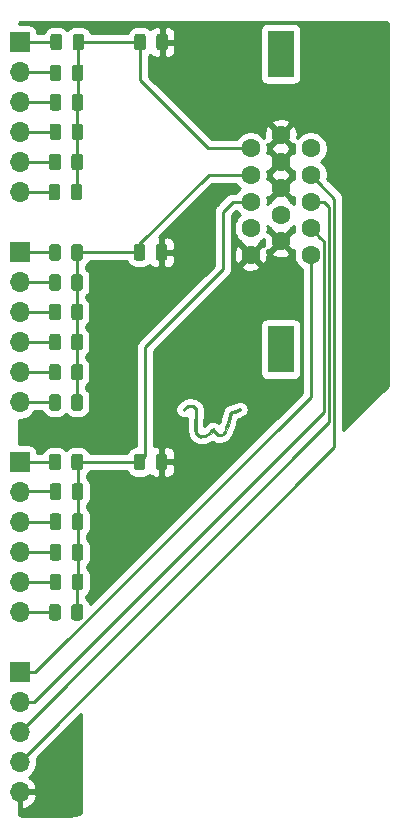
<source format=gbr>
G04 #@! TF.GenerationSoftware,KiCad,Pcbnew,5.1.5*
G04 #@! TF.CreationDate,2020-03-28T16:17:50-05:00*
G04 #@! TF.ProjectId,CavemanDAC,43617665-6d61-46e4-9441-432e6b696361,rev?*
G04 #@! TF.SameCoordinates,Original*
G04 #@! TF.FileFunction,Copper,L1,Top*
G04 #@! TF.FilePolarity,Positive*
%FSLAX46Y46*%
G04 Gerber Fmt 4.6, Leading zero omitted, Abs format (unit mm)*
G04 Created by KiCad (PCBNEW 5.1.5) date 2020-03-28 16:17:50*
%MOMM*%
%LPD*%
G04 APERTURE LIST*
%ADD10C,0.010000*%
%ADD11R,1.700000X1.700000*%
%ADD12O,1.700000X1.700000*%
%ADD13C,0.100000*%
%ADD14R,2.200000X4.000000*%
%ADD15C,1.600000*%
%ADD16C,0.800000*%
%ADD17C,0.250000*%
%ADD18C,0.254000*%
G04 APERTURE END LIST*
D10*
G36*
X118869413Y-129079101D02*
G01*
X119052476Y-129171441D01*
X119188408Y-129305243D01*
X119195789Y-129316445D01*
X119234296Y-129386560D01*
X119255787Y-129461161D01*
X119262260Y-129561906D01*
X119255713Y-129710454D01*
X119244912Y-129849000D01*
X119231318Y-130057176D01*
X119220127Y-130315106D01*
X119212606Y-130587886D01*
X119210038Y-130809064D01*
X119210779Y-131041042D01*
X119215613Y-131205025D01*
X119226695Y-131317664D01*
X119246180Y-131395610D01*
X119276225Y-131455512D01*
X119297732Y-131486397D01*
X119383602Y-131571274D01*
X119497178Y-131611004D01*
X119570016Y-131619227D01*
X119817890Y-131600096D01*
X120045719Y-131502890D01*
X120259344Y-131324818D01*
X120314224Y-131263825D01*
X120418892Y-131150241D01*
X120509066Y-131068178D01*
X120566141Y-131034453D01*
X120568112Y-131034334D01*
X120623755Y-131067452D01*
X120697182Y-131151096D01*
X120729505Y-131198393D01*
X120876869Y-131389127D01*
X121026913Y-131503226D01*
X121174284Y-131539020D01*
X121313631Y-131494837D01*
X121407971Y-131410223D01*
X121488653Y-131301415D01*
X121558934Y-131173458D01*
X121626082Y-131009221D01*
X121697364Y-130791574D01*
X121755985Y-130589834D01*
X121815450Y-130379010D01*
X121877683Y-130159557D01*
X121931333Y-129971471D01*
X121942246Y-129933442D01*
X122021416Y-129658050D01*
X122449565Y-129494582D01*
X122667567Y-129415972D01*
X122815998Y-129373703D01*
X122901001Y-129366227D01*
X122922145Y-129375545D01*
X122952677Y-129434474D01*
X122919740Y-129494145D01*
X122817286Y-129559634D01*
X122639270Y-129636021D01*
X122589887Y-129654600D01*
X122430263Y-129716840D01*
X122299296Y-129773866D01*
X122219270Y-129815783D01*
X122208527Y-129823933D01*
X122180315Y-129880037D01*
X122136526Y-130001746D01*
X122082553Y-130172637D01*
X122023790Y-130376288D01*
X122007251Y-130436804D01*
X121896737Y-130818610D01*
X121790651Y-131123568D01*
X121684846Y-131359062D01*
X121575173Y-131532475D01*
X121457485Y-131651190D01*
X121327635Y-131722591D01*
X121276069Y-131738398D01*
X121102379Y-131741191D01*
X120918574Y-131674646D01*
X120746259Y-131547924D01*
X120692569Y-131490944D01*
X120541511Y-131314467D01*
X120371542Y-131491355D01*
X120187034Y-131657866D01*
X120003712Y-131760737D01*
X119790918Y-131814778D01*
X119676413Y-131827186D01*
X119518971Y-131833485D01*
X119409906Y-131817957D01*
X119314244Y-131773620D01*
X119272334Y-131746552D01*
X119144087Y-131618677D01*
X119052698Y-131431493D01*
X118997655Y-131181317D01*
X118978449Y-130864461D01*
X118994569Y-130477242D01*
X119039182Y-130063076D01*
X119067945Y-129811873D01*
X119075189Y-129628459D01*
X119057137Y-129497833D01*
X119010009Y-129404997D01*
X118930027Y-129334951D01*
X118843702Y-129287122D01*
X118698658Y-129242101D01*
X118560297Y-129260585D01*
X118412541Y-129347350D01*
X118296579Y-129449650D01*
X118201116Y-129535110D01*
X118138509Y-129565811D01*
X118086292Y-129551090D01*
X118073527Y-129542361D01*
X118026073Y-129497661D01*
X118032352Y-129448669D01*
X118070525Y-129389482D01*
X118179960Y-129276072D01*
X118332501Y-129169287D01*
X118497405Y-129086782D01*
X118643928Y-129046212D01*
X118670974Y-129044667D01*
X118869413Y-129079101D01*
G37*
X118869413Y-129079101D02*
X119052476Y-129171441D01*
X119188408Y-129305243D01*
X119195789Y-129316445D01*
X119234296Y-129386560D01*
X119255787Y-129461161D01*
X119262260Y-129561906D01*
X119255713Y-129710454D01*
X119244912Y-129849000D01*
X119231318Y-130057176D01*
X119220127Y-130315106D01*
X119212606Y-130587886D01*
X119210038Y-130809064D01*
X119210779Y-131041042D01*
X119215613Y-131205025D01*
X119226695Y-131317664D01*
X119246180Y-131395610D01*
X119276225Y-131455512D01*
X119297732Y-131486397D01*
X119383602Y-131571274D01*
X119497178Y-131611004D01*
X119570016Y-131619227D01*
X119817890Y-131600096D01*
X120045719Y-131502890D01*
X120259344Y-131324818D01*
X120314224Y-131263825D01*
X120418892Y-131150241D01*
X120509066Y-131068178D01*
X120566141Y-131034453D01*
X120568112Y-131034334D01*
X120623755Y-131067452D01*
X120697182Y-131151096D01*
X120729505Y-131198393D01*
X120876869Y-131389127D01*
X121026913Y-131503226D01*
X121174284Y-131539020D01*
X121313631Y-131494837D01*
X121407971Y-131410223D01*
X121488653Y-131301415D01*
X121558934Y-131173458D01*
X121626082Y-131009221D01*
X121697364Y-130791574D01*
X121755985Y-130589834D01*
X121815450Y-130379010D01*
X121877683Y-130159557D01*
X121931333Y-129971471D01*
X121942246Y-129933442D01*
X122021416Y-129658050D01*
X122449565Y-129494582D01*
X122667567Y-129415972D01*
X122815998Y-129373703D01*
X122901001Y-129366227D01*
X122922145Y-129375545D01*
X122952677Y-129434474D01*
X122919740Y-129494145D01*
X122817286Y-129559634D01*
X122639270Y-129636021D01*
X122589887Y-129654600D01*
X122430263Y-129716840D01*
X122299296Y-129773866D01*
X122219270Y-129815783D01*
X122208527Y-129823933D01*
X122180315Y-129880037D01*
X122136526Y-130001746D01*
X122082553Y-130172637D01*
X122023790Y-130376288D01*
X122007251Y-130436804D01*
X121896737Y-130818610D01*
X121790651Y-131123568D01*
X121684846Y-131359062D01*
X121575173Y-131532475D01*
X121457485Y-131651190D01*
X121327635Y-131722591D01*
X121276069Y-131738398D01*
X121102379Y-131741191D01*
X120918574Y-131674646D01*
X120746259Y-131547924D01*
X120692569Y-131490944D01*
X120541511Y-131314467D01*
X120371542Y-131491355D01*
X120187034Y-131657866D01*
X120003712Y-131760737D01*
X119790918Y-131814778D01*
X119676413Y-131827186D01*
X119518971Y-131833485D01*
X119409906Y-131817957D01*
X119314244Y-131773620D01*
X119272334Y-131746552D01*
X119144087Y-131618677D01*
X119052698Y-131431493D01*
X118997655Y-131181317D01*
X118978449Y-130864461D01*
X118994569Y-130477242D01*
X119039182Y-130063076D01*
X119067945Y-129811873D01*
X119075189Y-129628459D01*
X119057137Y-129497833D01*
X119010009Y-129404997D01*
X118930027Y-129334951D01*
X118843702Y-129287122D01*
X118698658Y-129242101D01*
X118560297Y-129260585D01*
X118412541Y-129347350D01*
X118296579Y-129449650D01*
X118201116Y-129535110D01*
X118138509Y-129565811D01*
X118086292Y-129551090D01*
X118073527Y-129542361D01*
X118026073Y-129497661D01*
X118032352Y-129448669D01*
X118070525Y-129389482D01*
X118179960Y-129276072D01*
X118332501Y-129169287D01*
X118497405Y-129086782D01*
X118643928Y-129046212D01*
X118670974Y-129044667D01*
X118869413Y-129079101D01*
D11*
X104200000Y-98350000D03*
D12*
X104200000Y-100890000D03*
X104200000Y-103430000D03*
X104200000Y-105970000D03*
X104200000Y-108510000D03*
X104200000Y-111050000D03*
D11*
X104200000Y-116130000D03*
D12*
X104200000Y-118670000D03*
X104200000Y-121210000D03*
X104200000Y-123750000D03*
X104200000Y-126290000D03*
X104200000Y-128830000D03*
X104200000Y-146605000D03*
X104200000Y-144065000D03*
X104200000Y-141525000D03*
X104200000Y-138985000D03*
X104200000Y-136445000D03*
D11*
X104200000Y-133905000D03*
G04 #@! TA.AperFunction,SMDPad,CuDef*
D13*
G36*
X109292642Y-110351174D02*
G01*
X109316303Y-110354684D01*
X109339507Y-110360496D01*
X109362029Y-110368554D01*
X109383653Y-110378782D01*
X109404170Y-110391079D01*
X109423383Y-110405329D01*
X109441107Y-110421393D01*
X109457171Y-110439117D01*
X109471421Y-110458330D01*
X109483718Y-110478847D01*
X109493946Y-110500471D01*
X109502004Y-110522993D01*
X109507816Y-110546197D01*
X109511326Y-110569858D01*
X109512500Y-110593750D01*
X109512500Y-111506250D01*
X109511326Y-111530142D01*
X109507816Y-111553803D01*
X109502004Y-111577007D01*
X109493946Y-111599529D01*
X109483718Y-111621153D01*
X109471421Y-111641670D01*
X109457171Y-111660883D01*
X109441107Y-111678607D01*
X109423383Y-111694671D01*
X109404170Y-111708921D01*
X109383653Y-111721218D01*
X109362029Y-111731446D01*
X109339507Y-111739504D01*
X109316303Y-111745316D01*
X109292642Y-111748826D01*
X109268750Y-111750000D01*
X108781250Y-111750000D01*
X108757358Y-111748826D01*
X108733697Y-111745316D01*
X108710493Y-111739504D01*
X108687971Y-111731446D01*
X108666347Y-111721218D01*
X108645830Y-111708921D01*
X108626617Y-111694671D01*
X108608893Y-111678607D01*
X108592829Y-111660883D01*
X108578579Y-111641670D01*
X108566282Y-111621153D01*
X108556054Y-111599529D01*
X108547996Y-111577007D01*
X108542184Y-111553803D01*
X108538674Y-111530142D01*
X108537500Y-111506250D01*
X108537500Y-110593750D01*
X108538674Y-110569858D01*
X108542184Y-110546197D01*
X108547996Y-110522993D01*
X108556054Y-110500471D01*
X108566282Y-110478847D01*
X108578579Y-110458330D01*
X108592829Y-110439117D01*
X108608893Y-110421393D01*
X108626617Y-110405329D01*
X108645830Y-110391079D01*
X108666347Y-110378782D01*
X108687971Y-110368554D01*
X108710493Y-110360496D01*
X108733697Y-110354684D01*
X108757358Y-110351174D01*
X108781250Y-110350000D01*
X109268750Y-110350000D01*
X109292642Y-110351174D01*
G37*
G04 #@! TD.AperFunction*
G04 #@! TA.AperFunction,SMDPad,CuDef*
G36*
X107417642Y-110351174D02*
G01*
X107441303Y-110354684D01*
X107464507Y-110360496D01*
X107487029Y-110368554D01*
X107508653Y-110378782D01*
X107529170Y-110391079D01*
X107548383Y-110405329D01*
X107566107Y-110421393D01*
X107582171Y-110439117D01*
X107596421Y-110458330D01*
X107608718Y-110478847D01*
X107618946Y-110500471D01*
X107627004Y-110522993D01*
X107632816Y-110546197D01*
X107636326Y-110569858D01*
X107637500Y-110593750D01*
X107637500Y-111506250D01*
X107636326Y-111530142D01*
X107632816Y-111553803D01*
X107627004Y-111577007D01*
X107618946Y-111599529D01*
X107608718Y-111621153D01*
X107596421Y-111641670D01*
X107582171Y-111660883D01*
X107566107Y-111678607D01*
X107548383Y-111694671D01*
X107529170Y-111708921D01*
X107508653Y-111721218D01*
X107487029Y-111731446D01*
X107464507Y-111739504D01*
X107441303Y-111745316D01*
X107417642Y-111748826D01*
X107393750Y-111750000D01*
X106906250Y-111750000D01*
X106882358Y-111748826D01*
X106858697Y-111745316D01*
X106835493Y-111739504D01*
X106812971Y-111731446D01*
X106791347Y-111721218D01*
X106770830Y-111708921D01*
X106751617Y-111694671D01*
X106733893Y-111678607D01*
X106717829Y-111660883D01*
X106703579Y-111641670D01*
X106691282Y-111621153D01*
X106681054Y-111599529D01*
X106672996Y-111577007D01*
X106667184Y-111553803D01*
X106663674Y-111530142D01*
X106662500Y-111506250D01*
X106662500Y-110593750D01*
X106663674Y-110569858D01*
X106667184Y-110546197D01*
X106672996Y-110522993D01*
X106681054Y-110500471D01*
X106691282Y-110478847D01*
X106703579Y-110458330D01*
X106717829Y-110439117D01*
X106733893Y-110421393D01*
X106751617Y-110405329D01*
X106770830Y-110391079D01*
X106791347Y-110378782D01*
X106812971Y-110368554D01*
X106835493Y-110360496D01*
X106858697Y-110354684D01*
X106882358Y-110351174D01*
X106906250Y-110350000D01*
X107393750Y-110350000D01*
X107417642Y-110351174D01*
G37*
G04 #@! TD.AperFunction*
G04 #@! TA.AperFunction,SMDPad,CuDef*
G36*
X109342642Y-107801174D02*
G01*
X109366303Y-107804684D01*
X109389507Y-107810496D01*
X109412029Y-107818554D01*
X109433653Y-107828782D01*
X109454170Y-107841079D01*
X109473383Y-107855329D01*
X109491107Y-107871393D01*
X109507171Y-107889117D01*
X109521421Y-107908330D01*
X109533718Y-107928847D01*
X109543946Y-107950471D01*
X109552004Y-107972993D01*
X109557816Y-107996197D01*
X109561326Y-108019858D01*
X109562500Y-108043750D01*
X109562500Y-108956250D01*
X109561326Y-108980142D01*
X109557816Y-109003803D01*
X109552004Y-109027007D01*
X109543946Y-109049529D01*
X109533718Y-109071153D01*
X109521421Y-109091670D01*
X109507171Y-109110883D01*
X109491107Y-109128607D01*
X109473383Y-109144671D01*
X109454170Y-109158921D01*
X109433653Y-109171218D01*
X109412029Y-109181446D01*
X109389507Y-109189504D01*
X109366303Y-109195316D01*
X109342642Y-109198826D01*
X109318750Y-109200000D01*
X108831250Y-109200000D01*
X108807358Y-109198826D01*
X108783697Y-109195316D01*
X108760493Y-109189504D01*
X108737971Y-109181446D01*
X108716347Y-109171218D01*
X108695830Y-109158921D01*
X108676617Y-109144671D01*
X108658893Y-109128607D01*
X108642829Y-109110883D01*
X108628579Y-109091670D01*
X108616282Y-109071153D01*
X108606054Y-109049529D01*
X108597996Y-109027007D01*
X108592184Y-109003803D01*
X108588674Y-108980142D01*
X108587500Y-108956250D01*
X108587500Y-108043750D01*
X108588674Y-108019858D01*
X108592184Y-107996197D01*
X108597996Y-107972993D01*
X108606054Y-107950471D01*
X108616282Y-107928847D01*
X108628579Y-107908330D01*
X108642829Y-107889117D01*
X108658893Y-107871393D01*
X108676617Y-107855329D01*
X108695830Y-107841079D01*
X108716347Y-107828782D01*
X108737971Y-107818554D01*
X108760493Y-107810496D01*
X108783697Y-107804684D01*
X108807358Y-107801174D01*
X108831250Y-107800000D01*
X109318750Y-107800000D01*
X109342642Y-107801174D01*
G37*
G04 #@! TD.AperFunction*
G04 #@! TA.AperFunction,SMDPad,CuDef*
G36*
X107467642Y-107801174D02*
G01*
X107491303Y-107804684D01*
X107514507Y-107810496D01*
X107537029Y-107818554D01*
X107558653Y-107828782D01*
X107579170Y-107841079D01*
X107598383Y-107855329D01*
X107616107Y-107871393D01*
X107632171Y-107889117D01*
X107646421Y-107908330D01*
X107658718Y-107928847D01*
X107668946Y-107950471D01*
X107677004Y-107972993D01*
X107682816Y-107996197D01*
X107686326Y-108019858D01*
X107687500Y-108043750D01*
X107687500Y-108956250D01*
X107686326Y-108980142D01*
X107682816Y-109003803D01*
X107677004Y-109027007D01*
X107668946Y-109049529D01*
X107658718Y-109071153D01*
X107646421Y-109091670D01*
X107632171Y-109110883D01*
X107616107Y-109128607D01*
X107598383Y-109144671D01*
X107579170Y-109158921D01*
X107558653Y-109171218D01*
X107537029Y-109181446D01*
X107514507Y-109189504D01*
X107491303Y-109195316D01*
X107467642Y-109198826D01*
X107443750Y-109200000D01*
X106956250Y-109200000D01*
X106932358Y-109198826D01*
X106908697Y-109195316D01*
X106885493Y-109189504D01*
X106862971Y-109181446D01*
X106841347Y-109171218D01*
X106820830Y-109158921D01*
X106801617Y-109144671D01*
X106783893Y-109128607D01*
X106767829Y-109110883D01*
X106753579Y-109091670D01*
X106741282Y-109071153D01*
X106731054Y-109049529D01*
X106722996Y-109027007D01*
X106717184Y-109003803D01*
X106713674Y-108980142D01*
X106712500Y-108956250D01*
X106712500Y-108043750D01*
X106713674Y-108019858D01*
X106717184Y-107996197D01*
X106722996Y-107972993D01*
X106731054Y-107950471D01*
X106741282Y-107928847D01*
X106753579Y-107908330D01*
X106767829Y-107889117D01*
X106783893Y-107871393D01*
X106801617Y-107855329D01*
X106820830Y-107841079D01*
X106841347Y-107828782D01*
X106862971Y-107818554D01*
X106885493Y-107810496D01*
X106908697Y-107804684D01*
X106932358Y-107801174D01*
X106956250Y-107800000D01*
X107443750Y-107800000D01*
X107467642Y-107801174D01*
G37*
G04 #@! TD.AperFunction*
G04 #@! TA.AperFunction,SMDPad,CuDef*
G36*
X107492642Y-105251174D02*
G01*
X107516303Y-105254684D01*
X107539507Y-105260496D01*
X107562029Y-105268554D01*
X107583653Y-105278782D01*
X107604170Y-105291079D01*
X107623383Y-105305329D01*
X107641107Y-105321393D01*
X107657171Y-105339117D01*
X107671421Y-105358330D01*
X107683718Y-105378847D01*
X107693946Y-105400471D01*
X107702004Y-105422993D01*
X107707816Y-105446197D01*
X107711326Y-105469858D01*
X107712500Y-105493750D01*
X107712500Y-106406250D01*
X107711326Y-106430142D01*
X107707816Y-106453803D01*
X107702004Y-106477007D01*
X107693946Y-106499529D01*
X107683718Y-106521153D01*
X107671421Y-106541670D01*
X107657171Y-106560883D01*
X107641107Y-106578607D01*
X107623383Y-106594671D01*
X107604170Y-106608921D01*
X107583653Y-106621218D01*
X107562029Y-106631446D01*
X107539507Y-106639504D01*
X107516303Y-106645316D01*
X107492642Y-106648826D01*
X107468750Y-106650000D01*
X106981250Y-106650000D01*
X106957358Y-106648826D01*
X106933697Y-106645316D01*
X106910493Y-106639504D01*
X106887971Y-106631446D01*
X106866347Y-106621218D01*
X106845830Y-106608921D01*
X106826617Y-106594671D01*
X106808893Y-106578607D01*
X106792829Y-106560883D01*
X106778579Y-106541670D01*
X106766282Y-106521153D01*
X106756054Y-106499529D01*
X106747996Y-106477007D01*
X106742184Y-106453803D01*
X106738674Y-106430142D01*
X106737500Y-106406250D01*
X106737500Y-105493750D01*
X106738674Y-105469858D01*
X106742184Y-105446197D01*
X106747996Y-105422993D01*
X106756054Y-105400471D01*
X106766282Y-105378847D01*
X106778579Y-105358330D01*
X106792829Y-105339117D01*
X106808893Y-105321393D01*
X106826617Y-105305329D01*
X106845830Y-105291079D01*
X106866347Y-105278782D01*
X106887971Y-105268554D01*
X106910493Y-105260496D01*
X106933697Y-105254684D01*
X106957358Y-105251174D01*
X106981250Y-105250000D01*
X107468750Y-105250000D01*
X107492642Y-105251174D01*
G37*
G04 #@! TD.AperFunction*
G04 #@! TA.AperFunction,SMDPad,CuDef*
G36*
X109367642Y-105251174D02*
G01*
X109391303Y-105254684D01*
X109414507Y-105260496D01*
X109437029Y-105268554D01*
X109458653Y-105278782D01*
X109479170Y-105291079D01*
X109498383Y-105305329D01*
X109516107Y-105321393D01*
X109532171Y-105339117D01*
X109546421Y-105358330D01*
X109558718Y-105378847D01*
X109568946Y-105400471D01*
X109577004Y-105422993D01*
X109582816Y-105446197D01*
X109586326Y-105469858D01*
X109587500Y-105493750D01*
X109587500Y-106406250D01*
X109586326Y-106430142D01*
X109582816Y-106453803D01*
X109577004Y-106477007D01*
X109568946Y-106499529D01*
X109558718Y-106521153D01*
X109546421Y-106541670D01*
X109532171Y-106560883D01*
X109516107Y-106578607D01*
X109498383Y-106594671D01*
X109479170Y-106608921D01*
X109458653Y-106621218D01*
X109437029Y-106631446D01*
X109414507Y-106639504D01*
X109391303Y-106645316D01*
X109367642Y-106648826D01*
X109343750Y-106650000D01*
X108856250Y-106650000D01*
X108832358Y-106648826D01*
X108808697Y-106645316D01*
X108785493Y-106639504D01*
X108762971Y-106631446D01*
X108741347Y-106621218D01*
X108720830Y-106608921D01*
X108701617Y-106594671D01*
X108683893Y-106578607D01*
X108667829Y-106560883D01*
X108653579Y-106541670D01*
X108641282Y-106521153D01*
X108631054Y-106499529D01*
X108622996Y-106477007D01*
X108617184Y-106453803D01*
X108613674Y-106430142D01*
X108612500Y-106406250D01*
X108612500Y-105493750D01*
X108613674Y-105469858D01*
X108617184Y-105446197D01*
X108622996Y-105422993D01*
X108631054Y-105400471D01*
X108641282Y-105378847D01*
X108653579Y-105358330D01*
X108667829Y-105339117D01*
X108683893Y-105321393D01*
X108701617Y-105305329D01*
X108720830Y-105291079D01*
X108741347Y-105278782D01*
X108762971Y-105268554D01*
X108785493Y-105260496D01*
X108808697Y-105254684D01*
X108832358Y-105251174D01*
X108856250Y-105250000D01*
X109343750Y-105250000D01*
X109367642Y-105251174D01*
G37*
G04 #@! TD.AperFunction*
G04 #@! TA.AperFunction,SMDPad,CuDef*
G36*
X109392642Y-102751174D02*
G01*
X109416303Y-102754684D01*
X109439507Y-102760496D01*
X109462029Y-102768554D01*
X109483653Y-102778782D01*
X109504170Y-102791079D01*
X109523383Y-102805329D01*
X109541107Y-102821393D01*
X109557171Y-102839117D01*
X109571421Y-102858330D01*
X109583718Y-102878847D01*
X109593946Y-102900471D01*
X109602004Y-102922993D01*
X109607816Y-102946197D01*
X109611326Y-102969858D01*
X109612500Y-102993750D01*
X109612500Y-103906250D01*
X109611326Y-103930142D01*
X109607816Y-103953803D01*
X109602004Y-103977007D01*
X109593946Y-103999529D01*
X109583718Y-104021153D01*
X109571421Y-104041670D01*
X109557171Y-104060883D01*
X109541107Y-104078607D01*
X109523383Y-104094671D01*
X109504170Y-104108921D01*
X109483653Y-104121218D01*
X109462029Y-104131446D01*
X109439507Y-104139504D01*
X109416303Y-104145316D01*
X109392642Y-104148826D01*
X109368750Y-104150000D01*
X108881250Y-104150000D01*
X108857358Y-104148826D01*
X108833697Y-104145316D01*
X108810493Y-104139504D01*
X108787971Y-104131446D01*
X108766347Y-104121218D01*
X108745830Y-104108921D01*
X108726617Y-104094671D01*
X108708893Y-104078607D01*
X108692829Y-104060883D01*
X108678579Y-104041670D01*
X108666282Y-104021153D01*
X108656054Y-103999529D01*
X108647996Y-103977007D01*
X108642184Y-103953803D01*
X108638674Y-103930142D01*
X108637500Y-103906250D01*
X108637500Y-102993750D01*
X108638674Y-102969858D01*
X108642184Y-102946197D01*
X108647996Y-102922993D01*
X108656054Y-102900471D01*
X108666282Y-102878847D01*
X108678579Y-102858330D01*
X108692829Y-102839117D01*
X108708893Y-102821393D01*
X108726617Y-102805329D01*
X108745830Y-102791079D01*
X108766347Y-102778782D01*
X108787971Y-102768554D01*
X108810493Y-102760496D01*
X108833697Y-102754684D01*
X108857358Y-102751174D01*
X108881250Y-102750000D01*
X109368750Y-102750000D01*
X109392642Y-102751174D01*
G37*
G04 #@! TD.AperFunction*
G04 #@! TA.AperFunction,SMDPad,CuDef*
G36*
X107517642Y-102751174D02*
G01*
X107541303Y-102754684D01*
X107564507Y-102760496D01*
X107587029Y-102768554D01*
X107608653Y-102778782D01*
X107629170Y-102791079D01*
X107648383Y-102805329D01*
X107666107Y-102821393D01*
X107682171Y-102839117D01*
X107696421Y-102858330D01*
X107708718Y-102878847D01*
X107718946Y-102900471D01*
X107727004Y-102922993D01*
X107732816Y-102946197D01*
X107736326Y-102969858D01*
X107737500Y-102993750D01*
X107737500Y-103906250D01*
X107736326Y-103930142D01*
X107732816Y-103953803D01*
X107727004Y-103977007D01*
X107718946Y-103999529D01*
X107708718Y-104021153D01*
X107696421Y-104041670D01*
X107682171Y-104060883D01*
X107666107Y-104078607D01*
X107648383Y-104094671D01*
X107629170Y-104108921D01*
X107608653Y-104121218D01*
X107587029Y-104131446D01*
X107564507Y-104139504D01*
X107541303Y-104145316D01*
X107517642Y-104148826D01*
X107493750Y-104150000D01*
X107006250Y-104150000D01*
X106982358Y-104148826D01*
X106958697Y-104145316D01*
X106935493Y-104139504D01*
X106912971Y-104131446D01*
X106891347Y-104121218D01*
X106870830Y-104108921D01*
X106851617Y-104094671D01*
X106833893Y-104078607D01*
X106817829Y-104060883D01*
X106803579Y-104041670D01*
X106791282Y-104021153D01*
X106781054Y-103999529D01*
X106772996Y-103977007D01*
X106767184Y-103953803D01*
X106763674Y-103930142D01*
X106762500Y-103906250D01*
X106762500Y-102993750D01*
X106763674Y-102969858D01*
X106767184Y-102946197D01*
X106772996Y-102922993D01*
X106781054Y-102900471D01*
X106791282Y-102878847D01*
X106803579Y-102858330D01*
X106817829Y-102839117D01*
X106833893Y-102821393D01*
X106851617Y-102805329D01*
X106870830Y-102791079D01*
X106891347Y-102778782D01*
X106912971Y-102768554D01*
X106935493Y-102760496D01*
X106958697Y-102754684D01*
X106982358Y-102751174D01*
X107006250Y-102750000D01*
X107493750Y-102750000D01*
X107517642Y-102751174D01*
G37*
G04 #@! TD.AperFunction*
G04 #@! TA.AperFunction,SMDPad,CuDef*
G36*
X107517642Y-100251174D02*
G01*
X107541303Y-100254684D01*
X107564507Y-100260496D01*
X107587029Y-100268554D01*
X107608653Y-100278782D01*
X107629170Y-100291079D01*
X107648383Y-100305329D01*
X107666107Y-100321393D01*
X107682171Y-100339117D01*
X107696421Y-100358330D01*
X107708718Y-100378847D01*
X107718946Y-100400471D01*
X107727004Y-100422993D01*
X107732816Y-100446197D01*
X107736326Y-100469858D01*
X107737500Y-100493750D01*
X107737500Y-101406250D01*
X107736326Y-101430142D01*
X107732816Y-101453803D01*
X107727004Y-101477007D01*
X107718946Y-101499529D01*
X107708718Y-101521153D01*
X107696421Y-101541670D01*
X107682171Y-101560883D01*
X107666107Y-101578607D01*
X107648383Y-101594671D01*
X107629170Y-101608921D01*
X107608653Y-101621218D01*
X107587029Y-101631446D01*
X107564507Y-101639504D01*
X107541303Y-101645316D01*
X107517642Y-101648826D01*
X107493750Y-101650000D01*
X107006250Y-101650000D01*
X106982358Y-101648826D01*
X106958697Y-101645316D01*
X106935493Y-101639504D01*
X106912971Y-101631446D01*
X106891347Y-101621218D01*
X106870830Y-101608921D01*
X106851617Y-101594671D01*
X106833893Y-101578607D01*
X106817829Y-101560883D01*
X106803579Y-101541670D01*
X106791282Y-101521153D01*
X106781054Y-101499529D01*
X106772996Y-101477007D01*
X106767184Y-101453803D01*
X106763674Y-101430142D01*
X106762500Y-101406250D01*
X106762500Y-100493750D01*
X106763674Y-100469858D01*
X106767184Y-100446197D01*
X106772996Y-100422993D01*
X106781054Y-100400471D01*
X106791282Y-100378847D01*
X106803579Y-100358330D01*
X106817829Y-100339117D01*
X106833893Y-100321393D01*
X106851617Y-100305329D01*
X106870830Y-100291079D01*
X106891347Y-100278782D01*
X106912971Y-100268554D01*
X106935493Y-100260496D01*
X106958697Y-100254684D01*
X106982358Y-100251174D01*
X107006250Y-100250000D01*
X107493750Y-100250000D01*
X107517642Y-100251174D01*
G37*
G04 #@! TD.AperFunction*
G04 #@! TA.AperFunction,SMDPad,CuDef*
G36*
X109392642Y-100251174D02*
G01*
X109416303Y-100254684D01*
X109439507Y-100260496D01*
X109462029Y-100268554D01*
X109483653Y-100278782D01*
X109504170Y-100291079D01*
X109523383Y-100305329D01*
X109541107Y-100321393D01*
X109557171Y-100339117D01*
X109571421Y-100358330D01*
X109583718Y-100378847D01*
X109593946Y-100400471D01*
X109602004Y-100422993D01*
X109607816Y-100446197D01*
X109611326Y-100469858D01*
X109612500Y-100493750D01*
X109612500Y-101406250D01*
X109611326Y-101430142D01*
X109607816Y-101453803D01*
X109602004Y-101477007D01*
X109593946Y-101499529D01*
X109583718Y-101521153D01*
X109571421Y-101541670D01*
X109557171Y-101560883D01*
X109541107Y-101578607D01*
X109523383Y-101594671D01*
X109504170Y-101608921D01*
X109483653Y-101621218D01*
X109462029Y-101631446D01*
X109439507Y-101639504D01*
X109416303Y-101645316D01*
X109392642Y-101648826D01*
X109368750Y-101650000D01*
X108881250Y-101650000D01*
X108857358Y-101648826D01*
X108833697Y-101645316D01*
X108810493Y-101639504D01*
X108787971Y-101631446D01*
X108766347Y-101621218D01*
X108745830Y-101608921D01*
X108726617Y-101594671D01*
X108708893Y-101578607D01*
X108692829Y-101560883D01*
X108678579Y-101541670D01*
X108666282Y-101521153D01*
X108656054Y-101499529D01*
X108647996Y-101477007D01*
X108642184Y-101453803D01*
X108638674Y-101430142D01*
X108637500Y-101406250D01*
X108637500Y-100493750D01*
X108638674Y-100469858D01*
X108642184Y-100446197D01*
X108647996Y-100422993D01*
X108656054Y-100400471D01*
X108666282Y-100378847D01*
X108678579Y-100358330D01*
X108692829Y-100339117D01*
X108708893Y-100321393D01*
X108726617Y-100305329D01*
X108745830Y-100291079D01*
X108766347Y-100278782D01*
X108787971Y-100268554D01*
X108810493Y-100260496D01*
X108833697Y-100254684D01*
X108857358Y-100251174D01*
X108881250Y-100250000D01*
X109368750Y-100250000D01*
X109392642Y-100251174D01*
G37*
G04 #@! TD.AperFunction*
G04 #@! TA.AperFunction,SMDPad,CuDef*
G36*
X109442642Y-97651174D02*
G01*
X109466303Y-97654684D01*
X109489507Y-97660496D01*
X109512029Y-97668554D01*
X109533653Y-97678782D01*
X109554170Y-97691079D01*
X109573383Y-97705329D01*
X109591107Y-97721393D01*
X109607171Y-97739117D01*
X109621421Y-97758330D01*
X109633718Y-97778847D01*
X109643946Y-97800471D01*
X109652004Y-97822993D01*
X109657816Y-97846197D01*
X109661326Y-97869858D01*
X109662500Y-97893750D01*
X109662500Y-98806250D01*
X109661326Y-98830142D01*
X109657816Y-98853803D01*
X109652004Y-98877007D01*
X109643946Y-98899529D01*
X109633718Y-98921153D01*
X109621421Y-98941670D01*
X109607171Y-98960883D01*
X109591107Y-98978607D01*
X109573383Y-98994671D01*
X109554170Y-99008921D01*
X109533653Y-99021218D01*
X109512029Y-99031446D01*
X109489507Y-99039504D01*
X109466303Y-99045316D01*
X109442642Y-99048826D01*
X109418750Y-99050000D01*
X108931250Y-99050000D01*
X108907358Y-99048826D01*
X108883697Y-99045316D01*
X108860493Y-99039504D01*
X108837971Y-99031446D01*
X108816347Y-99021218D01*
X108795830Y-99008921D01*
X108776617Y-98994671D01*
X108758893Y-98978607D01*
X108742829Y-98960883D01*
X108728579Y-98941670D01*
X108716282Y-98921153D01*
X108706054Y-98899529D01*
X108697996Y-98877007D01*
X108692184Y-98853803D01*
X108688674Y-98830142D01*
X108687500Y-98806250D01*
X108687500Y-97893750D01*
X108688674Y-97869858D01*
X108692184Y-97846197D01*
X108697996Y-97822993D01*
X108706054Y-97800471D01*
X108716282Y-97778847D01*
X108728579Y-97758330D01*
X108742829Y-97739117D01*
X108758893Y-97721393D01*
X108776617Y-97705329D01*
X108795830Y-97691079D01*
X108816347Y-97678782D01*
X108837971Y-97668554D01*
X108860493Y-97660496D01*
X108883697Y-97654684D01*
X108907358Y-97651174D01*
X108931250Y-97650000D01*
X109418750Y-97650000D01*
X109442642Y-97651174D01*
G37*
G04 #@! TD.AperFunction*
G04 #@! TA.AperFunction,SMDPad,CuDef*
G36*
X107567642Y-97651174D02*
G01*
X107591303Y-97654684D01*
X107614507Y-97660496D01*
X107637029Y-97668554D01*
X107658653Y-97678782D01*
X107679170Y-97691079D01*
X107698383Y-97705329D01*
X107716107Y-97721393D01*
X107732171Y-97739117D01*
X107746421Y-97758330D01*
X107758718Y-97778847D01*
X107768946Y-97800471D01*
X107777004Y-97822993D01*
X107782816Y-97846197D01*
X107786326Y-97869858D01*
X107787500Y-97893750D01*
X107787500Y-98806250D01*
X107786326Y-98830142D01*
X107782816Y-98853803D01*
X107777004Y-98877007D01*
X107768946Y-98899529D01*
X107758718Y-98921153D01*
X107746421Y-98941670D01*
X107732171Y-98960883D01*
X107716107Y-98978607D01*
X107698383Y-98994671D01*
X107679170Y-99008921D01*
X107658653Y-99021218D01*
X107637029Y-99031446D01*
X107614507Y-99039504D01*
X107591303Y-99045316D01*
X107567642Y-99048826D01*
X107543750Y-99050000D01*
X107056250Y-99050000D01*
X107032358Y-99048826D01*
X107008697Y-99045316D01*
X106985493Y-99039504D01*
X106962971Y-99031446D01*
X106941347Y-99021218D01*
X106920830Y-99008921D01*
X106901617Y-98994671D01*
X106883893Y-98978607D01*
X106867829Y-98960883D01*
X106853579Y-98941670D01*
X106841282Y-98921153D01*
X106831054Y-98899529D01*
X106822996Y-98877007D01*
X106817184Y-98853803D01*
X106813674Y-98830142D01*
X106812500Y-98806250D01*
X106812500Y-97893750D01*
X106813674Y-97869858D01*
X106817184Y-97846197D01*
X106822996Y-97822993D01*
X106831054Y-97800471D01*
X106841282Y-97778847D01*
X106853579Y-97758330D01*
X106867829Y-97739117D01*
X106883893Y-97721393D01*
X106901617Y-97705329D01*
X106920830Y-97691079D01*
X106941347Y-97678782D01*
X106962971Y-97668554D01*
X106985493Y-97660496D01*
X107008697Y-97654684D01*
X107032358Y-97651174D01*
X107056250Y-97650000D01*
X107543750Y-97650000D01*
X107567642Y-97651174D01*
G37*
G04 #@! TD.AperFunction*
G04 #@! TA.AperFunction,SMDPad,CuDef*
G36*
X114667642Y-97651174D02*
G01*
X114691303Y-97654684D01*
X114714507Y-97660496D01*
X114737029Y-97668554D01*
X114758653Y-97678782D01*
X114779170Y-97691079D01*
X114798383Y-97705329D01*
X114816107Y-97721393D01*
X114832171Y-97739117D01*
X114846421Y-97758330D01*
X114858718Y-97778847D01*
X114868946Y-97800471D01*
X114877004Y-97822993D01*
X114882816Y-97846197D01*
X114886326Y-97869858D01*
X114887500Y-97893750D01*
X114887500Y-98806250D01*
X114886326Y-98830142D01*
X114882816Y-98853803D01*
X114877004Y-98877007D01*
X114868946Y-98899529D01*
X114858718Y-98921153D01*
X114846421Y-98941670D01*
X114832171Y-98960883D01*
X114816107Y-98978607D01*
X114798383Y-98994671D01*
X114779170Y-99008921D01*
X114758653Y-99021218D01*
X114737029Y-99031446D01*
X114714507Y-99039504D01*
X114691303Y-99045316D01*
X114667642Y-99048826D01*
X114643750Y-99050000D01*
X114156250Y-99050000D01*
X114132358Y-99048826D01*
X114108697Y-99045316D01*
X114085493Y-99039504D01*
X114062971Y-99031446D01*
X114041347Y-99021218D01*
X114020830Y-99008921D01*
X114001617Y-98994671D01*
X113983893Y-98978607D01*
X113967829Y-98960883D01*
X113953579Y-98941670D01*
X113941282Y-98921153D01*
X113931054Y-98899529D01*
X113922996Y-98877007D01*
X113917184Y-98853803D01*
X113913674Y-98830142D01*
X113912500Y-98806250D01*
X113912500Y-97893750D01*
X113913674Y-97869858D01*
X113917184Y-97846197D01*
X113922996Y-97822993D01*
X113931054Y-97800471D01*
X113941282Y-97778847D01*
X113953579Y-97758330D01*
X113967829Y-97739117D01*
X113983893Y-97721393D01*
X114001617Y-97705329D01*
X114020830Y-97691079D01*
X114041347Y-97678782D01*
X114062971Y-97668554D01*
X114085493Y-97660496D01*
X114108697Y-97654684D01*
X114132358Y-97651174D01*
X114156250Y-97650000D01*
X114643750Y-97650000D01*
X114667642Y-97651174D01*
G37*
G04 #@! TD.AperFunction*
G04 #@! TA.AperFunction,SMDPad,CuDef*
G36*
X116542642Y-97651174D02*
G01*
X116566303Y-97654684D01*
X116589507Y-97660496D01*
X116612029Y-97668554D01*
X116633653Y-97678782D01*
X116654170Y-97691079D01*
X116673383Y-97705329D01*
X116691107Y-97721393D01*
X116707171Y-97739117D01*
X116721421Y-97758330D01*
X116733718Y-97778847D01*
X116743946Y-97800471D01*
X116752004Y-97822993D01*
X116757816Y-97846197D01*
X116761326Y-97869858D01*
X116762500Y-97893750D01*
X116762500Y-98806250D01*
X116761326Y-98830142D01*
X116757816Y-98853803D01*
X116752004Y-98877007D01*
X116743946Y-98899529D01*
X116733718Y-98921153D01*
X116721421Y-98941670D01*
X116707171Y-98960883D01*
X116691107Y-98978607D01*
X116673383Y-98994671D01*
X116654170Y-99008921D01*
X116633653Y-99021218D01*
X116612029Y-99031446D01*
X116589507Y-99039504D01*
X116566303Y-99045316D01*
X116542642Y-99048826D01*
X116518750Y-99050000D01*
X116031250Y-99050000D01*
X116007358Y-99048826D01*
X115983697Y-99045316D01*
X115960493Y-99039504D01*
X115937971Y-99031446D01*
X115916347Y-99021218D01*
X115895830Y-99008921D01*
X115876617Y-98994671D01*
X115858893Y-98978607D01*
X115842829Y-98960883D01*
X115828579Y-98941670D01*
X115816282Y-98921153D01*
X115806054Y-98899529D01*
X115797996Y-98877007D01*
X115792184Y-98853803D01*
X115788674Y-98830142D01*
X115787500Y-98806250D01*
X115787500Y-97893750D01*
X115788674Y-97869858D01*
X115792184Y-97846197D01*
X115797996Y-97822993D01*
X115806054Y-97800471D01*
X115816282Y-97778847D01*
X115828579Y-97758330D01*
X115842829Y-97739117D01*
X115858893Y-97721393D01*
X115876617Y-97705329D01*
X115895830Y-97691079D01*
X115916347Y-97678782D01*
X115937971Y-97668554D01*
X115960493Y-97660496D01*
X115983697Y-97654684D01*
X116007358Y-97651174D01*
X116031250Y-97650000D01*
X116518750Y-97650000D01*
X116542642Y-97651174D01*
G37*
G04 #@! TD.AperFunction*
G04 #@! TA.AperFunction,SMDPad,CuDef*
G36*
X109342642Y-128151174D02*
G01*
X109366303Y-128154684D01*
X109389507Y-128160496D01*
X109412029Y-128168554D01*
X109433653Y-128178782D01*
X109454170Y-128191079D01*
X109473383Y-128205329D01*
X109491107Y-128221393D01*
X109507171Y-128239117D01*
X109521421Y-128258330D01*
X109533718Y-128278847D01*
X109543946Y-128300471D01*
X109552004Y-128322993D01*
X109557816Y-128346197D01*
X109561326Y-128369858D01*
X109562500Y-128393750D01*
X109562500Y-129306250D01*
X109561326Y-129330142D01*
X109557816Y-129353803D01*
X109552004Y-129377007D01*
X109543946Y-129399529D01*
X109533718Y-129421153D01*
X109521421Y-129441670D01*
X109507171Y-129460883D01*
X109491107Y-129478607D01*
X109473383Y-129494671D01*
X109454170Y-129508921D01*
X109433653Y-129521218D01*
X109412029Y-129531446D01*
X109389507Y-129539504D01*
X109366303Y-129545316D01*
X109342642Y-129548826D01*
X109318750Y-129550000D01*
X108831250Y-129550000D01*
X108807358Y-129548826D01*
X108783697Y-129545316D01*
X108760493Y-129539504D01*
X108737971Y-129531446D01*
X108716347Y-129521218D01*
X108695830Y-129508921D01*
X108676617Y-129494671D01*
X108658893Y-129478607D01*
X108642829Y-129460883D01*
X108628579Y-129441670D01*
X108616282Y-129421153D01*
X108606054Y-129399529D01*
X108597996Y-129377007D01*
X108592184Y-129353803D01*
X108588674Y-129330142D01*
X108587500Y-129306250D01*
X108587500Y-128393750D01*
X108588674Y-128369858D01*
X108592184Y-128346197D01*
X108597996Y-128322993D01*
X108606054Y-128300471D01*
X108616282Y-128278847D01*
X108628579Y-128258330D01*
X108642829Y-128239117D01*
X108658893Y-128221393D01*
X108676617Y-128205329D01*
X108695830Y-128191079D01*
X108716347Y-128178782D01*
X108737971Y-128168554D01*
X108760493Y-128160496D01*
X108783697Y-128154684D01*
X108807358Y-128151174D01*
X108831250Y-128150000D01*
X109318750Y-128150000D01*
X109342642Y-128151174D01*
G37*
G04 #@! TD.AperFunction*
G04 #@! TA.AperFunction,SMDPad,CuDef*
G36*
X107467642Y-128151174D02*
G01*
X107491303Y-128154684D01*
X107514507Y-128160496D01*
X107537029Y-128168554D01*
X107558653Y-128178782D01*
X107579170Y-128191079D01*
X107598383Y-128205329D01*
X107616107Y-128221393D01*
X107632171Y-128239117D01*
X107646421Y-128258330D01*
X107658718Y-128278847D01*
X107668946Y-128300471D01*
X107677004Y-128322993D01*
X107682816Y-128346197D01*
X107686326Y-128369858D01*
X107687500Y-128393750D01*
X107687500Y-129306250D01*
X107686326Y-129330142D01*
X107682816Y-129353803D01*
X107677004Y-129377007D01*
X107668946Y-129399529D01*
X107658718Y-129421153D01*
X107646421Y-129441670D01*
X107632171Y-129460883D01*
X107616107Y-129478607D01*
X107598383Y-129494671D01*
X107579170Y-129508921D01*
X107558653Y-129521218D01*
X107537029Y-129531446D01*
X107514507Y-129539504D01*
X107491303Y-129545316D01*
X107467642Y-129548826D01*
X107443750Y-129550000D01*
X106956250Y-129550000D01*
X106932358Y-129548826D01*
X106908697Y-129545316D01*
X106885493Y-129539504D01*
X106862971Y-129531446D01*
X106841347Y-129521218D01*
X106820830Y-129508921D01*
X106801617Y-129494671D01*
X106783893Y-129478607D01*
X106767829Y-129460883D01*
X106753579Y-129441670D01*
X106741282Y-129421153D01*
X106731054Y-129399529D01*
X106722996Y-129377007D01*
X106717184Y-129353803D01*
X106713674Y-129330142D01*
X106712500Y-129306250D01*
X106712500Y-128393750D01*
X106713674Y-128369858D01*
X106717184Y-128346197D01*
X106722996Y-128322993D01*
X106731054Y-128300471D01*
X106741282Y-128278847D01*
X106753579Y-128258330D01*
X106767829Y-128239117D01*
X106783893Y-128221393D01*
X106801617Y-128205329D01*
X106820830Y-128191079D01*
X106841347Y-128178782D01*
X106862971Y-128168554D01*
X106885493Y-128160496D01*
X106908697Y-128154684D01*
X106932358Y-128151174D01*
X106956250Y-128150000D01*
X107443750Y-128150000D01*
X107467642Y-128151174D01*
G37*
G04 #@! TD.AperFunction*
G04 #@! TA.AperFunction,SMDPad,CuDef*
G36*
X107467642Y-125601174D02*
G01*
X107491303Y-125604684D01*
X107514507Y-125610496D01*
X107537029Y-125618554D01*
X107558653Y-125628782D01*
X107579170Y-125641079D01*
X107598383Y-125655329D01*
X107616107Y-125671393D01*
X107632171Y-125689117D01*
X107646421Y-125708330D01*
X107658718Y-125728847D01*
X107668946Y-125750471D01*
X107677004Y-125772993D01*
X107682816Y-125796197D01*
X107686326Y-125819858D01*
X107687500Y-125843750D01*
X107687500Y-126756250D01*
X107686326Y-126780142D01*
X107682816Y-126803803D01*
X107677004Y-126827007D01*
X107668946Y-126849529D01*
X107658718Y-126871153D01*
X107646421Y-126891670D01*
X107632171Y-126910883D01*
X107616107Y-126928607D01*
X107598383Y-126944671D01*
X107579170Y-126958921D01*
X107558653Y-126971218D01*
X107537029Y-126981446D01*
X107514507Y-126989504D01*
X107491303Y-126995316D01*
X107467642Y-126998826D01*
X107443750Y-127000000D01*
X106956250Y-127000000D01*
X106932358Y-126998826D01*
X106908697Y-126995316D01*
X106885493Y-126989504D01*
X106862971Y-126981446D01*
X106841347Y-126971218D01*
X106820830Y-126958921D01*
X106801617Y-126944671D01*
X106783893Y-126928607D01*
X106767829Y-126910883D01*
X106753579Y-126891670D01*
X106741282Y-126871153D01*
X106731054Y-126849529D01*
X106722996Y-126827007D01*
X106717184Y-126803803D01*
X106713674Y-126780142D01*
X106712500Y-126756250D01*
X106712500Y-125843750D01*
X106713674Y-125819858D01*
X106717184Y-125796197D01*
X106722996Y-125772993D01*
X106731054Y-125750471D01*
X106741282Y-125728847D01*
X106753579Y-125708330D01*
X106767829Y-125689117D01*
X106783893Y-125671393D01*
X106801617Y-125655329D01*
X106820830Y-125641079D01*
X106841347Y-125628782D01*
X106862971Y-125618554D01*
X106885493Y-125610496D01*
X106908697Y-125604684D01*
X106932358Y-125601174D01*
X106956250Y-125600000D01*
X107443750Y-125600000D01*
X107467642Y-125601174D01*
G37*
G04 #@! TD.AperFunction*
G04 #@! TA.AperFunction,SMDPad,CuDef*
G36*
X109342642Y-125601174D02*
G01*
X109366303Y-125604684D01*
X109389507Y-125610496D01*
X109412029Y-125618554D01*
X109433653Y-125628782D01*
X109454170Y-125641079D01*
X109473383Y-125655329D01*
X109491107Y-125671393D01*
X109507171Y-125689117D01*
X109521421Y-125708330D01*
X109533718Y-125728847D01*
X109543946Y-125750471D01*
X109552004Y-125772993D01*
X109557816Y-125796197D01*
X109561326Y-125819858D01*
X109562500Y-125843750D01*
X109562500Y-126756250D01*
X109561326Y-126780142D01*
X109557816Y-126803803D01*
X109552004Y-126827007D01*
X109543946Y-126849529D01*
X109533718Y-126871153D01*
X109521421Y-126891670D01*
X109507171Y-126910883D01*
X109491107Y-126928607D01*
X109473383Y-126944671D01*
X109454170Y-126958921D01*
X109433653Y-126971218D01*
X109412029Y-126981446D01*
X109389507Y-126989504D01*
X109366303Y-126995316D01*
X109342642Y-126998826D01*
X109318750Y-127000000D01*
X108831250Y-127000000D01*
X108807358Y-126998826D01*
X108783697Y-126995316D01*
X108760493Y-126989504D01*
X108737971Y-126981446D01*
X108716347Y-126971218D01*
X108695830Y-126958921D01*
X108676617Y-126944671D01*
X108658893Y-126928607D01*
X108642829Y-126910883D01*
X108628579Y-126891670D01*
X108616282Y-126871153D01*
X108606054Y-126849529D01*
X108597996Y-126827007D01*
X108592184Y-126803803D01*
X108588674Y-126780142D01*
X108587500Y-126756250D01*
X108587500Y-125843750D01*
X108588674Y-125819858D01*
X108592184Y-125796197D01*
X108597996Y-125772993D01*
X108606054Y-125750471D01*
X108616282Y-125728847D01*
X108628579Y-125708330D01*
X108642829Y-125689117D01*
X108658893Y-125671393D01*
X108676617Y-125655329D01*
X108695830Y-125641079D01*
X108716347Y-125628782D01*
X108737971Y-125618554D01*
X108760493Y-125610496D01*
X108783697Y-125604684D01*
X108807358Y-125601174D01*
X108831250Y-125600000D01*
X109318750Y-125600000D01*
X109342642Y-125601174D01*
G37*
G04 #@! TD.AperFunction*
G04 #@! TA.AperFunction,SMDPad,CuDef*
G36*
X109342642Y-123051174D02*
G01*
X109366303Y-123054684D01*
X109389507Y-123060496D01*
X109412029Y-123068554D01*
X109433653Y-123078782D01*
X109454170Y-123091079D01*
X109473383Y-123105329D01*
X109491107Y-123121393D01*
X109507171Y-123139117D01*
X109521421Y-123158330D01*
X109533718Y-123178847D01*
X109543946Y-123200471D01*
X109552004Y-123222993D01*
X109557816Y-123246197D01*
X109561326Y-123269858D01*
X109562500Y-123293750D01*
X109562500Y-124206250D01*
X109561326Y-124230142D01*
X109557816Y-124253803D01*
X109552004Y-124277007D01*
X109543946Y-124299529D01*
X109533718Y-124321153D01*
X109521421Y-124341670D01*
X109507171Y-124360883D01*
X109491107Y-124378607D01*
X109473383Y-124394671D01*
X109454170Y-124408921D01*
X109433653Y-124421218D01*
X109412029Y-124431446D01*
X109389507Y-124439504D01*
X109366303Y-124445316D01*
X109342642Y-124448826D01*
X109318750Y-124450000D01*
X108831250Y-124450000D01*
X108807358Y-124448826D01*
X108783697Y-124445316D01*
X108760493Y-124439504D01*
X108737971Y-124431446D01*
X108716347Y-124421218D01*
X108695830Y-124408921D01*
X108676617Y-124394671D01*
X108658893Y-124378607D01*
X108642829Y-124360883D01*
X108628579Y-124341670D01*
X108616282Y-124321153D01*
X108606054Y-124299529D01*
X108597996Y-124277007D01*
X108592184Y-124253803D01*
X108588674Y-124230142D01*
X108587500Y-124206250D01*
X108587500Y-123293750D01*
X108588674Y-123269858D01*
X108592184Y-123246197D01*
X108597996Y-123222993D01*
X108606054Y-123200471D01*
X108616282Y-123178847D01*
X108628579Y-123158330D01*
X108642829Y-123139117D01*
X108658893Y-123121393D01*
X108676617Y-123105329D01*
X108695830Y-123091079D01*
X108716347Y-123078782D01*
X108737971Y-123068554D01*
X108760493Y-123060496D01*
X108783697Y-123054684D01*
X108807358Y-123051174D01*
X108831250Y-123050000D01*
X109318750Y-123050000D01*
X109342642Y-123051174D01*
G37*
G04 #@! TD.AperFunction*
G04 #@! TA.AperFunction,SMDPad,CuDef*
G36*
X107467642Y-123051174D02*
G01*
X107491303Y-123054684D01*
X107514507Y-123060496D01*
X107537029Y-123068554D01*
X107558653Y-123078782D01*
X107579170Y-123091079D01*
X107598383Y-123105329D01*
X107616107Y-123121393D01*
X107632171Y-123139117D01*
X107646421Y-123158330D01*
X107658718Y-123178847D01*
X107668946Y-123200471D01*
X107677004Y-123222993D01*
X107682816Y-123246197D01*
X107686326Y-123269858D01*
X107687500Y-123293750D01*
X107687500Y-124206250D01*
X107686326Y-124230142D01*
X107682816Y-124253803D01*
X107677004Y-124277007D01*
X107668946Y-124299529D01*
X107658718Y-124321153D01*
X107646421Y-124341670D01*
X107632171Y-124360883D01*
X107616107Y-124378607D01*
X107598383Y-124394671D01*
X107579170Y-124408921D01*
X107558653Y-124421218D01*
X107537029Y-124431446D01*
X107514507Y-124439504D01*
X107491303Y-124445316D01*
X107467642Y-124448826D01*
X107443750Y-124450000D01*
X106956250Y-124450000D01*
X106932358Y-124448826D01*
X106908697Y-124445316D01*
X106885493Y-124439504D01*
X106862971Y-124431446D01*
X106841347Y-124421218D01*
X106820830Y-124408921D01*
X106801617Y-124394671D01*
X106783893Y-124378607D01*
X106767829Y-124360883D01*
X106753579Y-124341670D01*
X106741282Y-124321153D01*
X106731054Y-124299529D01*
X106722996Y-124277007D01*
X106717184Y-124253803D01*
X106713674Y-124230142D01*
X106712500Y-124206250D01*
X106712500Y-123293750D01*
X106713674Y-123269858D01*
X106717184Y-123246197D01*
X106722996Y-123222993D01*
X106731054Y-123200471D01*
X106741282Y-123178847D01*
X106753579Y-123158330D01*
X106767829Y-123139117D01*
X106783893Y-123121393D01*
X106801617Y-123105329D01*
X106820830Y-123091079D01*
X106841347Y-123078782D01*
X106862971Y-123068554D01*
X106885493Y-123060496D01*
X106908697Y-123054684D01*
X106932358Y-123051174D01*
X106956250Y-123050000D01*
X107443750Y-123050000D01*
X107467642Y-123051174D01*
G37*
G04 #@! TD.AperFunction*
G04 #@! TA.AperFunction,SMDPad,CuDef*
G36*
X107467642Y-120501174D02*
G01*
X107491303Y-120504684D01*
X107514507Y-120510496D01*
X107537029Y-120518554D01*
X107558653Y-120528782D01*
X107579170Y-120541079D01*
X107598383Y-120555329D01*
X107616107Y-120571393D01*
X107632171Y-120589117D01*
X107646421Y-120608330D01*
X107658718Y-120628847D01*
X107668946Y-120650471D01*
X107677004Y-120672993D01*
X107682816Y-120696197D01*
X107686326Y-120719858D01*
X107687500Y-120743750D01*
X107687500Y-121656250D01*
X107686326Y-121680142D01*
X107682816Y-121703803D01*
X107677004Y-121727007D01*
X107668946Y-121749529D01*
X107658718Y-121771153D01*
X107646421Y-121791670D01*
X107632171Y-121810883D01*
X107616107Y-121828607D01*
X107598383Y-121844671D01*
X107579170Y-121858921D01*
X107558653Y-121871218D01*
X107537029Y-121881446D01*
X107514507Y-121889504D01*
X107491303Y-121895316D01*
X107467642Y-121898826D01*
X107443750Y-121900000D01*
X106956250Y-121900000D01*
X106932358Y-121898826D01*
X106908697Y-121895316D01*
X106885493Y-121889504D01*
X106862971Y-121881446D01*
X106841347Y-121871218D01*
X106820830Y-121858921D01*
X106801617Y-121844671D01*
X106783893Y-121828607D01*
X106767829Y-121810883D01*
X106753579Y-121791670D01*
X106741282Y-121771153D01*
X106731054Y-121749529D01*
X106722996Y-121727007D01*
X106717184Y-121703803D01*
X106713674Y-121680142D01*
X106712500Y-121656250D01*
X106712500Y-120743750D01*
X106713674Y-120719858D01*
X106717184Y-120696197D01*
X106722996Y-120672993D01*
X106731054Y-120650471D01*
X106741282Y-120628847D01*
X106753579Y-120608330D01*
X106767829Y-120589117D01*
X106783893Y-120571393D01*
X106801617Y-120555329D01*
X106820830Y-120541079D01*
X106841347Y-120528782D01*
X106862971Y-120518554D01*
X106885493Y-120510496D01*
X106908697Y-120504684D01*
X106932358Y-120501174D01*
X106956250Y-120500000D01*
X107443750Y-120500000D01*
X107467642Y-120501174D01*
G37*
G04 #@! TD.AperFunction*
G04 #@! TA.AperFunction,SMDPad,CuDef*
G36*
X109342642Y-120501174D02*
G01*
X109366303Y-120504684D01*
X109389507Y-120510496D01*
X109412029Y-120518554D01*
X109433653Y-120528782D01*
X109454170Y-120541079D01*
X109473383Y-120555329D01*
X109491107Y-120571393D01*
X109507171Y-120589117D01*
X109521421Y-120608330D01*
X109533718Y-120628847D01*
X109543946Y-120650471D01*
X109552004Y-120672993D01*
X109557816Y-120696197D01*
X109561326Y-120719858D01*
X109562500Y-120743750D01*
X109562500Y-121656250D01*
X109561326Y-121680142D01*
X109557816Y-121703803D01*
X109552004Y-121727007D01*
X109543946Y-121749529D01*
X109533718Y-121771153D01*
X109521421Y-121791670D01*
X109507171Y-121810883D01*
X109491107Y-121828607D01*
X109473383Y-121844671D01*
X109454170Y-121858921D01*
X109433653Y-121871218D01*
X109412029Y-121881446D01*
X109389507Y-121889504D01*
X109366303Y-121895316D01*
X109342642Y-121898826D01*
X109318750Y-121900000D01*
X108831250Y-121900000D01*
X108807358Y-121898826D01*
X108783697Y-121895316D01*
X108760493Y-121889504D01*
X108737971Y-121881446D01*
X108716347Y-121871218D01*
X108695830Y-121858921D01*
X108676617Y-121844671D01*
X108658893Y-121828607D01*
X108642829Y-121810883D01*
X108628579Y-121791670D01*
X108616282Y-121771153D01*
X108606054Y-121749529D01*
X108597996Y-121727007D01*
X108592184Y-121703803D01*
X108588674Y-121680142D01*
X108587500Y-121656250D01*
X108587500Y-120743750D01*
X108588674Y-120719858D01*
X108592184Y-120696197D01*
X108597996Y-120672993D01*
X108606054Y-120650471D01*
X108616282Y-120628847D01*
X108628579Y-120608330D01*
X108642829Y-120589117D01*
X108658893Y-120571393D01*
X108676617Y-120555329D01*
X108695830Y-120541079D01*
X108716347Y-120528782D01*
X108737971Y-120518554D01*
X108760493Y-120510496D01*
X108783697Y-120504684D01*
X108807358Y-120501174D01*
X108831250Y-120500000D01*
X109318750Y-120500000D01*
X109342642Y-120501174D01*
G37*
G04 #@! TD.AperFunction*
G04 #@! TA.AperFunction,SMDPad,CuDef*
G36*
X109342642Y-118001174D02*
G01*
X109366303Y-118004684D01*
X109389507Y-118010496D01*
X109412029Y-118018554D01*
X109433653Y-118028782D01*
X109454170Y-118041079D01*
X109473383Y-118055329D01*
X109491107Y-118071393D01*
X109507171Y-118089117D01*
X109521421Y-118108330D01*
X109533718Y-118128847D01*
X109543946Y-118150471D01*
X109552004Y-118172993D01*
X109557816Y-118196197D01*
X109561326Y-118219858D01*
X109562500Y-118243750D01*
X109562500Y-119156250D01*
X109561326Y-119180142D01*
X109557816Y-119203803D01*
X109552004Y-119227007D01*
X109543946Y-119249529D01*
X109533718Y-119271153D01*
X109521421Y-119291670D01*
X109507171Y-119310883D01*
X109491107Y-119328607D01*
X109473383Y-119344671D01*
X109454170Y-119358921D01*
X109433653Y-119371218D01*
X109412029Y-119381446D01*
X109389507Y-119389504D01*
X109366303Y-119395316D01*
X109342642Y-119398826D01*
X109318750Y-119400000D01*
X108831250Y-119400000D01*
X108807358Y-119398826D01*
X108783697Y-119395316D01*
X108760493Y-119389504D01*
X108737971Y-119381446D01*
X108716347Y-119371218D01*
X108695830Y-119358921D01*
X108676617Y-119344671D01*
X108658893Y-119328607D01*
X108642829Y-119310883D01*
X108628579Y-119291670D01*
X108616282Y-119271153D01*
X108606054Y-119249529D01*
X108597996Y-119227007D01*
X108592184Y-119203803D01*
X108588674Y-119180142D01*
X108587500Y-119156250D01*
X108587500Y-118243750D01*
X108588674Y-118219858D01*
X108592184Y-118196197D01*
X108597996Y-118172993D01*
X108606054Y-118150471D01*
X108616282Y-118128847D01*
X108628579Y-118108330D01*
X108642829Y-118089117D01*
X108658893Y-118071393D01*
X108676617Y-118055329D01*
X108695830Y-118041079D01*
X108716347Y-118028782D01*
X108737971Y-118018554D01*
X108760493Y-118010496D01*
X108783697Y-118004684D01*
X108807358Y-118001174D01*
X108831250Y-118000000D01*
X109318750Y-118000000D01*
X109342642Y-118001174D01*
G37*
G04 #@! TD.AperFunction*
G04 #@! TA.AperFunction,SMDPad,CuDef*
G36*
X107467642Y-118001174D02*
G01*
X107491303Y-118004684D01*
X107514507Y-118010496D01*
X107537029Y-118018554D01*
X107558653Y-118028782D01*
X107579170Y-118041079D01*
X107598383Y-118055329D01*
X107616107Y-118071393D01*
X107632171Y-118089117D01*
X107646421Y-118108330D01*
X107658718Y-118128847D01*
X107668946Y-118150471D01*
X107677004Y-118172993D01*
X107682816Y-118196197D01*
X107686326Y-118219858D01*
X107687500Y-118243750D01*
X107687500Y-119156250D01*
X107686326Y-119180142D01*
X107682816Y-119203803D01*
X107677004Y-119227007D01*
X107668946Y-119249529D01*
X107658718Y-119271153D01*
X107646421Y-119291670D01*
X107632171Y-119310883D01*
X107616107Y-119328607D01*
X107598383Y-119344671D01*
X107579170Y-119358921D01*
X107558653Y-119371218D01*
X107537029Y-119381446D01*
X107514507Y-119389504D01*
X107491303Y-119395316D01*
X107467642Y-119398826D01*
X107443750Y-119400000D01*
X106956250Y-119400000D01*
X106932358Y-119398826D01*
X106908697Y-119395316D01*
X106885493Y-119389504D01*
X106862971Y-119381446D01*
X106841347Y-119371218D01*
X106820830Y-119358921D01*
X106801617Y-119344671D01*
X106783893Y-119328607D01*
X106767829Y-119310883D01*
X106753579Y-119291670D01*
X106741282Y-119271153D01*
X106731054Y-119249529D01*
X106722996Y-119227007D01*
X106717184Y-119203803D01*
X106713674Y-119180142D01*
X106712500Y-119156250D01*
X106712500Y-118243750D01*
X106713674Y-118219858D01*
X106717184Y-118196197D01*
X106722996Y-118172993D01*
X106731054Y-118150471D01*
X106741282Y-118128847D01*
X106753579Y-118108330D01*
X106767829Y-118089117D01*
X106783893Y-118071393D01*
X106801617Y-118055329D01*
X106820830Y-118041079D01*
X106841347Y-118028782D01*
X106862971Y-118018554D01*
X106885493Y-118010496D01*
X106908697Y-118004684D01*
X106932358Y-118001174D01*
X106956250Y-118000000D01*
X107443750Y-118000000D01*
X107467642Y-118001174D01*
G37*
G04 #@! TD.AperFunction*
G04 #@! TA.AperFunction,SMDPad,CuDef*
G36*
X107467642Y-115451174D02*
G01*
X107491303Y-115454684D01*
X107514507Y-115460496D01*
X107537029Y-115468554D01*
X107558653Y-115478782D01*
X107579170Y-115491079D01*
X107598383Y-115505329D01*
X107616107Y-115521393D01*
X107632171Y-115539117D01*
X107646421Y-115558330D01*
X107658718Y-115578847D01*
X107668946Y-115600471D01*
X107677004Y-115622993D01*
X107682816Y-115646197D01*
X107686326Y-115669858D01*
X107687500Y-115693750D01*
X107687500Y-116606250D01*
X107686326Y-116630142D01*
X107682816Y-116653803D01*
X107677004Y-116677007D01*
X107668946Y-116699529D01*
X107658718Y-116721153D01*
X107646421Y-116741670D01*
X107632171Y-116760883D01*
X107616107Y-116778607D01*
X107598383Y-116794671D01*
X107579170Y-116808921D01*
X107558653Y-116821218D01*
X107537029Y-116831446D01*
X107514507Y-116839504D01*
X107491303Y-116845316D01*
X107467642Y-116848826D01*
X107443750Y-116850000D01*
X106956250Y-116850000D01*
X106932358Y-116848826D01*
X106908697Y-116845316D01*
X106885493Y-116839504D01*
X106862971Y-116831446D01*
X106841347Y-116821218D01*
X106820830Y-116808921D01*
X106801617Y-116794671D01*
X106783893Y-116778607D01*
X106767829Y-116760883D01*
X106753579Y-116741670D01*
X106741282Y-116721153D01*
X106731054Y-116699529D01*
X106722996Y-116677007D01*
X106717184Y-116653803D01*
X106713674Y-116630142D01*
X106712500Y-116606250D01*
X106712500Y-115693750D01*
X106713674Y-115669858D01*
X106717184Y-115646197D01*
X106722996Y-115622993D01*
X106731054Y-115600471D01*
X106741282Y-115578847D01*
X106753579Y-115558330D01*
X106767829Y-115539117D01*
X106783893Y-115521393D01*
X106801617Y-115505329D01*
X106820830Y-115491079D01*
X106841347Y-115478782D01*
X106862971Y-115468554D01*
X106885493Y-115460496D01*
X106908697Y-115454684D01*
X106932358Y-115451174D01*
X106956250Y-115450000D01*
X107443750Y-115450000D01*
X107467642Y-115451174D01*
G37*
G04 #@! TD.AperFunction*
G04 #@! TA.AperFunction,SMDPad,CuDef*
G36*
X109342642Y-115451174D02*
G01*
X109366303Y-115454684D01*
X109389507Y-115460496D01*
X109412029Y-115468554D01*
X109433653Y-115478782D01*
X109454170Y-115491079D01*
X109473383Y-115505329D01*
X109491107Y-115521393D01*
X109507171Y-115539117D01*
X109521421Y-115558330D01*
X109533718Y-115578847D01*
X109543946Y-115600471D01*
X109552004Y-115622993D01*
X109557816Y-115646197D01*
X109561326Y-115669858D01*
X109562500Y-115693750D01*
X109562500Y-116606250D01*
X109561326Y-116630142D01*
X109557816Y-116653803D01*
X109552004Y-116677007D01*
X109543946Y-116699529D01*
X109533718Y-116721153D01*
X109521421Y-116741670D01*
X109507171Y-116760883D01*
X109491107Y-116778607D01*
X109473383Y-116794671D01*
X109454170Y-116808921D01*
X109433653Y-116821218D01*
X109412029Y-116831446D01*
X109389507Y-116839504D01*
X109366303Y-116845316D01*
X109342642Y-116848826D01*
X109318750Y-116850000D01*
X108831250Y-116850000D01*
X108807358Y-116848826D01*
X108783697Y-116845316D01*
X108760493Y-116839504D01*
X108737971Y-116831446D01*
X108716347Y-116821218D01*
X108695830Y-116808921D01*
X108676617Y-116794671D01*
X108658893Y-116778607D01*
X108642829Y-116760883D01*
X108628579Y-116741670D01*
X108616282Y-116721153D01*
X108606054Y-116699529D01*
X108597996Y-116677007D01*
X108592184Y-116653803D01*
X108588674Y-116630142D01*
X108587500Y-116606250D01*
X108587500Y-115693750D01*
X108588674Y-115669858D01*
X108592184Y-115646197D01*
X108597996Y-115622993D01*
X108606054Y-115600471D01*
X108616282Y-115578847D01*
X108628579Y-115558330D01*
X108642829Y-115539117D01*
X108658893Y-115521393D01*
X108676617Y-115505329D01*
X108695830Y-115491079D01*
X108716347Y-115478782D01*
X108737971Y-115468554D01*
X108760493Y-115460496D01*
X108783697Y-115454684D01*
X108807358Y-115451174D01*
X108831250Y-115450000D01*
X109318750Y-115450000D01*
X109342642Y-115451174D01*
G37*
G04 #@! TD.AperFunction*
G04 #@! TA.AperFunction,SMDPad,CuDef*
G36*
X116492642Y-115451174D02*
G01*
X116516303Y-115454684D01*
X116539507Y-115460496D01*
X116562029Y-115468554D01*
X116583653Y-115478782D01*
X116604170Y-115491079D01*
X116623383Y-115505329D01*
X116641107Y-115521393D01*
X116657171Y-115539117D01*
X116671421Y-115558330D01*
X116683718Y-115578847D01*
X116693946Y-115600471D01*
X116702004Y-115622993D01*
X116707816Y-115646197D01*
X116711326Y-115669858D01*
X116712500Y-115693750D01*
X116712500Y-116606250D01*
X116711326Y-116630142D01*
X116707816Y-116653803D01*
X116702004Y-116677007D01*
X116693946Y-116699529D01*
X116683718Y-116721153D01*
X116671421Y-116741670D01*
X116657171Y-116760883D01*
X116641107Y-116778607D01*
X116623383Y-116794671D01*
X116604170Y-116808921D01*
X116583653Y-116821218D01*
X116562029Y-116831446D01*
X116539507Y-116839504D01*
X116516303Y-116845316D01*
X116492642Y-116848826D01*
X116468750Y-116850000D01*
X115981250Y-116850000D01*
X115957358Y-116848826D01*
X115933697Y-116845316D01*
X115910493Y-116839504D01*
X115887971Y-116831446D01*
X115866347Y-116821218D01*
X115845830Y-116808921D01*
X115826617Y-116794671D01*
X115808893Y-116778607D01*
X115792829Y-116760883D01*
X115778579Y-116741670D01*
X115766282Y-116721153D01*
X115756054Y-116699529D01*
X115747996Y-116677007D01*
X115742184Y-116653803D01*
X115738674Y-116630142D01*
X115737500Y-116606250D01*
X115737500Y-115693750D01*
X115738674Y-115669858D01*
X115742184Y-115646197D01*
X115747996Y-115622993D01*
X115756054Y-115600471D01*
X115766282Y-115578847D01*
X115778579Y-115558330D01*
X115792829Y-115539117D01*
X115808893Y-115521393D01*
X115826617Y-115505329D01*
X115845830Y-115491079D01*
X115866347Y-115478782D01*
X115887971Y-115468554D01*
X115910493Y-115460496D01*
X115933697Y-115454684D01*
X115957358Y-115451174D01*
X115981250Y-115450000D01*
X116468750Y-115450000D01*
X116492642Y-115451174D01*
G37*
G04 #@! TD.AperFunction*
G04 #@! TA.AperFunction,SMDPad,CuDef*
G36*
X114617642Y-115451174D02*
G01*
X114641303Y-115454684D01*
X114664507Y-115460496D01*
X114687029Y-115468554D01*
X114708653Y-115478782D01*
X114729170Y-115491079D01*
X114748383Y-115505329D01*
X114766107Y-115521393D01*
X114782171Y-115539117D01*
X114796421Y-115558330D01*
X114808718Y-115578847D01*
X114818946Y-115600471D01*
X114827004Y-115622993D01*
X114832816Y-115646197D01*
X114836326Y-115669858D01*
X114837500Y-115693750D01*
X114837500Y-116606250D01*
X114836326Y-116630142D01*
X114832816Y-116653803D01*
X114827004Y-116677007D01*
X114818946Y-116699529D01*
X114808718Y-116721153D01*
X114796421Y-116741670D01*
X114782171Y-116760883D01*
X114766107Y-116778607D01*
X114748383Y-116794671D01*
X114729170Y-116808921D01*
X114708653Y-116821218D01*
X114687029Y-116831446D01*
X114664507Y-116839504D01*
X114641303Y-116845316D01*
X114617642Y-116848826D01*
X114593750Y-116850000D01*
X114106250Y-116850000D01*
X114082358Y-116848826D01*
X114058697Y-116845316D01*
X114035493Y-116839504D01*
X114012971Y-116831446D01*
X113991347Y-116821218D01*
X113970830Y-116808921D01*
X113951617Y-116794671D01*
X113933893Y-116778607D01*
X113917829Y-116760883D01*
X113903579Y-116741670D01*
X113891282Y-116721153D01*
X113881054Y-116699529D01*
X113872996Y-116677007D01*
X113867184Y-116653803D01*
X113863674Y-116630142D01*
X113862500Y-116606250D01*
X113862500Y-115693750D01*
X113863674Y-115669858D01*
X113867184Y-115646197D01*
X113872996Y-115622993D01*
X113881054Y-115600471D01*
X113891282Y-115578847D01*
X113903579Y-115558330D01*
X113917829Y-115539117D01*
X113933893Y-115521393D01*
X113951617Y-115505329D01*
X113970830Y-115491079D01*
X113991347Y-115478782D01*
X114012971Y-115468554D01*
X114035493Y-115460496D01*
X114058697Y-115454684D01*
X114082358Y-115451174D01*
X114106250Y-115450000D01*
X114593750Y-115450000D01*
X114617642Y-115451174D01*
G37*
G04 #@! TD.AperFunction*
G04 #@! TA.AperFunction,SMDPad,CuDef*
G36*
X107467642Y-145926174D02*
G01*
X107491303Y-145929684D01*
X107514507Y-145935496D01*
X107537029Y-145943554D01*
X107558653Y-145953782D01*
X107579170Y-145966079D01*
X107598383Y-145980329D01*
X107616107Y-145996393D01*
X107632171Y-146014117D01*
X107646421Y-146033330D01*
X107658718Y-146053847D01*
X107668946Y-146075471D01*
X107677004Y-146097993D01*
X107682816Y-146121197D01*
X107686326Y-146144858D01*
X107687500Y-146168750D01*
X107687500Y-147081250D01*
X107686326Y-147105142D01*
X107682816Y-147128803D01*
X107677004Y-147152007D01*
X107668946Y-147174529D01*
X107658718Y-147196153D01*
X107646421Y-147216670D01*
X107632171Y-147235883D01*
X107616107Y-147253607D01*
X107598383Y-147269671D01*
X107579170Y-147283921D01*
X107558653Y-147296218D01*
X107537029Y-147306446D01*
X107514507Y-147314504D01*
X107491303Y-147320316D01*
X107467642Y-147323826D01*
X107443750Y-147325000D01*
X106956250Y-147325000D01*
X106932358Y-147323826D01*
X106908697Y-147320316D01*
X106885493Y-147314504D01*
X106862971Y-147306446D01*
X106841347Y-147296218D01*
X106820830Y-147283921D01*
X106801617Y-147269671D01*
X106783893Y-147253607D01*
X106767829Y-147235883D01*
X106753579Y-147216670D01*
X106741282Y-147196153D01*
X106731054Y-147174529D01*
X106722996Y-147152007D01*
X106717184Y-147128803D01*
X106713674Y-147105142D01*
X106712500Y-147081250D01*
X106712500Y-146168750D01*
X106713674Y-146144858D01*
X106717184Y-146121197D01*
X106722996Y-146097993D01*
X106731054Y-146075471D01*
X106741282Y-146053847D01*
X106753579Y-146033330D01*
X106767829Y-146014117D01*
X106783893Y-145996393D01*
X106801617Y-145980329D01*
X106820830Y-145966079D01*
X106841347Y-145953782D01*
X106862971Y-145943554D01*
X106885493Y-145935496D01*
X106908697Y-145929684D01*
X106932358Y-145926174D01*
X106956250Y-145925000D01*
X107443750Y-145925000D01*
X107467642Y-145926174D01*
G37*
G04 #@! TD.AperFunction*
G04 #@! TA.AperFunction,SMDPad,CuDef*
G36*
X109342642Y-145926174D02*
G01*
X109366303Y-145929684D01*
X109389507Y-145935496D01*
X109412029Y-145943554D01*
X109433653Y-145953782D01*
X109454170Y-145966079D01*
X109473383Y-145980329D01*
X109491107Y-145996393D01*
X109507171Y-146014117D01*
X109521421Y-146033330D01*
X109533718Y-146053847D01*
X109543946Y-146075471D01*
X109552004Y-146097993D01*
X109557816Y-146121197D01*
X109561326Y-146144858D01*
X109562500Y-146168750D01*
X109562500Y-147081250D01*
X109561326Y-147105142D01*
X109557816Y-147128803D01*
X109552004Y-147152007D01*
X109543946Y-147174529D01*
X109533718Y-147196153D01*
X109521421Y-147216670D01*
X109507171Y-147235883D01*
X109491107Y-147253607D01*
X109473383Y-147269671D01*
X109454170Y-147283921D01*
X109433653Y-147296218D01*
X109412029Y-147306446D01*
X109389507Y-147314504D01*
X109366303Y-147320316D01*
X109342642Y-147323826D01*
X109318750Y-147325000D01*
X108831250Y-147325000D01*
X108807358Y-147323826D01*
X108783697Y-147320316D01*
X108760493Y-147314504D01*
X108737971Y-147306446D01*
X108716347Y-147296218D01*
X108695830Y-147283921D01*
X108676617Y-147269671D01*
X108658893Y-147253607D01*
X108642829Y-147235883D01*
X108628579Y-147216670D01*
X108616282Y-147196153D01*
X108606054Y-147174529D01*
X108597996Y-147152007D01*
X108592184Y-147128803D01*
X108588674Y-147105142D01*
X108587500Y-147081250D01*
X108587500Y-146168750D01*
X108588674Y-146144858D01*
X108592184Y-146121197D01*
X108597996Y-146097993D01*
X108606054Y-146075471D01*
X108616282Y-146053847D01*
X108628579Y-146033330D01*
X108642829Y-146014117D01*
X108658893Y-145996393D01*
X108676617Y-145980329D01*
X108695830Y-145966079D01*
X108716347Y-145953782D01*
X108737971Y-145943554D01*
X108760493Y-145935496D01*
X108783697Y-145929684D01*
X108807358Y-145926174D01*
X108831250Y-145925000D01*
X109318750Y-145925000D01*
X109342642Y-145926174D01*
G37*
G04 #@! TD.AperFunction*
G04 #@! TA.AperFunction,SMDPad,CuDef*
G36*
X109392642Y-143351174D02*
G01*
X109416303Y-143354684D01*
X109439507Y-143360496D01*
X109462029Y-143368554D01*
X109483653Y-143378782D01*
X109504170Y-143391079D01*
X109523383Y-143405329D01*
X109541107Y-143421393D01*
X109557171Y-143439117D01*
X109571421Y-143458330D01*
X109583718Y-143478847D01*
X109593946Y-143500471D01*
X109602004Y-143522993D01*
X109607816Y-143546197D01*
X109611326Y-143569858D01*
X109612500Y-143593750D01*
X109612500Y-144506250D01*
X109611326Y-144530142D01*
X109607816Y-144553803D01*
X109602004Y-144577007D01*
X109593946Y-144599529D01*
X109583718Y-144621153D01*
X109571421Y-144641670D01*
X109557171Y-144660883D01*
X109541107Y-144678607D01*
X109523383Y-144694671D01*
X109504170Y-144708921D01*
X109483653Y-144721218D01*
X109462029Y-144731446D01*
X109439507Y-144739504D01*
X109416303Y-144745316D01*
X109392642Y-144748826D01*
X109368750Y-144750000D01*
X108881250Y-144750000D01*
X108857358Y-144748826D01*
X108833697Y-144745316D01*
X108810493Y-144739504D01*
X108787971Y-144731446D01*
X108766347Y-144721218D01*
X108745830Y-144708921D01*
X108726617Y-144694671D01*
X108708893Y-144678607D01*
X108692829Y-144660883D01*
X108678579Y-144641670D01*
X108666282Y-144621153D01*
X108656054Y-144599529D01*
X108647996Y-144577007D01*
X108642184Y-144553803D01*
X108638674Y-144530142D01*
X108637500Y-144506250D01*
X108637500Y-143593750D01*
X108638674Y-143569858D01*
X108642184Y-143546197D01*
X108647996Y-143522993D01*
X108656054Y-143500471D01*
X108666282Y-143478847D01*
X108678579Y-143458330D01*
X108692829Y-143439117D01*
X108708893Y-143421393D01*
X108726617Y-143405329D01*
X108745830Y-143391079D01*
X108766347Y-143378782D01*
X108787971Y-143368554D01*
X108810493Y-143360496D01*
X108833697Y-143354684D01*
X108857358Y-143351174D01*
X108881250Y-143350000D01*
X109368750Y-143350000D01*
X109392642Y-143351174D01*
G37*
G04 #@! TD.AperFunction*
G04 #@! TA.AperFunction,SMDPad,CuDef*
G36*
X107517642Y-143351174D02*
G01*
X107541303Y-143354684D01*
X107564507Y-143360496D01*
X107587029Y-143368554D01*
X107608653Y-143378782D01*
X107629170Y-143391079D01*
X107648383Y-143405329D01*
X107666107Y-143421393D01*
X107682171Y-143439117D01*
X107696421Y-143458330D01*
X107708718Y-143478847D01*
X107718946Y-143500471D01*
X107727004Y-143522993D01*
X107732816Y-143546197D01*
X107736326Y-143569858D01*
X107737500Y-143593750D01*
X107737500Y-144506250D01*
X107736326Y-144530142D01*
X107732816Y-144553803D01*
X107727004Y-144577007D01*
X107718946Y-144599529D01*
X107708718Y-144621153D01*
X107696421Y-144641670D01*
X107682171Y-144660883D01*
X107666107Y-144678607D01*
X107648383Y-144694671D01*
X107629170Y-144708921D01*
X107608653Y-144721218D01*
X107587029Y-144731446D01*
X107564507Y-144739504D01*
X107541303Y-144745316D01*
X107517642Y-144748826D01*
X107493750Y-144750000D01*
X107006250Y-144750000D01*
X106982358Y-144748826D01*
X106958697Y-144745316D01*
X106935493Y-144739504D01*
X106912971Y-144731446D01*
X106891347Y-144721218D01*
X106870830Y-144708921D01*
X106851617Y-144694671D01*
X106833893Y-144678607D01*
X106817829Y-144660883D01*
X106803579Y-144641670D01*
X106791282Y-144621153D01*
X106781054Y-144599529D01*
X106772996Y-144577007D01*
X106767184Y-144553803D01*
X106763674Y-144530142D01*
X106762500Y-144506250D01*
X106762500Y-143593750D01*
X106763674Y-143569858D01*
X106767184Y-143546197D01*
X106772996Y-143522993D01*
X106781054Y-143500471D01*
X106791282Y-143478847D01*
X106803579Y-143458330D01*
X106817829Y-143439117D01*
X106833893Y-143421393D01*
X106851617Y-143405329D01*
X106870830Y-143391079D01*
X106891347Y-143378782D01*
X106912971Y-143368554D01*
X106935493Y-143360496D01*
X106958697Y-143354684D01*
X106982358Y-143351174D01*
X107006250Y-143350000D01*
X107493750Y-143350000D01*
X107517642Y-143351174D01*
G37*
G04 #@! TD.AperFunction*
G04 #@! TA.AperFunction,SMDPad,CuDef*
G36*
X107517642Y-140851174D02*
G01*
X107541303Y-140854684D01*
X107564507Y-140860496D01*
X107587029Y-140868554D01*
X107608653Y-140878782D01*
X107629170Y-140891079D01*
X107648383Y-140905329D01*
X107666107Y-140921393D01*
X107682171Y-140939117D01*
X107696421Y-140958330D01*
X107708718Y-140978847D01*
X107718946Y-141000471D01*
X107727004Y-141022993D01*
X107732816Y-141046197D01*
X107736326Y-141069858D01*
X107737500Y-141093750D01*
X107737500Y-142006250D01*
X107736326Y-142030142D01*
X107732816Y-142053803D01*
X107727004Y-142077007D01*
X107718946Y-142099529D01*
X107708718Y-142121153D01*
X107696421Y-142141670D01*
X107682171Y-142160883D01*
X107666107Y-142178607D01*
X107648383Y-142194671D01*
X107629170Y-142208921D01*
X107608653Y-142221218D01*
X107587029Y-142231446D01*
X107564507Y-142239504D01*
X107541303Y-142245316D01*
X107517642Y-142248826D01*
X107493750Y-142250000D01*
X107006250Y-142250000D01*
X106982358Y-142248826D01*
X106958697Y-142245316D01*
X106935493Y-142239504D01*
X106912971Y-142231446D01*
X106891347Y-142221218D01*
X106870830Y-142208921D01*
X106851617Y-142194671D01*
X106833893Y-142178607D01*
X106817829Y-142160883D01*
X106803579Y-142141670D01*
X106791282Y-142121153D01*
X106781054Y-142099529D01*
X106772996Y-142077007D01*
X106767184Y-142053803D01*
X106763674Y-142030142D01*
X106762500Y-142006250D01*
X106762500Y-141093750D01*
X106763674Y-141069858D01*
X106767184Y-141046197D01*
X106772996Y-141022993D01*
X106781054Y-141000471D01*
X106791282Y-140978847D01*
X106803579Y-140958330D01*
X106817829Y-140939117D01*
X106833893Y-140921393D01*
X106851617Y-140905329D01*
X106870830Y-140891079D01*
X106891347Y-140878782D01*
X106912971Y-140868554D01*
X106935493Y-140860496D01*
X106958697Y-140854684D01*
X106982358Y-140851174D01*
X107006250Y-140850000D01*
X107493750Y-140850000D01*
X107517642Y-140851174D01*
G37*
G04 #@! TD.AperFunction*
G04 #@! TA.AperFunction,SMDPad,CuDef*
G36*
X109392642Y-140851174D02*
G01*
X109416303Y-140854684D01*
X109439507Y-140860496D01*
X109462029Y-140868554D01*
X109483653Y-140878782D01*
X109504170Y-140891079D01*
X109523383Y-140905329D01*
X109541107Y-140921393D01*
X109557171Y-140939117D01*
X109571421Y-140958330D01*
X109583718Y-140978847D01*
X109593946Y-141000471D01*
X109602004Y-141022993D01*
X109607816Y-141046197D01*
X109611326Y-141069858D01*
X109612500Y-141093750D01*
X109612500Y-142006250D01*
X109611326Y-142030142D01*
X109607816Y-142053803D01*
X109602004Y-142077007D01*
X109593946Y-142099529D01*
X109583718Y-142121153D01*
X109571421Y-142141670D01*
X109557171Y-142160883D01*
X109541107Y-142178607D01*
X109523383Y-142194671D01*
X109504170Y-142208921D01*
X109483653Y-142221218D01*
X109462029Y-142231446D01*
X109439507Y-142239504D01*
X109416303Y-142245316D01*
X109392642Y-142248826D01*
X109368750Y-142250000D01*
X108881250Y-142250000D01*
X108857358Y-142248826D01*
X108833697Y-142245316D01*
X108810493Y-142239504D01*
X108787971Y-142231446D01*
X108766347Y-142221218D01*
X108745830Y-142208921D01*
X108726617Y-142194671D01*
X108708893Y-142178607D01*
X108692829Y-142160883D01*
X108678579Y-142141670D01*
X108666282Y-142121153D01*
X108656054Y-142099529D01*
X108647996Y-142077007D01*
X108642184Y-142053803D01*
X108638674Y-142030142D01*
X108637500Y-142006250D01*
X108637500Y-141093750D01*
X108638674Y-141069858D01*
X108642184Y-141046197D01*
X108647996Y-141022993D01*
X108656054Y-141000471D01*
X108666282Y-140978847D01*
X108678579Y-140958330D01*
X108692829Y-140939117D01*
X108708893Y-140921393D01*
X108726617Y-140905329D01*
X108745830Y-140891079D01*
X108766347Y-140878782D01*
X108787971Y-140868554D01*
X108810493Y-140860496D01*
X108833697Y-140854684D01*
X108857358Y-140851174D01*
X108881250Y-140850000D01*
X109368750Y-140850000D01*
X109392642Y-140851174D01*
G37*
G04 #@! TD.AperFunction*
G04 #@! TA.AperFunction,SMDPad,CuDef*
G36*
X109392642Y-138251174D02*
G01*
X109416303Y-138254684D01*
X109439507Y-138260496D01*
X109462029Y-138268554D01*
X109483653Y-138278782D01*
X109504170Y-138291079D01*
X109523383Y-138305329D01*
X109541107Y-138321393D01*
X109557171Y-138339117D01*
X109571421Y-138358330D01*
X109583718Y-138378847D01*
X109593946Y-138400471D01*
X109602004Y-138422993D01*
X109607816Y-138446197D01*
X109611326Y-138469858D01*
X109612500Y-138493750D01*
X109612500Y-139406250D01*
X109611326Y-139430142D01*
X109607816Y-139453803D01*
X109602004Y-139477007D01*
X109593946Y-139499529D01*
X109583718Y-139521153D01*
X109571421Y-139541670D01*
X109557171Y-139560883D01*
X109541107Y-139578607D01*
X109523383Y-139594671D01*
X109504170Y-139608921D01*
X109483653Y-139621218D01*
X109462029Y-139631446D01*
X109439507Y-139639504D01*
X109416303Y-139645316D01*
X109392642Y-139648826D01*
X109368750Y-139650000D01*
X108881250Y-139650000D01*
X108857358Y-139648826D01*
X108833697Y-139645316D01*
X108810493Y-139639504D01*
X108787971Y-139631446D01*
X108766347Y-139621218D01*
X108745830Y-139608921D01*
X108726617Y-139594671D01*
X108708893Y-139578607D01*
X108692829Y-139560883D01*
X108678579Y-139541670D01*
X108666282Y-139521153D01*
X108656054Y-139499529D01*
X108647996Y-139477007D01*
X108642184Y-139453803D01*
X108638674Y-139430142D01*
X108637500Y-139406250D01*
X108637500Y-138493750D01*
X108638674Y-138469858D01*
X108642184Y-138446197D01*
X108647996Y-138422993D01*
X108656054Y-138400471D01*
X108666282Y-138378847D01*
X108678579Y-138358330D01*
X108692829Y-138339117D01*
X108708893Y-138321393D01*
X108726617Y-138305329D01*
X108745830Y-138291079D01*
X108766347Y-138278782D01*
X108787971Y-138268554D01*
X108810493Y-138260496D01*
X108833697Y-138254684D01*
X108857358Y-138251174D01*
X108881250Y-138250000D01*
X109368750Y-138250000D01*
X109392642Y-138251174D01*
G37*
G04 #@! TD.AperFunction*
G04 #@! TA.AperFunction,SMDPad,CuDef*
G36*
X107517642Y-138251174D02*
G01*
X107541303Y-138254684D01*
X107564507Y-138260496D01*
X107587029Y-138268554D01*
X107608653Y-138278782D01*
X107629170Y-138291079D01*
X107648383Y-138305329D01*
X107666107Y-138321393D01*
X107682171Y-138339117D01*
X107696421Y-138358330D01*
X107708718Y-138378847D01*
X107718946Y-138400471D01*
X107727004Y-138422993D01*
X107732816Y-138446197D01*
X107736326Y-138469858D01*
X107737500Y-138493750D01*
X107737500Y-139406250D01*
X107736326Y-139430142D01*
X107732816Y-139453803D01*
X107727004Y-139477007D01*
X107718946Y-139499529D01*
X107708718Y-139521153D01*
X107696421Y-139541670D01*
X107682171Y-139560883D01*
X107666107Y-139578607D01*
X107648383Y-139594671D01*
X107629170Y-139608921D01*
X107608653Y-139621218D01*
X107587029Y-139631446D01*
X107564507Y-139639504D01*
X107541303Y-139645316D01*
X107517642Y-139648826D01*
X107493750Y-139650000D01*
X107006250Y-139650000D01*
X106982358Y-139648826D01*
X106958697Y-139645316D01*
X106935493Y-139639504D01*
X106912971Y-139631446D01*
X106891347Y-139621218D01*
X106870830Y-139608921D01*
X106851617Y-139594671D01*
X106833893Y-139578607D01*
X106817829Y-139560883D01*
X106803579Y-139541670D01*
X106791282Y-139521153D01*
X106781054Y-139499529D01*
X106772996Y-139477007D01*
X106767184Y-139453803D01*
X106763674Y-139430142D01*
X106762500Y-139406250D01*
X106762500Y-138493750D01*
X106763674Y-138469858D01*
X106767184Y-138446197D01*
X106772996Y-138422993D01*
X106781054Y-138400471D01*
X106791282Y-138378847D01*
X106803579Y-138358330D01*
X106817829Y-138339117D01*
X106833893Y-138321393D01*
X106851617Y-138305329D01*
X106870830Y-138291079D01*
X106891347Y-138278782D01*
X106912971Y-138268554D01*
X106935493Y-138260496D01*
X106958697Y-138254684D01*
X106982358Y-138251174D01*
X107006250Y-138250000D01*
X107493750Y-138250000D01*
X107517642Y-138251174D01*
G37*
G04 #@! TD.AperFunction*
G04 #@! TA.AperFunction,SMDPad,CuDef*
G36*
X107517642Y-135701174D02*
G01*
X107541303Y-135704684D01*
X107564507Y-135710496D01*
X107587029Y-135718554D01*
X107608653Y-135728782D01*
X107629170Y-135741079D01*
X107648383Y-135755329D01*
X107666107Y-135771393D01*
X107682171Y-135789117D01*
X107696421Y-135808330D01*
X107708718Y-135828847D01*
X107718946Y-135850471D01*
X107727004Y-135872993D01*
X107732816Y-135896197D01*
X107736326Y-135919858D01*
X107737500Y-135943750D01*
X107737500Y-136856250D01*
X107736326Y-136880142D01*
X107732816Y-136903803D01*
X107727004Y-136927007D01*
X107718946Y-136949529D01*
X107708718Y-136971153D01*
X107696421Y-136991670D01*
X107682171Y-137010883D01*
X107666107Y-137028607D01*
X107648383Y-137044671D01*
X107629170Y-137058921D01*
X107608653Y-137071218D01*
X107587029Y-137081446D01*
X107564507Y-137089504D01*
X107541303Y-137095316D01*
X107517642Y-137098826D01*
X107493750Y-137100000D01*
X107006250Y-137100000D01*
X106982358Y-137098826D01*
X106958697Y-137095316D01*
X106935493Y-137089504D01*
X106912971Y-137081446D01*
X106891347Y-137071218D01*
X106870830Y-137058921D01*
X106851617Y-137044671D01*
X106833893Y-137028607D01*
X106817829Y-137010883D01*
X106803579Y-136991670D01*
X106791282Y-136971153D01*
X106781054Y-136949529D01*
X106772996Y-136927007D01*
X106767184Y-136903803D01*
X106763674Y-136880142D01*
X106762500Y-136856250D01*
X106762500Y-135943750D01*
X106763674Y-135919858D01*
X106767184Y-135896197D01*
X106772996Y-135872993D01*
X106781054Y-135850471D01*
X106791282Y-135828847D01*
X106803579Y-135808330D01*
X106817829Y-135789117D01*
X106833893Y-135771393D01*
X106851617Y-135755329D01*
X106870830Y-135741079D01*
X106891347Y-135728782D01*
X106912971Y-135718554D01*
X106935493Y-135710496D01*
X106958697Y-135704684D01*
X106982358Y-135701174D01*
X107006250Y-135700000D01*
X107493750Y-135700000D01*
X107517642Y-135701174D01*
G37*
G04 #@! TD.AperFunction*
G04 #@! TA.AperFunction,SMDPad,CuDef*
G36*
X109392642Y-135701174D02*
G01*
X109416303Y-135704684D01*
X109439507Y-135710496D01*
X109462029Y-135718554D01*
X109483653Y-135728782D01*
X109504170Y-135741079D01*
X109523383Y-135755329D01*
X109541107Y-135771393D01*
X109557171Y-135789117D01*
X109571421Y-135808330D01*
X109583718Y-135828847D01*
X109593946Y-135850471D01*
X109602004Y-135872993D01*
X109607816Y-135896197D01*
X109611326Y-135919858D01*
X109612500Y-135943750D01*
X109612500Y-136856250D01*
X109611326Y-136880142D01*
X109607816Y-136903803D01*
X109602004Y-136927007D01*
X109593946Y-136949529D01*
X109583718Y-136971153D01*
X109571421Y-136991670D01*
X109557171Y-137010883D01*
X109541107Y-137028607D01*
X109523383Y-137044671D01*
X109504170Y-137058921D01*
X109483653Y-137071218D01*
X109462029Y-137081446D01*
X109439507Y-137089504D01*
X109416303Y-137095316D01*
X109392642Y-137098826D01*
X109368750Y-137100000D01*
X108881250Y-137100000D01*
X108857358Y-137098826D01*
X108833697Y-137095316D01*
X108810493Y-137089504D01*
X108787971Y-137081446D01*
X108766347Y-137071218D01*
X108745830Y-137058921D01*
X108726617Y-137044671D01*
X108708893Y-137028607D01*
X108692829Y-137010883D01*
X108678579Y-136991670D01*
X108666282Y-136971153D01*
X108656054Y-136949529D01*
X108647996Y-136927007D01*
X108642184Y-136903803D01*
X108638674Y-136880142D01*
X108637500Y-136856250D01*
X108637500Y-135943750D01*
X108638674Y-135919858D01*
X108642184Y-135896197D01*
X108647996Y-135872993D01*
X108656054Y-135850471D01*
X108666282Y-135828847D01*
X108678579Y-135808330D01*
X108692829Y-135789117D01*
X108708893Y-135771393D01*
X108726617Y-135755329D01*
X108745830Y-135741079D01*
X108766347Y-135728782D01*
X108787971Y-135718554D01*
X108810493Y-135710496D01*
X108833697Y-135704684D01*
X108857358Y-135701174D01*
X108881250Y-135700000D01*
X109368750Y-135700000D01*
X109392642Y-135701174D01*
G37*
G04 #@! TD.AperFunction*
G04 #@! TA.AperFunction,SMDPad,CuDef*
G36*
X109342642Y-133201174D02*
G01*
X109366303Y-133204684D01*
X109389507Y-133210496D01*
X109412029Y-133218554D01*
X109433653Y-133228782D01*
X109454170Y-133241079D01*
X109473383Y-133255329D01*
X109491107Y-133271393D01*
X109507171Y-133289117D01*
X109521421Y-133308330D01*
X109533718Y-133328847D01*
X109543946Y-133350471D01*
X109552004Y-133372993D01*
X109557816Y-133396197D01*
X109561326Y-133419858D01*
X109562500Y-133443750D01*
X109562500Y-134356250D01*
X109561326Y-134380142D01*
X109557816Y-134403803D01*
X109552004Y-134427007D01*
X109543946Y-134449529D01*
X109533718Y-134471153D01*
X109521421Y-134491670D01*
X109507171Y-134510883D01*
X109491107Y-134528607D01*
X109473383Y-134544671D01*
X109454170Y-134558921D01*
X109433653Y-134571218D01*
X109412029Y-134581446D01*
X109389507Y-134589504D01*
X109366303Y-134595316D01*
X109342642Y-134598826D01*
X109318750Y-134600000D01*
X108831250Y-134600000D01*
X108807358Y-134598826D01*
X108783697Y-134595316D01*
X108760493Y-134589504D01*
X108737971Y-134581446D01*
X108716347Y-134571218D01*
X108695830Y-134558921D01*
X108676617Y-134544671D01*
X108658893Y-134528607D01*
X108642829Y-134510883D01*
X108628579Y-134491670D01*
X108616282Y-134471153D01*
X108606054Y-134449529D01*
X108597996Y-134427007D01*
X108592184Y-134403803D01*
X108588674Y-134380142D01*
X108587500Y-134356250D01*
X108587500Y-133443750D01*
X108588674Y-133419858D01*
X108592184Y-133396197D01*
X108597996Y-133372993D01*
X108606054Y-133350471D01*
X108616282Y-133328847D01*
X108628579Y-133308330D01*
X108642829Y-133289117D01*
X108658893Y-133271393D01*
X108676617Y-133255329D01*
X108695830Y-133241079D01*
X108716347Y-133228782D01*
X108737971Y-133218554D01*
X108760493Y-133210496D01*
X108783697Y-133204684D01*
X108807358Y-133201174D01*
X108831250Y-133200000D01*
X109318750Y-133200000D01*
X109342642Y-133201174D01*
G37*
G04 #@! TD.AperFunction*
G04 #@! TA.AperFunction,SMDPad,CuDef*
G36*
X107467642Y-133201174D02*
G01*
X107491303Y-133204684D01*
X107514507Y-133210496D01*
X107537029Y-133218554D01*
X107558653Y-133228782D01*
X107579170Y-133241079D01*
X107598383Y-133255329D01*
X107616107Y-133271393D01*
X107632171Y-133289117D01*
X107646421Y-133308330D01*
X107658718Y-133328847D01*
X107668946Y-133350471D01*
X107677004Y-133372993D01*
X107682816Y-133396197D01*
X107686326Y-133419858D01*
X107687500Y-133443750D01*
X107687500Y-134356250D01*
X107686326Y-134380142D01*
X107682816Y-134403803D01*
X107677004Y-134427007D01*
X107668946Y-134449529D01*
X107658718Y-134471153D01*
X107646421Y-134491670D01*
X107632171Y-134510883D01*
X107616107Y-134528607D01*
X107598383Y-134544671D01*
X107579170Y-134558921D01*
X107558653Y-134571218D01*
X107537029Y-134581446D01*
X107514507Y-134589504D01*
X107491303Y-134595316D01*
X107467642Y-134598826D01*
X107443750Y-134600000D01*
X106956250Y-134600000D01*
X106932358Y-134598826D01*
X106908697Y-134595316D01*
X106885493Y-134589504D01*
X106862971Y-134581446D01*
X106841347Y-134571218D01*
X106820830Y-134558921D01*
X106801617Y-134544671D01*
X106783893Y-134528607D01*
X106767829Y-134510883D01*
X106753579Y-134491670D01*
X106741282Y-134471153D01*
X106731054Y-134449529D01*
X106722996Y-134427007D01*
X106717184Y-134403803D01*
X106713674Y-134380142D01*
X106712500Y-134356250D01*
X106712500Y-133443750D01*
X106713674Y-133419858D01*
X106717184Y-133396197D01*
X106722996Y-133372993D01*
X106731054Y-133350471D01*
X106741282Y-133328847D01*
X106753579Y-133308330D01*
X106767829Y-133289117D01*
X106783893Y-133271393D01*
X106801617Y-133255329D01*
X106820830Y-133241079D01*
X106841347Y-133228782D01*
X106862971Y-133218554D01*
X106885493Y-133210496D01*
X106908697Y-133204684D01*
X106932358Y-133201174D01*
X106956250Y-133200000D01*
X107443750Y-133200000D01*
X107467642Y-133201174D01*
G37*
G04 #@! TD.AperFunction*
G04 #@! TA.AperFunction,SMDPad,CuDef*
G36*
X114617642Y-133201174D02*
G01*
X114641303Y-133204684D01*
X114664507Y-133210496D01*
X114687029Y-133218554D01*
X114708653Y-133228782D01*
X114729170Y-133241079D01*
X114748383Y-133255329D01*
X114766107Y-133271393D01*
X114782171Y-133289117D01*
X114796421Y-133308330D01*
X114808718Y-133328847D01*
X114818946Y-133350471D01*
X114827004Y-133372993D01*
X114832816Y-133396197D01*
X114836326Y-133419858D01*
X114837500Y-133443750D01*
X114837500Y-134356250D01*
X114836326Y-134380142D01*
X114832816Y-134403803D01*
X114827004Y-134427007D01*
X114818946Y-134449529D01*
X114808718Y-134471153D01*
X114796421Y-134491670D01*
X114782171Y-134510883D01*
X114766107Y-134528607D01*
X114748383Y-134544671D01*
X114729170Y-134558921D01*
X114708653Y-134571218D01*
X114687029Y-134581446D01*
X114664507Y-134589504D01*
X114641303Y-134595316D01*
X114617642Y-134598826D01*
X114593750Y-134600000D01*
X114106250Y-134600000D01*
X114082358Y-134598826D01*
X114058697Y-134595316D01*
X114035493Y-134589504D01*
X114012971Y-134581446D01*
X113991347Y-134571218D01*
X113970830Y-134558921D01*
X113951617Y-134544671D01*
X113933893Y-134528607D01*
X113917829Y-134510883D01*
X113903579Y-134491670D01*
X113891282Y-134471153D01*
X113881054Y-134449529D01*
X113872996Y-134427007D01*
X113867184Y-134403803D01*
X113863674Y-134380142D01*
X113862500Y-134356250D01*
X113862500Y-133443750D01*
X113863674Y-133419858D01*
X113867184Y-133396197D01*
X113872996Y-133372993D01*
X113881054Y-133350471D01*
X113891282Y-133328847D01*
X113903579Y-133308330D01*
X113917829Y-133289117D01*
X113933893Y-133271393D01*
X113951617Y-133255329D01*
X113970830Y-133241079D01*
X113991347Y-133228782D01*
X114012971Y-133218554D01*
X114035493Y-133210496D01*
X114058697Y-133204684D01*
X114082358Y-133201174D01*
X114106250Y-133200000D01*
X114593750Y-133200000D01*
X114617642Y-133201174D01*
G37*
G04 #@! TD.AperFunction*
G04 #@! TA.AperFunction,SMDPad,CuDef*
G36*
X116492642Y-133201174D02*
G01*
X116516303Y-133204684D01*
X116539507Y-133210496D01*
X116562029Y-133218554D01*
X116583653Y-133228782D01*
X116604170Y-133241079D01*
X116623383Y-133255329D01*
X116641107Y-133271393D01*
X116657171Y-133289117D01*
X116671421Y-133308330D01*
X116683718Y-133328847D01*
X116693946Y-133350471D01*
X116702004Y-133372993D01*
X116707816Y-133396197D01*
X116711326Y-133419858D01*
X116712500Y-133443750D01*
X116712500Y-134356250D01*
X116711326Y-134380142D01*
X116707816Y-134403803D01*
X116702004Y-134427007D01*
X116693946Y-134449529D01*
X116683718Y-134471153D01*
X116671421Y-134491670D01*
X116657171Y-134510883D01*
X116641107Y-134528607D01*
X116623383Y-134544671D01*
X116604170Y-134558921D01*
X116583653Y-134571218D01*
X116562029Y-134581446D01*
X116539507Y-134589504D01*
X116516303Y-134595316D01*
X116492642Y-134598826D01*
X116468750Y-134600000D01*
X115981250Y-134600000D01*
X115957358Y-134598826D01*
X115933697Y-134595316D01*
X115910493Y-134589504D01*
X115887971Y-134581446D01*
X115866347Y-134571218D01*
X115845830Y-134558921D01*
X115826617Y-134544671D01*
X115808893Y-134528607D01*
X115792829Y-134510883D01*
X115778579Y-134491670D01*
X115766282Y-134471153D01*
X115756054Y-134449529D01*
X115747996Y-134427007D01*
X115742184Y-134403803D01*
X115738674Y-134380142D01*
X115737500Y-134356250D01*
X115737500Y-133443750D01*
X115738674Y-133419858D01*
X115742184Y-133396197D01*
X115747996Y-133372993D01*
X115756054Y-133350471D01*
X115766282Y-133328847D01*
X115778579Y-133308330D01*
X115792829Y-133289117D01*
X115808893Y-133271393D01*
X115826617Y-133255329D01*
X115845830Y-133241079D01*
X115866347Y-133228782D01*
X115887971Y-133218554D01*
X115910493Y-133210496D01*
X115933697Y-133204684D01*
X115957358Y-133201174D01*
X115981250Y-133200000D01*
X116468750Y-133200000D01*
X116492642Y-133201174D01*
G37*
G04 #@! TD.AperFunction*
D14*
X126300000Y-124350000D03*
X126300000Y-99350000D03*
D15*
X126300000Y-110725000D03*
X126300000Y-112975000D03*
X126300000Y-106225000D03*
X126300000Y-108475000D03*
X126300000Y-115225000D03*
X128840000Y-114100000D03*
X128840000Y-109600000D03*
X128840000Y-116350000D03*
X128840000Y-107350000D03*
X128840000Y-111850000D03*
X123760000Y-109600000D03*
X123760000Y-107350000D03*
X123760000Y-114100000D03*
X123760000Y-111850000D03*
X123760000Y-116350000D03*
D11*
X104200000Y-151680000D03*
D12*
X104200000Y-154220000D03*
X104200000Y-156760000D03*
X104200000Y-159300000D03*
X104200000Y-161840000D03*
D16*
X119500000Y-113500000D03*
X119500000Y-123000000D03*
X119500000Y-102500000D03*
D17*
X107300000Y-98350000D02*
X104200000Y-98350000D01*
X107190000Y-100890000D02*
X107250000Y-100950000D01*
X104200000Y-100890000D02*
X107190000Y-100890000D01*
X104220000Y-103450000D02*
X104200000Y-103430000D01*
X107250000Y-103450000D02*
X104220000Y-103450000D01*
X107205000Y-105970000D02*
X107225000Y-105950000D01*
X104200000Y-105970000D02*
X107205000Y-105970000D01*
X104210000Y-108500000D02*
X104200000Y-108510000D01*
X107200000Y-108500000D02*
X104210000Y-108500000D01*
X106662500Y-111050000D02*
X104200000Y-111050000D01*
X107150000Y-111050000D02*
X106662500Y-111050000D01*
X104220000Y-116150000D02*
X104200000Y-116130000D01*
X107200000Y-116150000D02*
X104220000Y-116150000D01*
X104230000Y-118700000D02*
X104200000Y-118670000D01*
X107200000Y-118700000D02*
X104230000Y-118700000D01*
X104210000Y-121200000D02*
X104200000Y-121210000D01*
X107200000Y-121200000D02*
X104210000Y-121200000D01*
X107200000Y-123750000D02*
X104200000Y-123750000D01*
X104210000Y-126300000D02*
X104200000Y-126290000D01*
X107200000Y-126300000D02*
X104210000Y-126300000D01*
X107200000Y-128850000D02*
X104220000Y-128850000D01*
X104220000Y-146625000D02*
X104200000Y-146605000D01*
X107200000Y-146625000D02*
X104220000Y-146625000D01*
X104215000Y-144050000D02*
X104200000Y-144065000D01*
X107250000Y-144050000D02*
X104215000Y-144050000D01*
X104225000Y-141550000D02*
X104200000Y-141525000D01*
X107250000Y-141550000D02*
X104225000Y-141550000D01*
X104235000Y-138950000D02*
X104200000Y-138985000D01*
X107250000Y-138950000D02*
X104235000Y-138950000D01*
X104245000Y-136400000D02*
X104200000Y-136445000D01*
X107250000Y-136400000D02*
X104245000Y-136400000D01*
X104205000Y-133900000D02*
X104200000Y-133905000D01*
X107200000Y-133900000D02*
X104205000Y-133900000D01*
X128840000Y-117481370D02*
X128840000Y-116350000D01*
X128840000Y-128364350D02*
X128840000Y-117481370D01*
X105524350Y-151680000D02*
X128840000Y-128364350D01*
X104200000Y-151680000D02*
X105524350Y-151680000D01*
X129639999Y-114899999D02*
X128840000Y-114100000D01*
X129965001Y-115225001D02*
X129639999Y-114899999D01*
X105402081Y-154220000D02*
X129965001Y-129657080D01*
X129965001Y-129657080D02*
X129965001Y-115225001D01*
X104200000Y-154220000D02*
X105402081Y-154220000D01*
X105049999Y-155910001D02*
X104200000Y-156760000D01*
X130415010Y-130544990D02*
X105049999Y-155910001D01*
X130415010Y-112293640D02*
X130415010Y-130544990D01*
X129971370Y-111850000D02*
X130415010Y-112293640D01*
X128840000Y-111850000D02*
X129971370Y-111850000D01*
X129639999Y-110399999D02*
X128840000Y-109600000D01*
X130865019Y-111625019D02*
X129639999Y-110399999D01*
X130865019Y-132634981D02*
X130865019Y-111625019D01*
X104200000Y-159300000D02*
X130865019Y-132634981D01*
X109025000Y-108550000D02*
X109075000Y-108500000D01*
X109025000Y-111050000D02*
X109025000Y-108550000D01*
X109075000Y-105975000D02*
X109100000Y-105950000D01*
X109075000Y-108500000D02*
X109075000Y-105975000D01*
X109100000Y-103475000D02*
X109125000Y-103450000D01*
X109100000Y-105950000D02*
X109100000Y-103475000D01*
X109125000Y-103450000D02*
X109125000Y-100950000D01*
X109125000Y-98400000D02*
X109175000Y-98350000D01*
X109125000Y-100950000D02*
X109125000Y-98400000D01*
X109175000Y-98350000D02*
X114400000Y-98350000D01*
X114400000Y-98350000D02*
X114400000Y-101600000D01*
X120150000Y-107350000D02*
X123760000Y-107350000D01*
X114400000Y-101600000D02*
X120150000Y-107350000D01*
X109075000Y-128850000D02*
X109075000Y-126300000D01*
X109075000Y-125600000D02*
X109075000Y-123750000D01*
X109075000Y-126300000D02*
X109075000Y-125600000D01*
X109075000Y-123050000D02*
X109075000Y-121200000D01*
X109075000Y-123750000D02*
X109075000Y-123050000D01*
X109075000Y-121200000D02*
X109075000Y-118700000D01*
X109075000Y-118000000D02*
X109075000Y-116150000D01*
X109075000Y-118700000D02*
X109075000Y-118000000D01*
X109075000Y-116150000D02*
X114350000Y-116150000D01*
X122628630Y-109600000D02*
X123760000Y-109600000D01*
X120200000Y-109600000D02*
X122628630Y-109600000D01*
X114350000Y-115450000D02*
X120200000Y-109600000D01*
X114350000Y-116150000D02*
X114350000Y-115450000D01*
X109075000Y-144100000D02*
X109125000Y-144050000D01*
X109075000Y-146625000D02*
X109075000Y-144100000D01*
X109125000Y-144050000D02*
X109125000Y-141550000D01*
X109125000Y-141550000D02*
X109125000Y-138950000D01*
X109125000Y-138950000D02*
X109125000Y-136400000D01*
X109125000Y-133950000D02*
X109075000Y-133900000D01*
X109125000Y-136400000D02*
X109125000Y-133950000D01*
X109075000Y-133900000D02*
X114350000Y-133900000D01*
X114835527Y-133414473D02*
X114835527Y-124164473D01*
X114350000Y-133900000D02*
X114835527Y-133414473D01*
X114835527Y-124164473D02*
X121400000Y-117600000D01*
X121400000Y-117600000D02*
X121400000Y-112700000D01*
X122250000Y-111850000D02*
X123760000Y-111850000D01*
X121400000Y-112700000D02*
X122250000Y-111850000D01*
D18*
G36*
X109373000Y-163606151D02*
G01*
X109211803Y-163693310D01*
X108869344Y-163799319D01*
X108482288Y-163840000D01*
X104532279Y-163840000D01*
X104143224Y-163801853D01*
X104127000Y-163796955D01*
X104127000Y-161967000D01*
X104327000Y-161967000D01*
X104327000Y-163160814D01*
X104556891Y-163281481D01*
X104831252Y-163184157D01*
X105081355Y-163035178D01*
X105297588Y-162840269D01*
X105471641Y-162606920D01*
X105596825Y-162344099D01*
X105641476Y-162196890D01*
X105520155Y-161967000D01*
X104327000Y-161967000D01*
X104127000Y-161967000D01*
X104127000Y-161693000D01*
X104327000Y-161693000D01*
X104327000Y-161713000D01*
X105520155Y-161713000D01*
X105641476Y-161483110D01*
X105596825Y-161335901D01*
X105471641Y-161073080D01*
X105297588Y-160839731D01*
X105081355Y-160644822D01*
X104964466Y-160575195D01*
X105146632Y-160453475D01*
X105353475Y-160246632D01*
X105515990Y-160003411D01*
X105627932Y-159733158D01*
X105685000Y-159446260D01*
X105685000Y-159153740D01*
X105641209Y-158933592D01*
X109373000Y-155201801D01*
X109373000Y-163606151D01*
G37*
X109373000Y-163606151D02*
X109211803Y-163693310D01*
X108869344Y-163799319D01*
X108482288Y-163840000D01*
X104532279Y-163840000D01*
X104143224Y-163801853D01*
X104127000Y-163796955D01*
X104127000Y-161967000D01*
X104327000Y-161967000D01*
X104327000Y-163160814D01*
X104556891Y-163281481D01*
X104831252Y-163184157D01*
X105081355Y-163035178D01*
X105297588Y-162840269D01*
X105471641Y-162606920D01*
X105596825Y-162344099D01*
X105641476Y-162196890D01*
X105520155Y-161967000D01*
X104327000Y-161967000D01*
X104127000Y-161967000D01*
X104127000Y-161693000D01*
X104327000Y-161693000D01*
X104327000Y-161713000D01*
X105520155Y-161713000D01*
X105641476Y-161483110D01*
X105596825Y-161335901D01*
X105471641Y-161073080D01*
X105297588Y-160839731D01*
X105081355Y-160644822D01*
X104964466Y-160575195D01*
X105146632Y-160453475D01*
X105353475Y-160246632D01*
X105515990Y-160003411D01*
X105627932Y-159733158D01*
X105685000Y-159446260D01*
X105685000Y-159153740D01*
X105641209Y-158933592D01*
X109373000Y-155201801D01*
X109373000Y-163606151D01*
G36*
X122645363Y-112764759D02*
G01*
X122845241Y-112964637D01*
X122860750Y-112975000D01*
X122845241Y-112985363D01*
X122645363Y-113185241D01*
X122488320Y-113420273D01*
X122380147Y-113681426D01*
X122325000Y-113958665D01*
X122325000Y-114241335D01*
X122380147Y-114518574D01*
X122488320Y-114779727D01*
X122645363Y-115014759D01*
X122845241Y-115214637D01*
X122965236Y-115294815D01*
X122946903Y-115357298D01*
X123760000Y-116170395D01*
X124573097Y-115357298D01*
X124554764Y-115294815D01*
X124674759Y-115214637D01*
X124873570Y-115015826D01*
X124859783Y-115295512D01*
X124901213Y-115575130D01*
X124903350Y-115581105D01*
X124752702Y-115536903D01*
X123939605Y-116350000D01*
X124752702Y-117163097D01*
X124996671Y-117091514D01*
X125117571Y-116836004D01*
X125186300Y-116561816D01*
X125200217Y-116279488D01*
X125191063Y-116217702D01*
X125486903Y-116217702D01*
X125558486Y-116461671D01*
X125813996Y-116582571D01*
X126088184Y-116651300D01*
X126370512Y-116665217D01*
X126650130Y-116623787D01*
X126916292Y-116528603D01*
X127041514Y-116461671D01*
X127113097Y-116217702D01*
X126300000Y-115404605D01*
X125486903Y-116217702D01*
X125191063Y-116217702D01*
X125158787Y-115999870D01*
X125156650Y-115993895D01*
X125307298Y-116038097D01*
X126120395Y-115225000D01*
X125307298Y-114411903D01*
X125152008Y-114457467D01*
X125195000Y-114241335D01*
X125195000Y-113958665D01*
X125179569Y-113881087D01*
X125185363Y-113889759D01*
X125385241Y-114089637D01*
X125505236Y-114169815D01*
X125486903Y-114232298D01*
X126300000Y-115045395D01*
X127113097Y-114232298D01*
X127094764Y-114169815D01*
X127214759Y-114089637D01*
X127414637Y-113889759D01*
X127420431Y-113881087D01*
X127405000Y-113958665D01*
X127405000Y-114241335D01*
X127447992Y-114457467D01*
X127292702Y-114411903D01*
X126479605Y-115225000D01*
X127292702Y-116038097D01*
X127447992Y-115992533D01*
X127405000Y-116208665D01*
X127405000Y-116491335D01*
X127460147Y-116768574D01*
X127568320Y-117029727D01*
X127725363Y-117264759D01*
X127925241Y-117464637D01*
X128080001Y-117568044D01*
X128080000Y-128049547D01*
X110171806Y-145957743D01*
X110133447Y-145831291D01*
X110051958Y-145678836D01*
X109942292Y-145545208D01*
X109835000Y-145457155D01*
X109835000Y-145252107D01*
X109858664Y-145239458D01*
X109992292Y-145129792D01*
X110101958Y-144996164D01*
X110183447Y-144843709D01*
X110233628Y-144678285D01*
X110250572Y-144506250D01*
X110250572Y-143593750D01*
X110233628Y-143421715D01*
X110183447Y-143256291D01*
X110101958Y-143103836D01*
X109992292Y-142970208D01*
X109885000Y-142882155D01*
X109885000Y-142717845D01*
X109992292Y-142629792D01*
X110101958Y-142496164D01*
X110183447Y-142343709D01*
X110233628Y-142178285D01*
X110250572Y-142006250D01*
X110250572Y-141093750D01*
X110233628Y-140921715D01*
X110183447Y-140756291D01*
X110101958Y-140603836D01*
X109992292Y-140470208D01*
X109885000Y-140382155D01*
X109885000Y-140117845D01*
X109992292Y-140029792D01*
X110101958Y-139896164D01*
X110183447Y-139743709D01*
X110233628Y-139578285D01*
X110250572Y-139406250D01*
X110250572Y-138493750D01*
X110233628Y-138321715D01*
X110183447Y-138156291D01*
X110101958Y-138003836D01*
X109992292Y-137870208D01*
X109885000Y-137782155D01*
X109885000Y-137567845D01*
X109992292Y-137479792D01*
X110101958Y-137346164D01*
X110183447Y-137193709D01*
X110233628Y-137028285D01*
X110250572Y-136856250D01*
X110250572Y-135943750D01*
X110233628Y-135771715D01*
X110183447Y-135606291D01*
X110101958Y-135453836D01*
X109992292Y-135320208D01*
X109885000Y-135232155D01*
X109885000Y-135026810D01*
X109942292Y-134979792D01*
X110051958Y-134846164D01*
X110133447Y-134693709D01*
X110143673Y-134660000D01*
X113281327Y-134660000D01*
X113291553Y-134693709D01*
X113373042Y-134846164D01*
X113482708Y-134979792D01*
X113616336Y-135089458D01*
X113768791Y-135170947D01*
X113934215Y-135221128D01*
X114106250Y-135238072D01*
X114593750Y-135238072D01*
X114765785Y-135221128D01*
X114931209Y-135170947D01*
X115083664Y-135089458D01*
X115217292Y-134979792D01*
X115222508Y-134973436D01*
X115286315Y-135051185D01*
X115383006Y-135130537D01*
X115493320Y-135189502D01*
X115613018Y-135225812D01*
X115737500Y-135238072D01*
X115939250Y-135235000D01*
X116098000Y-135076250D01*
X116098000Y-134027000D01*
X116352000Y-134027000D01*
X116352000Y-135076250D01*
X116510750Y-135235000D01*
X116712500Y-135238072D01*
X116836982Y-135225812D01*
X116956680Y-135189502D01*
X117066994Y-135130537D01*
X117163685Y-135051185D01*
X117243037Y-134954494D01*
X117302002Y-134844180D01*
X117338312Y-134724482D01*
X117350572Y-134600000D01*
X117347500Y-134185750D01*
X117188750Y-134027000D01*
X116352000Y-134027000D01*
X116098000Y-134027000D01*
X116078000Y-134027000D01*
X116078000Y-133773000D01*
X116098000Y-133773000D01*
X116098000Y-132723750D01*
X116352000Y-132723750D01*
X116352000Y-133773000D01*
X117188750Y-133773000D01*
X117347500Y-133614250D01*
X117350572Y-133200000D01*
X117338312Y-133075518D01*
X117302002Y-132955820D01*
X117243037Y-132845506D01*
X117163685Y-132748815D01*
X117066994Y-132669463D01*
X116956680Y-132610498D01*
X116836982Y-132574188D01*
X116712500Y-132561928D01*
X116510750Y-132565000D01*
X116352000Y-132723750D01*
X116098000Y-132723750D01*
X115939250Y-132565000D01*
X115737500Y-132561928D01*
X115613018Y-132574188D01*
X115595527Y-132579494D01*
X115595527Y-129510079D01*
X117386193Y-129510079D01*
X117388016Y-129525572D01*
X117387553Y-129541153D01*
X117395299Y-129587456D01*
X117400791Y-129634129D01*
X117405590Y-129648975D01*
X117408161Y-129664347D01*
X117424759Y-129708283D01*
X117439207Y-129752981D01*
X117446791Y-129766600D01*
X117452304Y-129781193D01*
X117477130Y-129821083D01*
X117499976Y-129862108D01*
X117510064Y-129873998D01*
X117518304Y-129887238D01*
X117550392Y-129921532D01*
X117580783Y-129957353D01*
X117587245Y-129963526D01*
X117634699Y-130008226D01*
X117670578Y-130035944D01*
X117673114Y-130038131D01*
X117684011Y-130048856D01*
X117690527Y-130053144D01*
X117704927Y-130065558D01*
X117712269Y-130070653D01*
X117725034Y-130079382D01*
X117731150Y-130082739D01*
X117733544Y-130084589D01*
X117744114Y-130089856D01*
X117757458Y-130097182D01*
X117788357Y-130117512D01*
X117812077Y-130127165D01*
X117834526Y-130139489D01*
X117869782Y-130150649D01*
X117904049Y-130164595D01*
X117912633Y-130167079D01*
X117964849Y-130181800D01*
X118005883Y-130189142D01*
X118046367Y-130199144D01*
X118067242Y-130200120D01*
X118087803Y-130203799D01*
X118129479Y-130203031D01*
X118171137Y-130204979D01*
X118191804Y-130201882D01*
X118212688Y-130201497D01*
X118253428Y-130192647D01*
X118294664Y-130186468D01*
X118314330Y-130179418D01*
X118334747Y-130174983D01*
X118372990Y-130158390D01*
X118385704Y-130153832D01*
X118358250Y-130408699D01*
X118358091Y-130425289D01*
X118355556Y-130441696D01*
X118355123Y-130450622D01*
X118339003Y-130837841D01*
X118340588Y-130866045D01*
X118339143Y-130894260D01*
X118339621Y-130903183D01*
X118358828Y-131220040D01*
X118365989Y-131264903D01*
X118370745Y-131310098D01*
X118372605Y-131318839D01*
X118427648Y-131569015D01*
X118430447Y-131577624D01*
X118431772Y-131586573D01*
X118449733Y-131636950D01*
X118466264Y-131687802D01*
X118470677Y-131695696D01*
X118473718Y-131704225D01*
X118477583Y-131712282D01*
X118568972Y-131899466D01*
X118589647Y-131933043D01*
X118607845Y-131968025D01*
X118622322Y-131986107D01*
X118634464Y-132005825D01*
X118661257Y-132034736D01*
X118685912Y-132065529D01*
X118692196Y-132071882D01*
X118820444Y-132199757D01*
X118820705Y-132199971D01*
X118820919Y-132200230D01*
X118868935Y-132239471D01*
X118917078Y-132278899D01*
X118917376Y-132279058D01*
X118917635Y-132279270D01*
X118925108Y-132284171D01*
X118967017Y-132311239D01*
X119002720Y-132329632D01*
X119037038Y-132350471D01*
X119045120Y-132354285D01*
X119140782Y-132398622D01*
X119165925Y-132407411D01*
X119189933Y-132418966D01*
X119224756Y-132427974D01*
X119258692Y-132439836D01*
X119285057Y-132443573D01*
X119310858Y-132450247D01*
X119319696Y-132451567D01*
X119428762Y-132467096D01*
X119482235Y-132469433D01*
X119535625Y-132473269D01*
X119544556Y-132472973D01*
X119701998Y-132466674D01*
X119719149Y-132464297D01*
X119736470Y-132464362D01*
X119745361Y-132463461D01*
X119859866Y-132451053D01*
X119899582Y-132442767D01*
X119939775Y-132437226D01*
X119948451Y-132435087D01*
X120161245Y-132381046D01*
X120177304Y-132375249D01*
X120194021Y-132371787D01*
X120235935Y-132354083D01*
X120278730Y-132338634D01*
X120293354Y-132329830D01*
X120309083Y-132323186D01*
X120316906Y-132318867D01*
X120500229Y-132215996D01*
X120503757Y-132213535D01*
X120507662Y-132211758D01*
X120538541Y-132189599D01*
X120539406Y-132190235D01*
X120560704Y-132202896D01*
X120580352Y-132217974D01*
X120614254Y-132234731D01*
X120646772Y-132254063D01*
X120670119Y-132262345D01*
X120692325Y-132273321D01*
X120700706Y-132276421D01*
X120884511Y-132342966D01*
X120932216Y-132355128D01*
X120979398Y-132369264D01*
X120992649Y-132370535D01*
X121005546Y-132373823D01*
X121054698Y-132376487D01*
X121103733Y-132381190D01*
X121112669Y-132381108D01*
X121286359Y-132378315D01*
X121309264Y-132375697D01*
X121332320Y-132375921D01*
X121371180Y-132368619D01*
X121410457Y-132364129D01*
X121432414Y-132357113D01*
X121455077Y-132352854D01*
X121463639Y-132350295D01*
X121515205Y-132334488D01*
X121571585Y-132310970D01*
X121628148Y-132287651D01*
X121630373Y-132286447D01*
X121630484Y-132286401D01*
X121630590Y-132286330D01*
X121636008Y-132283399D01*
X121765858Y-132211998D01*
X121786367Y-132197952D01*
X121808382Y-132186419D01*
X121837775Y-132162746D01*
X121868913Y-132141421D01*
X121886296Y-132123667D01*
X121905660Y-132108071D01*
X121911995Y-132101768D01*
X122029683Y-131983053D01*
X122031243Y-131981138D01*
X122033132Y-131979547D01*
X122070674Y-131932706D01*
X122108545Y-131886190D01*
X122109702Y-131884010D01*
X122111247Y-131882082D01*
X122116076Y-131874563D01*
X122225749Y-131701150D01*
X122244114Y-131664651D01*
X122264912Y-131629476D01*
X122268631Y-131621350D01*
X122374436Y-131385856D01*
X122381949Y-131363523D01*
X122392126Y-131342265D01*
X122395121Y-131333845D01*
X122501206Y-131028888D01*
X122504149Y-131016707D01*
X122508958Y-131005121D01*
X122511502Y-130996554D01*
X122622016Y-130614748D01*
X122622075Y-130614431D01*
X122622194Y-130614132D01*
X122624610Y-130605528D01*
X122639954Y-130549385D01*
X122695253Y-130357740D01*
X122715889Y-130292401D01*
X122818814Y-130252268D01*
X122864631Y-130235031D01*
X122873712Y-130230559D01*
X122883406Y-130227628D01*
X122891642Y-130224161D01*
X123069658Y-130147774D01*
X123111524Y-130124735D01*
X123154413Y-130103643D01*
X123161976Y-130098883D01*
X123264430Y-130033394D01*
X123287787Y-130015022D01*
X123312903Y-129999143D01*
X123336758Y-129976503D01*
X123362605Y-129956173D01*
X123381948Y-129933616D01*
X123403503Y-129913159D01*
X123422505Y-129886319D01*
X123443913Y-129861354D01*
X123458506Y-129835469D01*
X123475677Y-129811216D01*
X123480050Y-129803423D01*
X123512987Y-129743752D01*
X123536535Y-129689067D01*
X123560623Y-129634482D01*
X123561253Y-129631666D01*
X123562388Y-129629030D01*
X123574866Y-129570816D01*
X123587892Y-129512588D01*
X123587963Y-129509712D01*
X123588566Y-129506898D01*
X123589500Y-129447289D01*
X123590967Y-129387720D01*
X123590478Y-129384885D01*
X123590523Y-129382007D01*
X123579857Y-129323331D01*
X123569729Y-129264633D01*
X123568699Y-129261948D01*
X123568184Y-129259115D01*
X123546333Y-129203649D01*
X123524989Y-129148015D01*
X123522455Y-129143038D01*
X123522401Y-129142902D01*
X123522325Y-129142784D01*
X123520934Y-129140052D01*
X123490402Y-129081123D01*
X123476918Y-129060352D01*
X123465975Y-129038129D01*
X123442986Y-129008079D01*
X123422392Y-128976355D01*
X123405132Y-128958600D01*
X123390080Y-128938925D01*
X123361688Y-128913910D01*
X123335328Y-128886793D01*
X123314950Y-128872729D01*
X123296361Y-128856351D01*
X123263656Y-128837329D01*
X123232527Y-128815846D01*
X123209802Y-128806007D01*
X123188389Y-128793553D01*
X123180237Y-128789893D01*
X123159093Y-128780575D01*
X123129312Y-128770794D01*
X123100617Y-128758153D01*
X123070113Y-128751349D01*
X123040424Y-128741598D01*
X123009305Y-128737787D01*
X122978706Y-128730962D01*
X122947461Y-128730213D01*
X122916445Y-128726414D01*
X122885183Y-128728719D01*
X122853836Y-128727967D01*
X122844929Y-128728688D01*
X122759927Y-128736164D01*
X122704730Y-128746520D01*
X122649324Y-128755787D01*
X122640713Y-128758175D01*
X122492282Y-128800444D01*
X122475964Y-128806870D01*
X122458898Y-128810945D01*
X122450470Y-128813918D01*
X122232469Y-128892528D01*
X122231116Y-128893171D01*
X122229655Y-128893549D01*
X122221285Y-128896679D01*
X121793136Y-129060147D01*
X121755835Y-129078742D01*
X121717399Y-129094868D01*
X121700056Y-129106549D01*
X121681350Y-129115874D01*
X121648375Y-129141357D01*
X121613800Y-129164644D01*
X121599057Y-129179470D01*
X121582517Y-129192252D01*
X121555117Y-129223658D01*
X121525726Y-129253214D01*
X121514147Y-129270617D01*
X121500401Y-129286372D01*
X121479617Y-129322513D01*
X121456534Y-129357205D01*
X121448555Y-129376525D01*
X121438132Y-129394650D01*
X121424768Y-129434125D01*
X121408857Y-129472653D01*
X121406329Y-129481224D01*
X121327159Y-129756616D01*
X121327157Y-129756628D01*
X121327074Y-129756909D01*
X121316161Y-129794938D01*
X121316149Y-129795002D01*
X121315881Y-129795918D01*
X121262231Y-129984004D01*
X121262220Y-129984063D01*
X121261962Y-129984950D01*
X121199729Y-130204402D01*
X121199719Y-130204460D01*
X121199484Y-130205270D01*
X121140723Y-130413598D01*
X121085792Y-130602640D01*
X121079598Y-130621551D01*
X121058274Y-130597566D01*
X121034934Y-130579875D01*
X121013554Y-130559853D01*
X120985281Y-130542240D01*
X120958731Y-130522116D01*
X120951084Y-130517492D01*
X120895441Y-130484374D01*
X120863559Y-130469398D01*
X120848921Y-130460315D01*
X120825882Y-130451645D01*
X120784326Y-130431962D01*
X120783319Y-130431708D01*
X120782386Y-130431270D01*
X120751011Y-130423470D01*
X120732018Y-130416323D01*
X120703470Y-130411586D01*
X120663206Y-130401439D01*
X120662174Y-130401386D01*
X120661169Y-130401136D01*
X120632025Y-130399730D01*
X120608797Y-130395876D01*
X120575298Y-130396916D01*
X120538466Y-130395021D01*
X120536524Y-130395125D01*
X120536408Y-130395119D01*
X120536284Y-130395137D01*
X120529542Y-130395497D01*
X120527571Y-130395616D01*
X120505894Y-130399071D01*
X120483951Y-130399752D01*
X120445576Y-130408597D01*
X120412854Y-130413452D01*
X120410590Y-130414260D01*
X120404221Y-130415275D01*
X120383626Y-130422875D01*
X120362236Y-130427805D01*
X120325166Y-130444448D01*
X120300749Y-130453458D01*
X120295215Y-130455433D01*
X120294920Y-130455609D01*
X120287040Y-130458517D01*
X120268315Y-130469971D01*
X120248287Y-130478963D01*
X120240562Y-130483455D01*
X120183487Y-130517180D01*
X120134286Y-130553162D01*
X120084957Y-130588874D01*
X120082775Y-130590833D01*
X120082665Y-130590913D01*
X120082568Y-130591018D01*
X120078307Y-130594843D01*
X119988132Y-130676906D01*
X119972247Y-130694489D01*
X119954350Y-130710013D01*
X119948249Y-130716542D01*
X119850086Y-130823067D01*
X119850050Y-130811748D01*
X119852504Y-130600421D01*
X119859746Y-130337762D01*
X119870412Y-130091933D01*
X119883290Y-129894711D01*
X119893777Y-129760198D01*
X119893650Y-129753842D01*
X119894637Y-129747558D01*
X119895092Y-129738634D01*
X119901639Y-129590086D01*
X119900019Y-129559947D01*
X119901454Y-129529792D01*
X119900943Y-129520870D01*
X119894470Y-129420125D01*
X119894113Y-129417939D01*
X119894172Y-129415730D01*
X119884037Y-129356251D01*
X119874335Y-129296852D01*
X119873564Y-129294787D01*
X119873191Y-129292599D01*
X119870777Y-129283995D01*
X119849286Y-129209394D01*
X119847825Y-129205716D01*
X119847059Y-129201841D01*
X119824777Y-129147716D01*
X119803161Y-129093316D01*
X119801017Y-129089998D01*
X119799511Y-129086340D01*
X119795264Y-129078477D01*
X119756757Y-129008363D01*
X119744738Y-128990794D01*
X119735074Y-128971811D01*
X119730209Y-128964315D01*
X119722828Y-128953114D01*
X119722576Y-128952802D01*
X119722388Y-128952447D01*
X119697625Y-128921924D01*
X119686233Y-128905271D01*
X119675980Y-128895222D01*
X119644254Y-128856017D01*
X119643950Y-128855764D01*
X119643694Y-128855448D01*
X119637369Y-128849135D01*
X119501437Y-128715333D01*
X119476308Y-128695022D01*
X119453216Y-128672435D01*
X119427857Y-128655861D01*
X119404294Y-128636816D01*
X119375706Y-128621777D01*
X119348661Y-128604101D01*
X119340710Y-128600021D01*
X119157647Y-128507681D01*
X119131976Y-128497741D01*
X119107546Y-128485054D01*
X119073872Y-128475242D01*
X119041168Y-128462579D01*
X119014063Y-128457816D01*
X118987627Y-128450113D01*
X118978833Y-128448524D01*
X118780394Y-128414090D01*
X118774165Y-128413628D01*
X118768118Y-128412083D01*
X118711951Y-128409011D01*
X118655831Y-128404846D01*
X118649634Y-128405602D01*
X118643398Y-128405261D01*
X118634473Y-128405709D01*
X118607428Y-128407254D01*
X118606280Y-128407433D01*
X118605118Y-128407390D01*
X118544547Y-128417066D01*
X118484015Y-128426512D01*
X118482924Y-128426911D01*
X118481776Y-128427094D01*
X118473147Y-128429419D01*
X118326624Y-128469989D01*
X118273013Y-128490650D01*
X118219060Y-128510479D01*
X118211041Y-128514422D01*
X118046137Y-128596927D01*
X118010156Y-128619568D01*
X117972827Y-128639915D01*
X117965471Y-128644989D01*
X117812930Y-128751774D01*
X117769602Y-128788902D01*
X117725662Y-128825280D01*
X117719412Y-128831667D01*
X117609978Y-128945077D01*
X117574127Y-128990345D01*
X117537580Y-129035123D01*
X117532685Y-129042599D01*
X117494512Y-129101786D01*
X117488579Y-129113320D01*
X117480928Y-129123811D01*
X117460044Y-129168796D01*
X117437379Y-129212859D01*
X117433798Y-129225329D01*
X117428332Y-129237104D01*
X117416586Y-129285276D01*
X117402907Y-129332915D01*
X117401817Y-129345845D01*
X117398742Y-129358454D01*
X117397544Y-129367309D01*
X117391265Y-129416302D01*
X117389869Y-129463247D01*
X117386193Y-129510079D01*
X115595527Y-129510079D01*
X115595527Y-124479274D01*
X117724801Y-122350000D01*
X124561928Y-122350000D01*
X124561928Y-126350000D01*
X124574188Y-126474482D01*
X124610498Y-126594180D01*
X124669463Y-126704494D01*
X124748815Y-126801185D01*
X124845506Y-126880537D01*
X124955820Y-126939502D01*
X125075518Y-126975812D01*
X125200000Y-126988072D01*
X127400000Y-126988072D01*
X127524482Y-126975812D01*
X127644180Y-126939502D01*
X127754494Y-126880537D01*
X127851185Y-126801185D01*
X127930537Y-126704494D01*
X127989502Y-126594180D01*
X128025812Y-126474482D01*
X128038072Y-126350000D01*
X128038072Y-122350000D01*
X128025812Y-122225518D01*
X127989502Y-122105820D01*
X127930537Y-121995506D01*
X127851185Y-121898815D01*
X127754494Y-121819463D01*
X127644180Y-121760498D01*
X127524482Y-121724188D01*
X127400000Y-121711928D01*
X125200000Y-121711928D01*
X125075518Y-121724188D01*
X124955820Y-121760498D01*
X124845506Y-121819463D01*
X124748815Y-121898815D01*
X124669463Y-121995506D01*
X124610498Y-122105820D01*
X124574188Y-122225518D01*
X124561928Y-122350000D01*
X117724801Y-122350000D01*
X121911004Y-118163798D01*
X121940001Y-118140001D01*
X122034974Y-118024276D01*
X122105546Y-117892247D01*
X122149003Y-117748986D01*
X122160000Y-117637333D01*
X122160000Y-117637325D01*
X122163676Y-117600000D01*
X122160000Y-117562675D01*
X122160000Y-117342702D01*
X122946903Y-117342702D01*
X123018486Y-117586671D01*
X123273996Y-117707571D01*
X123548184Y-117776300D01*
X123830512Y-117790217D01*
X124110130Y-117748787D01*
X124376292Y-117653603D01*
X124501514Y-117586671D01*
X124573097Y-117342702D01*
X123760000Y-116529605D01*
X122946903Y-117342702D01*
X122160000Y-117342702D01*
X122160000Y-116420512D01*
X122319783Y-116420512D01*
X122361213Y-116700130D01*
X122456397Y-116966292D01*
X122523329Y-117091514D01*
X122767298Y-117163097D01*
X123580395Y-116350000D01*
X122767298Y-115536903D01*
X122523329Y-115608486D01*
X122402429Y-115863996D01*
X122333700Y-116138184D01*
X122319783Y-116420512D01*
X122160000Y-116420512D01*
X122160000Y-113014801D01*
X122551107Y-112623695D01*
X122645363Y-112764759D01*
G37*
X122645363Y-112764759D02*
X122845241Y-112964637D01*
X122860750Y-112975000D01*
X122845241Y-112985363D01*
X122645363Y-113185241D01*
X122488320Y-113420273D01*
X122380147Y-113681426D01*
X122325000Y-113958665D01*
X122325000Y-114241335D01*
X122380147Y-114518574D01*
X122488320Y-114779727D01*
X122645363Y-115014759D01*
X122845241Y-115214637D01*
X122965236Y-115294815D01*
X122946903Y-115357298D01*
X123760000Y-116170395D01*
X124573097Y-115357298D01*
X124554764Y-115294815D01*
X124674759Y-115214637D01*
X124873570Y-115015826D01*
X124859783Y-115295512D01*
X124901213Y-115575130D01*
X124903350Y-115581105D01*
X124752702Y-115536903D01*
X123939605Y-116350000D01*
X124752702Y-117163097D01*
X124996671Y-117091514D01*
X125117571Y-116836004D01*
X125186300Y-116561816D01*
X125200217Y-116279488D01*
X125191063Y-116217702D01*
X125486903Y-116217702D01*
X125558486Y-116461671D01*
X125813996Y-116582571D01*
X126088184Y-116651300D01*
X126370512Y-116665217D01*
X126650130Y-116623787D01*
X126916292Y-116528603D01*
X127041514Y-116461671D01*
X127113097Y-116217702D01*
X126300000Y-115404605D01*
X125486903Y-116217702D01*
X125191063Y-116217702D01*
X125158787Y-115999870D01*
X125156650Y-115993895D01*
X125307298Y-116038097D01*
X126120395Y-115225000D01*
X125307298Y-114411903D01*
X125152008Y-114457467D01*
X125195000Y-114241335D01*
X125195000Y-113958665D01*
X125179569Y-113881087D01*
X125185363Y-113889759D01*
X125385241Y-114089637D01*
X125505236Y-114169815D01*
X125486903Y-114232298D01*
X126300000Y-115045395D01*
X127113097Y-114232298D01*
X127094764Y-114169815D01*
X127214759Y-114089637D01*
X127414637Y-113889759D01*
X127420431Y-113881087D01*
X127405000Y-113958665D01*
X127405000Y-114241335D01*
X127447992Y-114457467D01*
X127292702Y-114411903D01*
X126479605Y-115225000D01*
X127292702Y-116038097D01*
X127447992Y-115992533D01*
X127405000Y-116208665D01*
X127405000Y-116491335D01*
X127460147Y-116768574D01*
X127568320Y-117029727D01*
X127725363Y-117264759D01*
X127925241Y-117464637D01*
X128080001Y-117568044D01*
X128080000Y-128049547D01*
X110171806Y-145957743D01*
X110133447Y-145831291D01*
X110051958Y-145678836D01*
X109942292Y-145545208D01*
X109835000Y-145457155D01*
X109835000Y-145252107D01*
X109858664Y-145239458D01*
X109992292Y-145129792D01*
X110101958Y-144996164D01*
X110183447Y-144843709D01*
X110233628Y-144678285D01*
X110250572Y-144506250D01*
X110250572Y-143593750D01*
X110233628Y-143421715D01*
X110183447Y-143256291D01*
X110101958Y-143103836D01*
X109992292Y-142970208D01*
X109885000Y-142882155D01*
X109885000Y-142717845D01*
X109992292Y-142629792D01*
X110101958Y-142496164D01*
X110183447Y-142343709D01*
X110233628Y-142178285D01*
X110250572Y-142006250D01*
X110250572Y-141093750D01*
X110233628Y-140921715D01*
X110183447Y-140756291D01*
X110101958Y-140603836D01*
X109992292Y-140470208D01*
X109885000Y-140382155D01*
X109885000Y-140117845D01*
X109992292Y-140029792D01*
X110101958Y-139896164D01*
X110183447Y-139743709D01*
X110233628Y-139578285D01*
X110250572Y-139406250D01*
X110250572Y-138493750D01*
X110233628Y-138321715D01*
X110183447Y-138156291D01*
X110101958Y-138003836D01*
X109992292Y-137870208D01*
X109885000Y-137782155D01*
X109885000Y-137567845D01*
X109992292Y-137479792D01*
X110101958Y-137346164D01*
X110183447Y-137193709D01*
X110233628Y-137028285D01*
X110250572Y-136856250D01*
X110250572Y-135943750D01*
X110233628Y-135771715D01*
X110183447Y-135606291D01*
X110101958Y-135453836D01*
X109992292Y-135320208D01*
X109885000Y-135232155D01*
X109885000Y-135026810D01*
X109942292Y-134979792D01*
X110051958Y-134846164D01*
X110133447Y-134693709D01*
X110143673Y-134660000D01*
X113281327Y-134660000D01*
X113291553Y-134693709D01*
X113373042Y-134846164D01*
X113482708Y-134979792D01*
X113616336Y-135089458D01*
X113768791Y-135170947D01*
X113934215Y-135221128D01*
X114106250Y-135238072D01*
X114593750Y-135238072D01*
X114765785Y-135221128D01*
X114931209Y-135170947D01*
X115083664Y-135089458D01*
X115217292Y-134979792D01*
X115222508Y-134973436D01*
X115286315Y-135051185D01*
X115383006Y-135130537D01*
X115493320Y-135189502D01*
X115613018Y-135225812D01*
X115737500Y-135238072D01*
X115939250Y-135235000D01*
X116098000Y-135076250D01*
X116098000Y-134027000D01*
X116352000Y-134027000D01*
X116352000Y-135076250D01*
X116510750Y-135235000D01*
X116712500Y-135238072D01*
X116836982Y-135225812D01*
X116956680Y-135189502D01*
X117066994Y-135130537D01*
X117163685Y-135051185D01*
X117243037Y-134954494D01*
X117302002Y-134844180D01*
X117338312Y-134724482D01*
X117350572Y-134600000D01*
X117347500Y-134185750D01*
X117188750Y-134027000D01*
X116352000Y-134027000D01*
X116098000Y-134027000D01*
X116078000Y-134027000D01*
X116078000Y-133773000D01*
X116098000Y-133773000D01*
X116098000Y-132723750D01*
X116352000Y-132723750D01*
X116352000Y-133773000D01*
X117188750Y-133773000D01*
X117347500Y-133614250D01*
X117350572Y-133200000D01*
X117338312Y-133075518D01*
X117302002Y-132955820D01*
X117243037Y-132845506D01*
X117163685Y-132748815D01*
X117066994Y-132669463D01*
X116956680Y-132610498D01*
X116836982Y-132574188D01*
X116712500Y-132561928D01*
X116510750Y-132565000D01*
X116352000Y-132723750D01*
X116098000Y-132723750D01*
X115939250Y-132565000D01*
X115737500Y-132561928D01*
X115613018Y-132574188D01*
X115595527Y-132579494D01*
X115595527Y-129510079D01*
X117386193Y-129510079D01*
X117388016Y-129525572D01*
X117387553Y-129541153D01*
X117395299Y-129587456D01*
X117400791Y-129634129D01*
X117405590Y-129648975D01*
X117408161Y-129664347D01*
X117424759Y-129708283D01*
X117439207Y-129752981D01*
X117446791Y-129766600D01*
X117452304Y-129781193D01*
X117477130Y-129821083D01*
X117499976Y-129862108D01*
X117510064Y-129873998D01*
X117518304Y-129887238D01*
X117550392Y-129921532D01*
X117580783Y-129957353D01*
X117587245Y-129963526D01*
X117634699Y-130008226D01*
X117670578Y-130035944D01*
X117673114Y-130038131D01*
X117684011Y-130048856D01*
X117690527Y-130053144D01*
X117704927Y-130065558D01*
X117712269Y-130070653D01*
X117725034Y-130079382D01*
X117731150Y-130082739D01*
X117733544Y-130084589D01*
X117744114Y-130089856D01*
X117757458Y-130097182D01*
X117788357Y-130117512D01*
X117812077Y-130127165D01*
X117834526Y-130139489D01*
X117869782Y-130150649D01*
X117904049Y-130164595D01*
X117912633Y-130167079D01*
X117964849Y-130181800D01*
X118005883Y-130189142D01*
X118046367Y-130199144D01*
X118067242Y-130200120D01*
X118087803Y-130203799D01*
X118129479Y-130203031D01*
X118171137Y-130204979D01*
X118191804Y-130201882D01*
X118212688Y-130201497D01*
X118253428Y-130192647D01*
X118294664Y-130186468D01*
X118314330Y-130179418D01*
X118334747Y-130174983D01*
X118372990Y-130158390D01*
X118385704Y-130153832D01*
X118358250Y-130408699D01*
X118358091Y-130425289D01*
X118355556Y-130441696D01*
X118355123Y-130450622D01*
X118339003Y-130837841D01*
X118340588Y-130866045D01*
X118339143Y-130894260D01*
X118339621Y-130903183D01*
X118358828Y-131220040D01*
X118365989Y-131264903D01*
X118370745Y-131310098D01*
X118372605Y-131318839D01*
X118427648Y-131569015D01*
X118430447Y-131577624D01*
X118431772Y-131586573D01*
X118449733Y-131636950D01*
X118466264Y-131687802D01*
X118470677Y-131695696D01*
X118473718Y-131704225D01*
X118477583Y-131712282D01*
X118568972Y-131899466D01*
X118589647Y-131933043D01*
X118607845Y-131968025D01*
X118622322Y-131986107D01*
X118634464Y-132005825D01*
X118661257Y-132034736D01*
X118685912Y-132065529D01*
X118692196Y-132071882D01*
X118820444Y-132199757D01*
X118820705Y-132199971D01*
X118820919Y-132200230D01*
X118868935Y-132239471D01*
X118917078Y-132278899D01*
X118917376Y-132279058D01*
X118917635Y-132279270D01*
X118925108Y-132284171D01*
X118967017Y-132311239D01*
X119002720Y-132329632D01*
X119037038Y-132350471D01*
X119045120Y-132354285D01*
X119140782Y-132398622D01*
X119165925Y-132407411D01*
X119189933Y-132418966D01*
X119224756Y-132427974D01*
X119258692Y-132439836D01*
X119285057Y-132443573D01*
X119310858Y-132450247D01*
X119319696Y-132451567D01*
X119428762Y-132467096D01*
X119482235Y-132469433D01*
X119535625Y-132473269D01*
X119544556Y-132472973D01*
X119701998Y-132466674D01*
X119719149Y-132464297D01*
X119736470Y-132464362D01*
X119745361Y-132463461D01*
X119859866Y-132451053D01*
X119899582Y-132442767D01*
X119939775Y-132437226D01*
X119948451Y-132435087D01*
X120161245Y-132381046D01*
X120177304Y-132375249D01*
X120194021Y-132371787D01*
X120235935Y-132354083D01*
X120278730Y-132338634D01*
X120293354Y-132329830D01*
X120309083Y-132323186D01*
X120316906Y-132318867D01*
X120500229Y-132215996D01*
X120503757Y-132213535D01*
X120507662Y-132211758D01*
X120538541Y-132189599D01*
X120539406Y-132190235D01*
X120560704Y-132202896D01*
X120580352Y-132217974D01*
X120614254Y-132234731D01*
X120646772Y-132254063D01*
X120670119Y-132262345D01*
X120692325Y-132273321D01*
X120700706Y-132276421D01*
X120884511Y-132342966D01*
X120932216Y-132355128D01*
X120979398Y-132369264D01*
X120992649Y-132370535D01*
X121005546Y-132373823D01*
X121054698Y-132376487D01*
X121103733Y-132381190D01*
X121112669Y-132381108D01*
X121286359Y-132378315D01*
X121309264Y-132375697D01*
X121332320Y-132375921D01*
X121371180Y-132368619D01*
X121410457Y-132364129D01*
X121432414Y-132357113D01*
X121455077Y-132352854D01*
X121463639Y-132350295D01*
X121515205Y-132334488D01*
X121571585Y-132310970D01*
X121628148Y-132287651D01*
X121630373Y-132286447D01*
X121630484Y-132286401D01*
X121630590Y-132286330D01*
X121636008Y-132283399D01*
X121765858Y-132211998D01*
X121786367Y-132197952D01*
X121808382Y-132186419D01*
X121837775Y-132162746D01*
X121868913Y-132141421D01*
X121886296Y-132123667D01*
X121905660Y-132108071D01*
X121911995Y-132101768D01*
X122029683Y-131983053D01*
X122031243Y-131981138D01*
X122033132Y-131979547D01*
X122070674Y-131932706D01*
X122108545Y-131886190D01*
X122109702Y-131884010D01*
X122111247Y-131882082D01*
X122116076Y-131874563D01*
X122225749Y-131701150D01*
X122244114Y-131664651D01*
X122264912Y-131629476D01*
X122268631Y-131621350D01*
X122374436Y-131385856D01*
X122381949Y-131363523D01*
X122392126Y-131342265D01*
X122395121Y-131333845D01*
X122501206Y-131028888D01*
X122504149Y-131016707D01*
X122508958Y-131005121D01*
X122511502Y-130996554D01*
X122622016Y-130614748D01*
X122622075Y-130614431D01*
X122622194Y-130614132D01*
X122624610Y-130605528D01*
X122639954Y-130549385D01*
X122695253Y-130357740D01*
X122715889Y-130292401D01*
X122818814Y-130252268D01*
X122864631Y-130235031D01*
X122873712Y-130230559D01*
X122883406Y-130227628D01*
X122891642Y-130224161D01*
X123069658Y-130147774D01*
X123111524Y-130124735D01*
X123154413Y-130103643D01*
X123161976Y-130098883D01*
X123264430Y-130033394D01*
X123287787Y-130015022D01*
X123312903Y-129999143D01*
X123336758Y-129976503D01*
X123362605Y-129956173D01*
X123381948Y-129933616D01*
X123403503Y-129913159D01*
X123422505Y-129886319D01*
X123443913Y-129861354D01*
X123458506Y-129835469D01*
X123475677Y-129811216D01*
X123480050Y-129803423D01*
X123512987Y-129743752D01*
X123536535Y-129689067D01*
X123560623Y-129634482D01*
X123561253Y-129631666D01*
X123562388Y-129629030D01*
X123574866Y-129570816D01*
X123587892Y-129512588D01*
X123587963Y-129509712D01*
X123588566Y-129506898D01*
X123589500Y-129447289D01*
X123590967Y-129387720D01*
X123590478Y-129384885D01*
X123590523Y-129382007D01*
X123579857Y-129323331D01*
X123569729Y-129264633D01*
X123568699Y-129261948D01*
X123568184Y-129259115D01*
X123546333Y-129203649D01*
X123524989Y-129148015D01*
X123522455Y-129143038D01*
X123522401Y-129142902D01*
X123522325Y-129142784D01*
X123520934Y-129140052D01*
X123490402Y-129081123D01*
X123476918Y-129060352D01*
X123465975Y-129038129D01*
X123442986Y-129008079D01*
X123422392Y-128976355D01*
X123405132Y-128958600D01*
X123390080Y-128938925D01*
X123361688Y-128913910D01*
X123335328Y-128886793D01*
X123314950Y-128872729D01*
X123296361Y-128856351D01*
X123263656Y-128837329D01*
X123232527Y-128815846D01*
X123209802Y-128806007D01*
X123188389Y-128793553D01*
X123180237Y-128789893D01*
X123159093Y-128780575D01*
X123129312Y-128770794D01*
X123100617Y-128758153D01*
X123070113Y-128751349D01*
X123040424Y-128741598D01*
X123009305Y-128737787D01*
X122978706Y-128730962D01*
X122947461Y-128730213D01*
X122916445Y-128726414D01*
X122885183Y-128728719D01*
X122853836Y-128727967D01*
X122844929Y-128728688D01*
X122759927Y-128736164D01*
X122704730Y-128746520D01*
X122649324Y-128755787D01*
X122640713Y-128758175D01*
X122492282Y-128800444D01*
X122475964Y-128806870D01*
X122458898Y-128810945D01*
X122450470Y-128813918D01*
X122232469Y-128892528D01*
X122231116Y-128893171D01*
X122229655Y-128893549D01*
X122221285Y-128896679D01*
X121793136Y-129060147D01*
X121755835Y-129078742D01*
X121717399Y-129094868D01*
X121700056Y-129106549D01*
X121681350Y-129115874D01*
X121648375Y-129141357D01*
X121613800Y-129164644D01*
X121599057Y-129179470D01*
X121582517Y-129192252D01*
X121555117Y-129223658D01*
X121525726Y-129253214D01*
X121514147Y-129270617D01*
X121500401Y-129286372D01*
X121479617Y-129322513D01*
X121456534Y-129357205D01*
X121448555Y-129376525D01*
X121438132Y-129394650D01*
X121424768Y-129434125D01*
X121408857Y-129472653D01*
X121406329Y-129481224D01*
X121327159Y-129756616D01*
X121327157Y-129756628D01*
X121327074Y-129756909D01*
X121316161Y-129794938D01*
X121316149Y-129795002D01*
X121315881Y-129795918D01*
X121262231Y-129984004D01*
X121262220Y-129984063D01*
X121261962Y-129984950D01*
X121199729Y-130204402D01*
X121199719Y-130204460D01*
X121199484Y-130205270D01*
X121140723Y-130413598D01*
X121085792Y-130602640D01*
X121079598Y-130621551D01*
X121058274Y-130597566D01*
X121034934Y-130579875D01*
X121013554Y-130559853D01*
X120985281Y-130542240D01*
X120958731Y-130522116D01*
X120951084Y-130517492D01*
X120895441Y-130484374D01*
X120863559Y-130469398D01*
X120848921Y-130460315D01*
X120825882Y-130451645D01*
X120784326Y-130431962D01*
X120783319Y-130431708D01*
X120782386Y-130431270D01*
X120751011Y-130423470D01*
X120732018Y-130416323D01*
X120703470Y-130411586D01*
X120663206Y-130401439D01*
X120662174Y-130401386D01*
X120661169Y-130401136D01*
X120632025Y-130399730D01*
X120608797Y-130395876D01*
X120575298Y-130396916D01*
X120538466Y-130395021D01*
X120536524Y-130395125D01*
X120536408Y-130395119D01*
X120536284Y-130395137D01*
X120529542Y-130395497D01*
X120527571Y-130395616D01*
X120505894Y-130399071D01*
X120483951Y-130399752D01*
X120445576Y-130408597D01*
X120412854Y-130413452D01*
X120410590Y-130414260D01*
X120404221Y-130415275D01*
X120383626Y-130422875D01*
X120362236Y-130427805D01*
X120325166Y-130444448D01*
X120300749Y-130453458D01*
X120295215Y-130455433D01*
X120294920Y-130455609D01*
X120287040Y-130458517D01*
X120268315Y-130469971D01*
X120248287Y-130478963D01*
X120240562Y-130483455D01*
X120183487Y-130517180D01*
X120134286Y-130553162D01*
X120084957Y-130588874D01*
X120082775Y-130590833D01*
X120082665Y-130590913D01*
X120082568Y-130591018D01*
X120078307Y-130594843D01*
X119988132Y-130676906D01*
X119972247Y-130694489D01*
X119954350Y-130710013D01*
X119948249Y-130716542D01*
X119850086Y-130823067D01*
X119850050Y-130811748D01*
X119852504Y-130600421D01*
X119859746Y-130337762D01*
X119870412Y-130091933D01*
X119883290Y-129894711D01*
X119893777Y-129760198D01*
X119893650Y-129753842D01*
X119894637Y-129747558D01*
X119895092Y-129738634D01*
X119901639Y-129590086D01*
X119900019Y-129559947D01*
X119901454Y-129529792D01*
X119900943Y-129520870D01*
X119894470Y-129420125D01*
X119894113Y-129417939D01*
X119894172Y-129415730D01*
X119884037Y-129356251D01*
X119874335Y-129296852D01*
X119873564Y-129294787D01*
X119873191Y-129292599D01*
X119870777Y-129283995D01*
X119849286Y-129209394D01*
X119847825Y-129205716D01*
X119847059Y-129201841D01*
X119824777Y-129147716D01*
X119803161Y-129093316D01*
X119801017Y-129089998D01*
X119799511Y-129086340D01*
X119795264Y-129078477D01*
X119756757Y-129008363D01*
X119744738Y-128990794D01*
X119735074Y-128971811D01*
X119730209Y-128964315D01*
X119722828Y-128953114D01*
X119722576Y-128952802D01*
X119722388Y-128952447D01*
X119697625Y-128921924D01*
X119686233Y-128905271D01*
X119675980Y-128895222D01*
X119644254Y-128856017D01*
X119643950Y-128855764D01*
X119643694Y-128855448D01*
X119637369Y-128849135D01*
X119501437Y-128715333D01*
X119476308Y-128695022D01*
X119453216Y-128672435D01*
X119427857Y-128655861D01*
X119404294Y-128636816D01*
X119375706Y-128621777D01*
X119348661Y-128604101D01*
X119340710Y-128600021D01*
X119157647Y-128507681D01*
X119131976Y-128497741D01*
X119107546Y-128485054D01*
X119073872Y-128475242D01*
X119041168Y-128462579D01*
X119014063Y-128457816D01*
X118987627Y-128450113D01*
X118978833Y-128448524D01*
X118780394Y-128414090D01*
X118774165Y-128413628D01*
X118768118Y-128412083D01*
X118711951Y-128409011D01*
X118655831Y-128404846D01*
X118649634Y-128405602D01*
X118643398Y-128405261D01*
X118634473Y-128405709D01*
X118607428Y-128407254D01*
X118606280Y-128407433D01*
X118605118Y-128407390D01*
X118544547Y-128417066D01*
X118484015Y-128426512D01*
X118482924Y-128426911D01*
X118481776Y-128427094D01*
X118473147Y-128429419D01*
X118326624Y-128469989D01*
X118273013Y-128490650D01*
X118219060Y-128510479D01*
X118211041Y-128514422D01*
X118046137Y-128596927D01*
X118010156Y-128619568D01*
X117972827Y-128639915D01*
X117965471Y-128644989D01*
X117812930Y-128751774D01*
X117769602Y-128788902D01*
X117725662Y-128825280D01*
X117719412Y-128831667D01*
X117609978Y-128945077D01*
X117574127Y-128990345D01*
X117537580Y-129035123D01*
X117532685Y-129042599D01*
X117494512Y-129101786D01*
X117488579Y-129113320D01*
X117480928Y-129123811D01*
X117460044Y-129168796D01*
X117437379Y-129212859D01*
X117433798Y-129225329D01*
X117428332Y-129237104D01*
X117416586Y-129285276D01*
X117402907Y-129332915D01*
X117401817Y-129345845D01*
X117398742Y-129358454D01*
X117397544Y-129367309D01*
X117391265Y-129416302D01*
X117389869Y-129463247D01*
X117386193Y-129510079D01*
X115595527Y-129510079D01*
X115595527Y-124479274D01*
X117724801Y-122350000D01*
X124561928Y-122350000D01*
X124561928Y-126350000D01*
X124574188Y-126474482D01*
X124610498Y-126594180D01*
X124669463Y-126704494D01*
X124748815Y-126801185D01*
X124845506Y-126880537D01*
X124955820Y-126939502D01*
X125075518Y-126975812D01*
X125200000Y-126988072D01*
X127400000Y-126988072D01*
X127524482Y-126975812D01*
X127644180Y-126939502D01*
X127754494Y-126880537D01*
X127851185Y-126801185D01*
X127930537Y-126704494D01*
X127989502Y-126594180D01*
X128025812Y-126474482D01*
X128038072Y-126350000D01*
X128038072Y-122350000D01*
X128025812Y-122225518D01*
X127989502Y-122105820D01*
X127930537Y-121995506D01*
X127851185Y-121898815D01*
X127754494Y-121819463D01*
X127644180Y-121760498D01*
X127524482Y-121724188D01*
X127400000Y-121711928D01*
X125200000Y-121711928D01*
X125075518Y-121724188D01*
X124955820Y-121760498D01*
X124845506Y-121819463D01*
X124748815Y-121898815D01*
X124669463Y-121995506D01*
X124610498Y-122105820D01*
X124574188Y-122225518D01*
X124561928Y-122350000D01*
X117724801Y-122350000D01*
X121911004Y-118163798D01*
X121940001Y-118140001D01*
X122034974Y-118024276D01*
X122105546Y-117892247D01*
X122149003Y-117748986D01*
X122160000Y-117637333D01*
X122160000Y-117637325D01*
X122163676Y-117600000D01*
X122160000Y-117562675D01*
X122160000Y-117342702D01*
X122946903Y-117342702D01*
X123018486Y-117586671D01*
X123273996Y-117707571D01*
X123548184Y-117776300D01*
X123830512Y-117790217D01*
X124110130Y-117748787D01*
X124376292Y-117653603D01*
X124501514Y-117586671D01*
X124573097Y-117342702D01*
X123760000Y-116529605D01*
X122946903Y-117342702D01*
X122160000Y-117342702D01*
X122160000Y-116420512D01*
X122319783Y-116420512D01*
X122361213Y-116700130D01*
X122456397Y-116966292D01*
X122523329Y-117091514D01*
X122767298Y-117163097D01*
X123580395Y-116350000D01*
X122767298Y-115536903D01*
X122523329Y-115608486D01*
X122402429Y-115863996D01*
X122333700Y-116138184D01*
X122319783Y-116420512D01*
X122160000Y-116420512D01*
X122160000Y-113014801D01*
X122551107Y-112623695D01*
X122645363Y-112764759D01*
G36*
X122645363Y-110514759D02*
G01*
X122845241Y-110714637D01*
X122860750Y-110725000D01*
X122845241Y-110735363D01*
X122645363Y-110935241D01*
X122541957Y-111090000D01*
X122287333Y-111090000D01*
X122250000Y-111086323D01*
X122212667Y-111090000D01*
X122101014Y-111100997D01*
X121957753Y-111144454D01*
X121825724Y-111215026D01*
X121709999Y-111309999D01*
X121686201Y-111338997D01*
X120888998Y-112136201D01*
X120860000Y-112159999D01*
X120836202Y-112188997D01*
X120836201Y-112188998D01*
X120765026Y-112275724D01*
X120694454Y-112407754D01*
X120673167Y-112477932D01*
X120650998Y-112551014D01*
X120645188Y-112610000D01*
X120636324Y-112700000D01*
X120640001Y-112737332D01*
X120640000Y-117285198D01*
X114324525Y-123600674D01*
X114295527Y-123624472D01*
X114271729Y-123653470D01*
X114271728Y-123653471D01*
X114200553Y-123740197D01*
X114129981Y-123872227D01*
X114099707Y-123972031D01*
X114086525Y-124015487D01*
X114083889Y-124042247D01*
X114071851Y-124164473D01*
X114075528Y-124201805D01*
X114075527Y-132564954D01*
X113934215Y-132578872D01*
X113768791Y-132629053D01*
X113616336Y-132710542D01*
X113482708Y-132820208D01*
X113373042Y-132953836D01*
X113291553Y-133106291D01*
X113281327Y-133140000D01*
X110143673Y-133140000D01*
X110133447Y-133106291D01*
X110051958Y-132953836D01*
X109942292Y-132820208D01*
X109808664Y-132710542D01*
X109656209Y-132629053D01*
X109490785Y-132578872D01*
X109318750Y-132561928D01*
X108831250Y-132561928D01*
X108659215Y-132578872D01*
X108493791Y-132629053D01*
X108341336Y-132710542D01*
X108207708Y-132820208D01*
X108137500Y-132905756D01*
X108067292Y-132820208D01*
X107933664Y-132710542D01*
X107781209Y-132629053D01*
X107615785Y-132578872D01*
X107443750Y-132561928D01*
X106956250Y-132561928D01*
X106784215Y-132578872D01*
X106618791Y-132629053D01*
X106466336Y-132710542D01*
X106332708Y-132820208D01*
X106223042Y-132953836D01*
X106141553Y-133106291D01*
X106131327Y-133140000D01*
X105688072Y-133140000D01*
X105688072Y-133055000D01*
X105675812Y-132930518D01*
X105639502Y-132810820D01*
X105580537Y-132700506D01*
X105501185Y-132603815D01*
X105404494Y-132524463D01*
X105294180Y-132465498D01*
X105174482Y-132429188D01*
X105050000Y-132416928D01*
X104127000Y-132416928D01*
X104127000Y-130315000D01*
X104346260Y-130315000D01*
X104633158Y-130257932D01*
X104903411Y-130145990D01*
X105146632Y-129983475D01*
X105353475Y-129776632D01*
X105464815Y-129610000D01*
X106131327Y-129610000D01*
X106141553Y-129643709D01*
X106223042Y-129796164D01*
X106332708Y-129929792D01*
X106466336Y-130039458D01*
X106618791Y-130120947D01*
X106784215Y-130171128D01*
X106956250Y-130188072D01*
X107443750Y-130188072D01*
X107615785Y-130171128D01*
X107781209Y-130120947D01*
X107933664Y-130039458D01*
X108067292Y-129929792D01*
X108137500Y-129844244D01*
X108207708Y-129929792D01*
X108341336Y-130039458D01*
X108493791Y-130120947D01*
X108659215Y-130171128D01*
X108831250Y-130188072D01*
X109318750Y-130188072D01*
X109490785Y-130171128D01*
X109656209Y-130120947D01*
X109808664Y-130039458D01*
X109942292Y-129929792D01*
X110051958Y-129796164D01*
X110133447Y-129643709D01*
X110183628Y-129478285D01*
X110200572Y-129306250D01*
X110200572Y-128393750D01*
X110183628Y-128221715D01*
X110133447Y-128056291D01*
X110051958Y-127903836D01*
X109942292Y-127770208D01*
X109835000Y-127682155D01*
X109835000Y-127467845D01*
X109942292Y-127379792D01*
X110051958Y-127246164D01*
X110133447Y-127093709D01*
X110183628Y-126928285D01*
X110200572Y-126756250D01*
X110200572Y-125843750D01*
X110183628Y-125671715D01*
X110133447Y-125506291D01*
X110051958Y-125353836D01*
X109942292Y-125220208D01*
X109835000Y-125132155D01*
X109835000Y-124917845D01*
X109942292Y-124829792D01*
X110051958Y-124696164D01*
X110133447Y-124543709D01*
X110183628Y-124378285D01*
X110200572Y-124206250D01*
X110200572Y-123293750D01*
X110183628Y-123121715D01*
X110133447Y-122956291D01*
X110051958Y-122803836D01*
X109942292Y-122670208D01*
X109835000Y-122582155D01*
X109835000Y-122367845D01*
X109942292Y-122279792D01*
X110051958Y-122146164D01*
X110133447Y-121993709D01*
X110183628Y-121828285D01*
X110200572Y-121656250D01*
X110200572Y-120743750D01*
X110183628Y-120571715D01*
X110133447Y-120406291D01*
X110051958Y-120253836D01*
X109942292Y-120120208D01*
X109835000Y-120032155D01*
X109835000Y-119867845D01*
X109942292Y-119779792D01*
X110051958Y-119646164D01*
X110133447Y-119493709D01*
X110183628Y-119328285D01*
X110200572Y-119156250D01*
X110200572Y-118243750D01*
X110183628Y-118071715D01*
X110133447Y-117906291D01*
X110051958Y-117753836D01*
X109942292Y-117620208D01*
X109835000Y-117532155D01*
X109835000Y-117317845D01*
X109942292Y-117229792D01*
X110051958Y-117096164D01*
X110133447Y-116943709D01*
X110143673Y-116910000D01*
X113281327Y-116910000D01*
X113291553Y-116943709D01*
X113373042Y-117096164D01*
X113482708Y-117229792D01*
X113616336Y-117339458D01*
X113768791Y-117420947D01*
X113934215Y-117471128D01*
X114106250Y-117488072D01*
X114593750Y-117488072D01*
X114765785Y-117471128D01*
X114931209Y-117420947D01*
X115083664Y-117339458D01*
X115217292Y-117229792D01*
X115222508Y-117223436D01*
X115286315Y-117301185D01*
X115383006Y-117380537D01*
X115493320Y-117439502D01*
X115613018Y-117475812D01*
X115737500Y-117488072D01*
X115939250Y-117485000D01*
X116098000Y-117326250D01*
X116098000Y-116277000D01*
X116352000Y-116277000D01*
X116352000Y-117326250D01*
X116510750Y-117485000D01*
X116712500Y-117488072D01*
X116836982Y-117475812D01*
X116956680Y-117439502D01*
X117066994Y-117380537D01*
X117163685Y-117301185D01*
X117243037Y-117204494D01*
X117302002Y-117094180D01*
X117338312Y-116974482D01*
X117350572Y-116850000D01*
X117347500Y-116435750D01*
X117188750Y-116277000D01*
X116352000Y-116277000D01*
X116098000Y-116277000D01*
X116078000Y-116277000D01*
X116078000Y-116023000D01*
X116098000Y-116023000D01*
X116098000Y-114973750D01*
X116352000Y-114973750D01*
X116352000Y-116023000D01*
X117188750Y-116023000D01*
X117347500Y-115864250D01*
X117350572Y-115450000D01*
X117338312Y-115325518D01*
X117302002Y-115205820D01*
X117243037Y-115095506D01*
X117163685Y-114998815D01*
X117066994Y-114919463D01*
X116956680Y-114860498D01*
X116836982Y-114824188D01*
X116712500Y-114811928D01*
X116510750Y-114815000D01*
X116352000Y-114973750D01*
X116098000Y-114973750D01*
X115999526Y-114875276D01*
X120514802Y-110360000D01*
X122541957Y-110360000D01*
X122645363Y-110514759D01*
G37*
X122645363Y-110514759D02*
X122845241Y-110714637D01*
X122860750Y-110725000D01*
X122845241Y-110735363D01*
X122645363Y-110935241D01*
X122541957Y-111090000D01*
X122287333Y-111090000D01*
X122250000Y-111086323D01*
X122212667Y-111090000D01*
X122101014Y-111100997D01*
X121957753Y-111144454D01*
X121825724Y-111215026D01*
X121709999Y-111309999D01*
X121686201Y-111338997D01*
X120888998Y-112136201D01*
X120860000Y-112159999D01*
X120836202Y-112188997D01*
X120836201Y-112188998D01*
X120765026Y-112275724D01*
X120694454Y-112407754D01*
X120673167Y-112477932D01*
X120650998Y-112551014D01*
X120645188Y-112610000D01*
X120636324Y-112700000D01*
X120640001Y-112737332D01*
X120640000Y-117285198D01*
X114324525Y-123600674D01*
X114295527Y-123624472D01*
X114271729Y-123653470D01*
X114271728Y-123653471D01*
X114200553Y-123740197D01*
X114129981Y-123872227D01*
X114099707Y-123972031D01*
X114086525Y-124015487D01*
X114083889Y-124042247D01*
X114071851Y-124164473D01*
X114075528Y-124201805D01*
X114075527Y-132564954D01*
X113934215Y-132578872D01*
X113768791Y-132629053D01*
X113616336Y-132710542D01*
X113482708Y-132820208D01*
X113373042Y-132953836D01*
X113291553Y-133106291D01*
X113281327Y-133140000D01*
X110143673Y-133140000D01*
X110133447Y-133106291D01*
X110051958Y-132953836D01*
X109942292Y-132820208D01*
X109808664Y-132710542D01*
X109656209Y-132629053D01*
X109490785Y-132578872D01*
X109318750Y-132561928D01*
X108831250Y-132561928D01*
X108659215Y-132578872D01*
X108493791Y-132629053D01*
X108341336Y-132710542D01*
X108207708Y-132820208D01*
X108137500Y-132905756D01*
X108067292Y-132820208D01*
X107933664Y-132710542D01*
X107781209Y-132629053D01*
X107615785Y-132578872D01*
X107443750Y-132561928D01*
X106956250Y-132561928D01*
X106784215Y-132578872D01*
X106618791Y-132629053D01*
X106466336Y-132710542D01*
X106332708Y-132820208D01*
X106223042Y-132953836D01*
X106141553Y-133106291D01*
X106131327Y-133140000D01*
X105688072Y-133140000D01*
X105688072Y-133055000D01*
X105675812Y-132930518D01*
X105639502Y-132810820D01*
X105580537Y-132700506D01*
X105501185Y-132603815D01*
X105404494Y-132524463D01*
X105294180Y-132465498D01*
X105174482Y-132429188D01*
X105050000Y-132416928D01*
X104127000Y-132416928D01*
X104127000Y-130315000D01*
X104346260Y-130315000D01*
X104633158Y-130257932D01*
X104903411Y-130145990D01*
X105146632Y-129983475D01*
X105353475Y-129776632D01*
X105464815Y-129610000D01*
X106131327Y-129610000D01*
X106141553Y-129643709D01*
X106223042Y-129796164D01*
X106332708Y-129929792D01*
X106466336Y-130039458D01*
X106618791Y-130120947D01*
X106784215Y-130171128D01*
X106956250Y-130188072D01*
X107443750Y-130188072D01*
X107615785Y-130171128D01*
X107781209Y-130120947D01*
X107933664Y-130039458D01*
X108067292Y-129929792D01*
X108137500Y-129844244D01*
X108207708Y-129929792D01*
X108341336Y-130039458D01*
X108493791Y-130120947D01*
X108659215Y-130171128D01*
X108831250Y-130188072D01*
X109318750Y-130188072D01*
X109490785Y-130171128D01*
X109656209Y-130120947D01*
X109808664Y-130039458D01*
X109942292Y-129929792D01*
X110051958Y-129796164D01*
X110133447Y-129643709D01*
X110183628Y-129478285D01*
X110200572Y-129306250D01*
X110200572Y-128393750D01*
X110183628Y-128221715D01*
X110133447Y-128056291D01*
X110051958Y-127903836D01*
X109942292Y-127770208D01*
X109835000Y-127682155D01*
X109835000Y-127467845D01*
X109942292Y-127379792D01*
X110051958Y-127246164D01*
X110133447Y-127093709D01*
X110183628Y-126928285D01*
X110200572Y-126756250D01*
X110200572Y-125843750D01*
X110183628Y-125671715D01*
X110133447Y-125506291D01*
X110051958Y-125353836D01*
X109942292Y-125220208D01*
X109835000Y-125132155D01*
X109835000Y-124917845D01*
X109942292Y-124829792D01*
X110051958Y-124696164D01*
X110133447Y-124543709D01*
X110183628Y-124378285D01*
X110200572Y-124206250D01*
X110200572Y-123293750D01*
X110183628Y-123121715D01*
X110133447Y-122956291D01*
X110051958Y-122803836D01*
X109942292Y-122670208D01*
X109835000Y-122582155D01*
X109835000Y-122367845D01*
X109942292Y-122279792D01*
X110051958Y-122146164D01*
X110133447Y-121993709D01*
X110183628Y-121828285D01*
X110200572Y-121656250D01*
X110200572Y-120743750D01*
X110183628Y-120571715D01*
X110133447Y-120406291D01*
X110051958Y-120253836D01*
X109942292Y-120120208D01*
X109835000Y-120032155D01*
X109835000Y-119867845D01*
X109942292Y-119779792D01*
X110051958Y-119646164D01*
X110133447Y-119493709D01*
X110183628Y-119328285D01*
X110200572Y-119156250D01*
X110200572Y-118243750D01*
X110183628Y-118071715D01*
X110133447Y-117906291D01*
X110051958Y-117753836D01*
X109942292Y-117620208D01*
X109835000Y-117532155D01*
X109835000Y-117317845D01*
X109942292Y-117229792D01*
X110051958Y-117096164D01*
X110133447Y-116943709D01*
X110143673Y-116910000D01*
X113281327Y-116910000D01*
X113291553Y-116943709D01*
X113373042Y-117096164D01*
X113482708Y-117229792D01*
X113616336Y-117339458D01*
X113768791Y-117420947D01*
X113934215Y-117471128D01*
X114106250Y-117488072D01*
X114593750Y-117488072D01*
X114765785Y-117471128D01*
X114931209Y-117420947D01*
X115083664Y-117339458D01*
X115217292Y-117229792D01*
X115222508Y-117223436D01*
X115286315Y-117301185D01*
X115383006Y-117380537D01*
X115493320Y-117439502D01*
X115613018Y-117475812D01*
X115737500Y-117488072D01*
X115939250Y-117485000D01*
X116098000Y-117326250D01*
X116098000Y-116277000D01*
X116352000Y-116277000D01*
X116352000Y-117326250D01*
X116510750Y-117485000D01*
X116712500Y-117488072D01*
X116836982Y-117475812D01*
X116956680Y-117439502D01*
X117066994Y-117380537D01*
X117163685Y-117301185D01*
X117243037Y-117204494D01*
X117302002Y-117094180D01*
X117338312Y-116974482D01*
X117350572Y-116850000D01*
X117347500Y-116435750D01*
X117188750Y-116277000D01*
X116352000Y-116277000D01*
X116098000Y-116277000D01*
X116078000Y-116277000D01*
X116078000Y-116023000D01*
X116098000Y-116023000D01*
X116098000Y-114973750D01*
X116352000Y-114973750D01*
X116352000Y-116023000D01*
X117188750Y-116023000D01*
X117347500Y-115864250D01*
X117350572Y-115450000D01*
X117338312Y-115325518D01*
X117302002Y-115205820D01*
X117243037Y-115095506D01*
X117163685Y-114998815D01*
X117066994Y-114919463D01*
X116956680Y-114860498D01*
X116836982Y-114824188D01*
X116712500Y-114811928D01*
X116510750Y-114815000D01*
X116352000Y-114973750D01*
X116098000Y-114973750D01*
X115999526Y-114875276D01*
X120514802Y-110360000D01*
X122541957Y-110360000D01*
X122645363Y-110514759D01*
G36*
X135334130Y-96716626D02*
G01*
X135373000Y-96756737D01*
X135373000Y-127447394D01*
X131625019Y-131195375D01*
X131625019Y-111662342D01*
X131628695Y-111625019D01*
X131625019Y-111587696D01*
X131625019Y-111587686D01*
X131614022Y-111476033D01*
X131570565Y-111332772D01*
X131505478Y-111211004D01*
X131499993Y-111200742D01*
X131428818Y-111114016D01*
X131405020Y-111085018D01*
X131376022Y-111061220D01*
X130238688Y-109923887D01*
X130275000Y-109741335D01*
X130275000Y-109458665D01*
X130219853Y-109181426D01*
X130111680Y-108920273D01*
X129954637Y-108685241D01*
X129754759Y-108485363D01*
X129739250Y-108475000D01*
X129754759Y-108464637D01*
X129954637Y-108264759D01*
X130111680Y-108029727D01*
X130219853Y-107768574D01*
X130275000Y-107491335D01*
X130275000Y-107208665D01*
X130219853Y-106931426D01*
X130111680Y-106670273D01*
X129954637Y-106435241D01*
X129754759Y-106235363D01*
X129519727Y-106078320D01*
X129258574Y-105970147D01*
X128981335Y-105915000D01*
X128698665Y-105915000D01*
X128421426Y-105970147D01*
X128160273Y-106078320D01*
X127925241Y-106235363D01*
X127726430Y-106434174D01*
X127740217Y-106154488D01*
X127698787Y-105874870D01*
X127603603Y-105608708D01*
X127536671Y-105483486D01*
X127292702Y-105411903D01*
X126479605Y-106225000D01*
X127292702Y-107038097D01*
X127447992Y-106992533D01*
X127405000Y-107208665D01*
X127405000Y-107491335D01*
X127447992Y-107707467D01*
X127292702Y-107661903D01*
X126479605Y-108475000D01*
X127292702Y-109288097D01*
X127447992Y-109242533D01*
X127405000Y-109458665D01*
X127405000Y-109741335D01*
X127447992Y-109957467D01*
X127292702Y-109911903D01*
X126479605Y-110725000D01*
X127292702Y-111538097D01*
X127447992Y-111492533D01*
X127405000Y-111708665D01*
X127405000Y-111991335D01*
X127420431Y-112068913D01*
X127414637Y-112060241D01*
X127214759Y-111860363D01*
X127094764Y-111780185D01*
X127113097Y-111717702D01*
X126300000Y-110904605D01*
X125486903Y-111717702D01*
X125505236Y-111780185D01*
X125385241Y-111860363D01*
X125185363Y-112060241D01*
X125179569Y-112068913D01*
X125195000Y-111991335D01*
X125195000Y-111708665D01*
X125152008Y-111492533D01*
X125307298Y-111538097D01*
X126120395Y-110725000D01*
X125307298Y-109911903D01*
X125152008Y-109957467D01*
X125195000Y-109741335D01*
X125195000Y-109467702D01*
X125486903Y-109467702D01*
X125525721Y-109600000D01*
X125486903Y-109732298D01*
X126300000Y-110545395D01*
X127113097Y-109732298D01*
X127074279Y-109600000D01*
X127113097Y-109467702D01*
X126300000Y-108654605D01*
X125486903Y-109467702D01*
X125195000Y-109467702D01*
X125195000Y-109458665D01*
X125152008Y-109242533D01*
X125307298Y-109288097D01*
X126120395Y-108475000D01*
X125307298Y-107661903D01*
X125152008Y-107707467D01*
X125195000Y-107491335D01*
X125195000Y-107217702D01*
X125486903Y-107217702D01*
X125525721Y-107350000D01*
X125486903Y-107482298D01*
X126300000Y-108295395D01*
X127113097Y-107482298D01*
X127074279Y-107350000D01*
X127113097Y-107217702D01*
X126300000Y-106404605D01*
X125486903Y-107217702D01*
X125195000Y-107217702D01*
X125195000Y-107208665D01*
X125152008Y-106992533D01*
X125307298Y-107038097D01*
X126120395Y-106225000D01*
X125307298Y-105411903D01*
X125063329Y-105483486D01*
X124942429Y-105738996D01*
X124873700Y-106013184D01*
X124859783Y-106295512D01*
X124882153Y-106446489D01*
X124874637Y-106435241D01*
X124674759Y-106235363D01*
X124439727Y-106078320D01*
X124178574Y-105970147D01*
X123901335Y-105915000D01*
X123618665Y-105915000D01*
X123341426Y-105970147D01*
X123080273Y-106078320D01*
X122845241Y-106235363D01*
X122645363Y-106435241D01*
X122541957Y-106590000D01*
X120464802Y-106590000D01*
X119107100Y-105232298D01*
X125486903Y-105232298D01*
X126300000Y-106045395D01*
X127113097Y-105232298D01*
X127041514Y-104988329D01*
X126786004Y-104867429D01*
X126511816Y-104798700D01*
X126229488Y-104784783D01*
X125949870Y-104826213D01*
X125683708Y-104921397D01*
X125558486Y-104988329D01*
X125486903Y-105232298D01*
X119107100Y-105232298D01*
X115160000Y-101285199D01*
X115160000Y-99517845D01*
X115267292Y-99429792D01*
X115272508Y-99423436D01*
X115336315Y-99501185D01*
X115433006Y-99580537D01*
X115543320Y-99639502D01*
X115663018Y-99675812D01*
X115787500Y-99688072D01*
X115989250Y-99685000D01*
X116148000Y-99526250D01*
X116148000Y-98477000D01*
X116402000Y-98477000D01*
X116402000Y-99526250D01*
X116560750Y-99685000D01*
X116762500Y-99688072D01*
X116886982Y-99675812D01*
X117006680Y-99639502D01*
X117116994Y-99580537D01*
X117213685Y-99501185D01*
X117293037Y-99404494D01*
X117352002Y-99294180D01*
X117388312Y-99174482D01*
X117400572Y-99050000D01*
X117397500Y-98635750D01*
X117238750Y-98477000D01*
X116402000Y-98477000D01*
X116148000Y-98477000D01*
X116128000Y-98477000D01*
X116128000Y-98223000D01*
X116148000Y-98223000D01*
X116148000Y-97173750D01*
X116402000Y-97173750D01*
X116402000Y-98223000D01*
X117238750Y-98223000D01*
X117397500Y-98064250D01*
X117400572Y-97650000D01*
X117388312Y-97525518D01*
X117352002Y-97405820D01*
X117322166Y-97350000D01*
X124561928Y-97350000D01*
X124561928Y-101350000D01*
X124574188Y-101474482D01*
X124610498Y-101594180D01*
X124669463Y-101704494D01*
X124748815Y-101801185D01*
X124845506Y-101880537D01*
X124955820Y-101939502D01*
X125075518Y-101975812D01*
X125200000Y-101988072D01*
X127400000Y-101988072D01*
X127524482Y-101975812D01*
X127644180Y-101939502D01*
X127754494Y-101880537D01*
X127851185Y-101801185D01*
X127930537Y-101704494D01*
X127989502Y-101594180D01*
X128025812Y-101474482D01*
X128038072Y-101350000D01*
X128038072Y-97350000D01*
X128025812Y-97225518D01*
X127989502Y-97105820D01*
X127930537Y-96995506D01*
X127851185Y-96898815D01*
X127754494Y-96819463D01*
X127644180Y-96760498D01*
X127524482Y-96724188D01*
X127400000Y-96711928D01*
X125200000Y-96711928D01*
X125075518Y-96724188D01*
X124955820Y-96760498D01*
X124845506Y-96819463D01*
X124748815Y-96898815D01*
X124669463Y-96995506D01*
X124610498Y-97105820D01*
X124574188Y-97225518D01*
X124561928Y-97350000D01*
X117322166Y-97350000D01*
X117293037Y-97295506D01*
X117213685Y-97198815D01*
X117116994Y-97119463D01*
X117006680Y-97060498D01*
X116886982Y-97024188D01*
X116762500Y-97011928D01*
X116560750Y-97015000D01*
X116402000Y-97173750D01*
X116148000Y-97173750D01*
X115989250Y-97015000D01*
X115787500Y-97011928D01*
X115663018Y-97024188D01*
X115543320Y-97060498D01*
X115433006Y-97119463D01*
X115336315Y-97198815D01*
X115272508Y-97276564D01*
X115267292Y-97270208D01*
X115133664Y-97160542D01*
X114981209Y-97079053D01*
X114815785Y-97028872D01*
X114643750Y-97011928D01*
X114156250Y-97011928D01*
X113984215Y-97028872D01*
X113818791Y-97079053D01*
X113666336Y-97160542D01*
X113532708Y-97270208D01*
X113423042Y-97403836D01*
X113341553Y-97556291D01*
X113331327Y-97590000D01*
X110243673Y-97590000D01*
X110233447Y-97556291D01*
X110151958Y-97403836D01*
X110042292Y-97270208D01*
X109908664Y-97160542D01*
X109756209Y-97079053D01*
X109590785Y-97028872D01*
X109418750Y-97011928D01*
X108931250Y-97011928D01*
X108759215Y-97028872D01*
X108593791Y-97079053D01*
X108441336Y-97160542D01*
X108307708Y-97270208D01*
X108237500Y-97355756D01*
X108167292Y-97270208D01*
X108033664Y-97160542D01*
X107881209Y-97079053D01*
X107715785Y-97028872D01*
X107543750Y-97011928D01*
X107056250Y-97011928D01*
X106884215Y-97028872D01*
X106718791Y-97079053D01*
X106566336Y-97160542D01*
X106432708Y-97270208D01*
X106323042Y-97403836D01*
X106241553Y-97556291D01*
X106231327Y-97590000D01*
X105688072Y-97590000D01*
X105688072Y-97500000D01*
X105675812Y-97375518D01*
X105639502Y-97255820D01*
X105580537Y-97145506D01*
X105501185Y-97048815D01*
X105404494Y-96969463D01*
X105294180Y-96910498D01*
X105174482Y-96874188D01*
X105050000Y-96861928D01*
X104127000Y-96861928D01*
X104127000Y-96768190D01*
X104270403Y-96629223D01*
X104273711Y-96627000D01*
X135209402Y-96627000D01*
X135334130Y-96716626D01*
G37*
X135334130Y-96716626D02*
X135373000Y-96756737D01*
X135373000Y-127447394D01*
X131625019Y-131195375D01*
X131625019Y-111662342D01*
X131628695Y-111625019D01*
X131625019Y-111587696D01*
X131625019Y-111587686D01*
X131614022Y-111476033D01*
X131570565Y-111332772D01*
X131505478Y-111211004D01*
X131499993Y-111200742D01*
X131428818Y-111114016D01*
X131405020Y-111085018D01*
X131376022Y-111061220D01*
X130238688Y-109923887D01*
X130275000Y-109741335D01*
X130275000Y-109458665D01*
X130219853Y-109181426D01*
X130111680Y-108920273D01*
X129954637Y-108685241D01*
X129754759Y-108485363D01*
X129739250Y-108475000D01*
X129754759Y-108464637D01*
X129954637Y-108264759D01*
X130111680Y-108029727D01*
X130219853Y-107768574D01*
X130275000Y-107491335D01*
X130275000Y-107208665D01*
X130219853Y-106931426D01*
X130111680Y-106670273D01*
X129954637Y-106435241D01*
X129754759Y-106235363D01*
X129519727Y-106078320D01*
X129258574Y-105970147D01*
X128981335Y-105915000D01*
X128698665Y-105915000D01*
X128421426Y-105970147D01*
X128160273Y-106078320D01*
X127925241Y-106235363D01*
X127726430Y-106434174D01*
X127740217Y-106154488D01*
X127698787Y-105874870D01*
X127603603Y-105608708D01*
X127536671Y-105483486D01*
X127292702Y-105411903D01*
X126479605Y-106225000D01*
X127292702Y-107038097D01*
X127447992Y-106992533D01*
X127405000Y-107208665D01*
X127405000Y-107491335D01*
X127447992Y-107707467D01*
X127292702Y-107661903D01*
X126479605Y-108475000D01*
X127292702Y-109288097D01*
X127447992Y-109242533D01*
X127405000Y-109458665D01*
X127405000Y-109741335D01*
X127447992Y-109957467D01*
X127292702Y-109911903D01*
X126479605Y-110725000D01*
X127292702Y-111538097D01*
X127447992Y-111492533D01*
X127405000Y-111708665D01*
X127405000Y-111991335D01*
X127420431Y-112068913D01*
X127414637Y-112060241D01*
X127214759Y-111860363D01*
X127094764Y-111780185D01*
X127113097Y-111717702D01*
X126300000Y-110904605D01*
X125486903Y-111717702D01*
X125505236Y-111780185D01*
X125385241Y-111860363D01*
X125185363Y-112060241D01*
X125179569Y-112068913D01*
X125195000Y-111991335D01*
X125195000Y-111708665D01*
X125152008Y-111492533D01*
X125307298Y-111538097D01*
X126120395Y-110725000D01*
X125307298Y-109911903D01*
X125152008Y-109957467D01*
X125195000Y-109741335D01*
X125195000Y-109467702D01*
X125486903Y-109467702D01*
X125525721Y-109600000D01*
X125486903Y-109732298D01*
X126300000Y-110545395D01*
X127113097Y-109732298D01*
X127074279Y-109600000D01*
X127113097Y-109467702D01*
X126300000Y-108654605D01*
X125486903Y-109467702D01*
X125195000Y-109467702D01*
X125195000Y-109458665D01*
X125152008Y-109242533D01*
X125307298Y-109288097D01*
X126120395Y-108475000D01*
X125307298Y-107661903D01*
X125152008Y-107707467D01*
X125195000Y-107491335D01*
X125195000Y-107217702D01*
X125486903Y-107217702D01*
X125525721Y-107350000D01*
X125486903Y-107482298D01*
X126300000Y-108295395D01*
X127113097Y-107482298D01*
X127074279Y-107350000D01*
X127113097Y-107217702D01*
X126300000Y-106404605D01*
X125486903Y-107217702D01*
X125195000Y-107217702D01*
X125195000Y-107208665D01*
X125152008Y-106992533D01*
X125307298Y-107038097D01*
X126120395Y-106225000D01*
X125307298Y-105411903D01*
X125063329Y-105483486D01*
X124942429Y-105738996D01*
X124873700Y-106013184D01*
X124859783Y-106295512D01*
X124882153Y-106446489D01*
X124874637Y-106435241D01*
X124674759Y-106235363D01*
X124439727Y-106078320D01*
X124178574Y-105970147D01*
X123901335Y-105915000D01*
X123618665Y-105915000D01*
X123341426Y-105970147D01*
X123080273Y-106078320D01*
X122845241Y-106235363D01*
X122645363Y-106435241D01*
X122541957Y-106590000D01*
X120464802Y-106590000D01*
X119107100Y-105232298D01*
X125486903Y-105232298D01*
X126300000Y-106045395D01*
X127113097Y-105232298D01*
X127041514Y-104988329D01*
X126786004Y-104867429D01*
X126511816Y-104798700D01*
X126229488Y-104784783D01*
X125949870Y-104826213D01*
X125683708Y-104921397D01*
X125558486Y-104988329D01*
X125486903Y-105232298D01*
X119107100Y-105232298D01*
X115160000Y-101285199D01*
X115160000Y-99517845D01*
X115267292Y-99429792D01*
X115272508Y-99423436D01*
X115336315Y-99501185D01*
X115433006Y-99580537D01*
X115543320Y-99639502D01*
X115663018Y-99675812D01*
X115787500Y-99688072D01*
X115989250Y-99685000D01*
X116148000Y-99526250D01*
X116148000Y-98477000D01*
X116402000Y-98477000D01*
X116402000Y-99526250D01*
X116560750Y-99685000D01*
X116762500Y-99688072D01*
X116886982Y-99675812D01*
X117006680Y-99639502D01*
X117116994Y-99580537D01*
X117213685Y-99501185D01*
X117293037Y-99404494D01*
X117352002Y-99294180D01*
X117388312Y-99174482D01*
X117400572Y-99050000D01*
X117397500Y-98635750D01*
X117238750Y-98477000D01*
X116402000Y-98477000D01*
X116148000Y-98477000D01*
X116128000Y-98477000D01*
X116128000Y-98223000D01*
X116148000Y-98223000D01*
X116148000Y-97173750D01*
X116402000Y-97173750D01*
X116402000Y-98223000D01*
X117238750Y-98223000D01*
X117397500Y-98064250D01*
X117400572Y-97650000D01*
X117388312Y-97525518D01*
X117352002Y-97405820D01*
X117322166Y-97350000D01*
X124561928Y-97350000D01*
X124561928Y-101350000D01*
X124574188Y-101474482D01*
X124610498Y-101594180D01*
X124669463Y-101704494D01*
X124748815Y-101801185D01*
X124845506Y-101880537D01*
X124955820Y-101939502D01*
X125075518Y-101975812D01*
X125200000Y-101988072D01*
X127400000Y-101988072D01*
X127524482Y-101975812D01*
X127644180Y-101939502D01*
X127754494Y-101880537D01*
X127851185Y-101801185D01*
X127930537Y-101704494D01*
X127989502Y-101594180D01*
X128025812Y-101474482D01*
X128038072Y-101350000D01*
X128038072Y-97350000D01*
X128025812Y-97225518D01*
X127989502Y-97105820D01*
X127930537Y-96995506D01*
X127851185Y-96898815D01*
X127754494Y-96819463D01*
X127644180Y-96760498D01*
X127524482Y-96724188D01*
X127400000Y-96711928D01*
X125200000Y-96711928D01*
X125075518Y-96724188D01*
X124955820Y-96760498D01*
X124845506Y-96819463D01*
X124748815Y-96898815D01*
X124669463Y-96995506D01*
X124610498Y-97105820D01*
X124574188Y-97225518D01*
X124561928Y-97350000D01*
X117322166Y-97350000D01*
X117293037Y-97295506D01*
X117213685Y-97198815D01*
X117116994Y-97119463D01*
X117006680Y-97060498D01*
X116886982Y-97024188D01*
X116762500Y-97011928D01*
X116560750Y-97015000D01*
X116402000Y-97173750D01*
X116148000Y-97173750D01*
X115989250Y-97015000D01*
X115787500Y-97011928D01*
X115663018Y-97024188D01*
X115543320Y-97060498D01*
X115433006Y-97119463D01*
X115336315Y-97198815D01*
X115272508Y-97276564D01*
X115267292Y-97270208D01*
X115133664Y-97160542D01*
X114981209Y-97079053D01*
X114815785Y-97028872D01*
X114643750Y-97011928D01*
X114156250Y-97011928D01*
X113984215Y-97028872D01*
X113818791Y-97079053D01*
X113666336Y-97160542D01*
X113532708Y-97270208D01*
X113423042Y-97403836D01*
X113341553Y-97556291D01*
X113331327Y-97590000D01*
X110243673Y-97590000D01*
X110233447Y-97556291D01*
X110151958Y-97403836D01*
X110042292Y-97270208D01*
X109908664Y-97160542D01*
X109756209Y-97079053D01*
X109590785Y-97028872D01*
X109418750Y-97011928D01*
X108931250Y-97011928D01*
X108759215Y-97028872D01*
X108593791Y-97079053D01*
X108441336Y-97160542D01*
X108307708Y-97270208D01*
X108237500Y-97355756D01*
X108167292Y-97270208D01*
X108033664Y-97160542D01*
X107881209Y-97079053D01*
X107715785Y-97028872D01*
X107543750Y-97011928D01*
X107056250Y-97011928D01*
X106884215Y-97028872D01*
X106718791Y-97079053D01*
X106566336Y-97160542D01*
X106432708Y-97270208D01*
X106323042Y-97403836D01*
X106241553Y-97556291D01*
X106231327Y-97590000D01*
X105688072Y-97590000D01*
X105688072Y-97500000D01*
X105675812Y-97375518D01*
X105639502Y-97255820D01*
X105580537Y-97145506D01*
X105501185Y-97048815D01*
X105404494Y-96969463D01*
X105294180Y-96910498D01*
X105174482Y-96874188D01*
X105050000Y-96861928D01*
X104127000Y-96861928D01*
X104127000Y-96768190D01*
X104270403Y-96629223D01*
X104273711Y-96627000D01*
X135209402Y-96627000D01*
X135334130Y-96716626D01*
M02*

</source>
